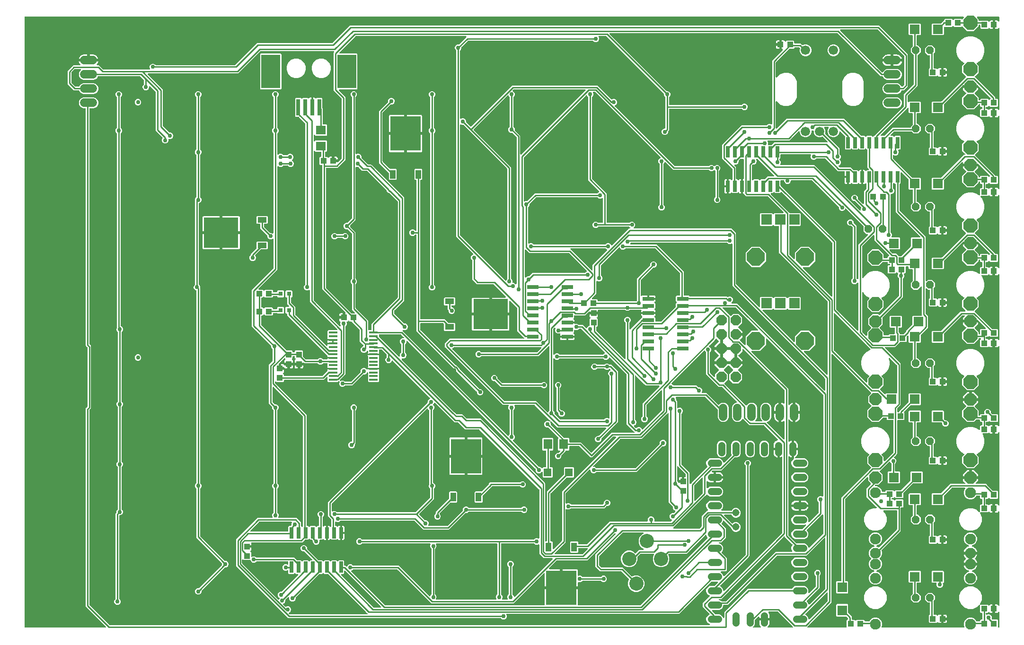
<source format=gbr>
G04 EAGLE Gerber X2 export*
%TF.Part,Single*%
%TF.FileFunction,Copper,L2,Bot,Mixed*%
%TF.FilePolarity,Positive*%
%TF.GenerationSoftware,Autodesk,EAGLE,9.1.3*%
%TF.CreationDate,2018-08-22T06:47:52Z*%
G75*
%MOMM*%
%FSLAX34Y34*%
%LPD*%
%AMOC8*
5,1,8,0,0,1.08239X$1,22.5*%
G01*
%ADD10R,1.000000X1.100000*%
%ADD11R,1.100000X1.000000*%
%ADD12R,2.032000X0.660400*%
%ADD13R,0.660400X2.032000*%
%ADD14R,5.400000X6.200000*%
%ADD15R,1.000000X1.600000*%
%ADD16C,1.524000*%
%ADD17C,1.308000*%
%ADD18C,1.308000*%
%ADD19R,3.400000X6.040000*%
%ADD20R,0.700000X3.000000*%
%ADD21R,1.500000X0.400000*%
%ADD22R,0.800000X0.800000*%
%ADD23R,1.803000X1.600000*%
%ADD24P,2.034460X8X112.500000*%
%ADD25R,1.879600X1.879600*%
%ADD26P,3.480966X8X292.500000*%
%ADD27C,1.930400*%
%ADD28R,1.800000X1.700000*%
%ADD29P,2.749271X8X22.500000*%
%ADD30P,2.364373X8X22.500000*%
%ADD31P,1.429621X8X22.500000*%
%ADD32R,1.700000X1.800000*%
%ADD33C,1.676400*%
%ADD34R,1.600000X1.803000*%
%ADD35R,1.400000X1.400000*%
%ADD36R,6.200000X5.400000*%
%ADD37R,1.600000X1.000000*%
%ADD38C,0.254000*%
%ADD39C,0.756400*%
%ADD40C,0.254000*%
%ADD41C,2.540000*%

G36*
X155216Y10178D02*
X155216Y10178D01*
X155355Y10191D01*
X155374Y10198D01*
X155394Y10201D01*
X155523Y10252D01*
X155654Y10299D01*
X155671Y10310D01*
X155689Y10318D01*
X155802Y10399D01*
X155917Y10477D01*
X155930Y10493D01*
X155947Y10504D01*
X156035Y10612D01*
X156128Y10716D01*
X156137Y10734D01*
X156150Y10749D01*
X156209Y10875D01*
X156272Y10999D01*
X156277Y11019D01*
X156285Y11037D01*
X156311Y11173D01*
X156342Y11309D01*
X156341Y11330D01*
X156345Y11349D01*
X156336Y11488D01*
X156332Y11627D01*
X156326Y11647D01*
X156325Y11667D01*
X156282Y11799D01*
X156244Y11933D01*
X156233Y11950D01*
X156227Y11969D01*
X156153Y12087D01*
X156082Y12207D01*
X156064Y12228D01*
X156057Y12238D01*
X156042Y12252D01*
X155976Y12327D01*
X122448Y45856D01*
X120141Y48162D01*
X120141Y403040D01*
X122536Y405434D01*
X122596Y405513D01*
X122664Y405585D01*
X122693Y405638D01*
X122730Y405686D01*
X122770Y405777D01*
X122818Y405863D01*
X122833Y405922D01*
X122857Y405978D01*
X122872Y406076D01*
X122897Y406171D01*
X122903Y406271D01*
X122907Y406292D01*
X122905Y406304D01*
X122907Y406332D01*
X122907Y511624D01*
X122895Y511722D01*
X122892Y511821D01*
X122875Y511880D01*
X122867Y511940D01*
X122831Y512032D01*
X122803Y512127D01*
X122773Y512179D01*
X122750Y512235D01*
X122692Y512315D01*
X122642Y512401D01*
X122576Y512476D01*
X122564Y512493D01*
X122554Y512500D01*
X122536Y512522D01*
X120141Y514916D01*
X120141Y939038D01*
X120126Y939156D01*
X120119Y939275D01*
X120106Y939313D01*
X120101Y939354D01*
X120058Y939464D01*
X120021Y939577D01*
X119999Y939612D01*
X119984Y939649D01*
X119915Y939745D01*
X119851Y939846D01*
X119821Y939874D01*
X119798Y939907D01*
X119706Y939983D01*
X119619Y940064D01*
X119584Y940084D01*
X119553Y940109D01*
X119445Y940160D01*
X119341Y940218D01*
X119301Y940228D01*
X119265Y940245D01*
X119148Y940267D01*
X119033Y940297D01*
X118973Y940301D01*
X118953Y940305D01*
X118932Y940303D01*
X118872Y940307D01*
X115428Y940307D01*
X111880Y941777D01*
X109165Y944492D01*
X107695Y948040D01*
X107695Y951880D01*
X109165Y955428D01*
X111880Y958143D01*
X115428Y959613D01*
X134508Y959613D01*
X138056Y958143D01*
X140771Y955428D01*
X142241Y951880D01*
X142241Y948040D01*
X140771Y944492D01*
X138056Y941777D01*
X134508Y940307D01*
X128016Y940307D01*
X127898Y940292D01*
X127779Y940285D01*
X127741Y940272D01*
X127700Y940267D01*
X127590Y940224D01*
X127477Y940187D01*
X127442Y940165D01*
X127405Y940150D01*
X127309Y940081D01*
X127208Y940017D01*
X127180Y939987D01*
X127147Y939964D01*
X127071Y939872D01*
X126990Y939785D01*
X126970Y939750D01*
X126945Y939719D01*
X126894Y939611D01*
X126836Y939507D01*
X126826Y939467D01*
X126809Y939431D01*
X126787Y939314D01*
X126757Y939199D01*
X126753Y939139D01*
X126749Y939119D01*
X126751Y939098D01*
X126747Y939038D01*
X126747Y518178D01*
X126759Y518079D01*
X126762Y517980D01*
X126779Y517922D01*
X126787Y517862D01*
X126823Y517770D01*
X126851Y517675D01*
X126881Y517623D01*
X126904Y517566D01*
X126962Y517486D01*
X127012Y517401D01*
X127078Y517326D01*
X127090Y517309D01*
X127100Y517301D01*
X127118Y517280D01*
X129513Y514886D01*
X129513Y403070D01*
X127118Y400676D01*
X127058Y400598D01*
X126990Y400525D01*
X126961Y400472D01*
X126924Y400425D01*
X126884Y400334D01*
X126836Y400247D01*
X126821Y400188D01*
X126797Y400133D01*
X126782Y400035D01*
X126757Y399939D01*
X126751Y399839D01*
X126747Y399819D01*
X126749Y399806D01*
X126747Y399778D01*
X126747Y51424D01*
X126759Y51326D01*
X126762Y51227D01*
X126779Y51168D01*
X126787Y51108D01*
X126823Y51016D01*
X126851Y50921D01*
X126881Y50869D01*
X126904Y50813D01*
X126962Y50733D01*
X127012Y50647D01*
X127078Y50572D01*
X127090Y50555D01*
X127100Y50547D01*
X127118Y50526D01*
X162540Y15104D01*
X162619Y15044D01*
X162691Y14976D01*
X162744Y14947D01*
X162792Y14910D01*
X162883Y14870D01*
X162969Y14822D01*
X163028Y14807D01*
X163083Y14783D01*
X163181Y14768D01*
X163277Y14743D01*
X163377Y14737D01*
X163398Y14733D01*
X163410Y14735D01*
X163438Y14733D01*
X1235631Y14733D01*
X1235700Y14741D01*
X1235770Y14740D01*
X1235857Y14761D01*
X1235946Y14773D01*
X1236011Y14798D01*
X1236079Y14815D01*
X1236158Y14857D01*
X1236242Y14890D01*
X1236298Y14931D01*
X1236360Y14963D01*
X1236426Y15024D01*
X1236499Y15076D01*
X1236544Y15130D01*
X1236595Y15177D01*
X1236645Y15252D01*
X1236702Y15321D01*
X1236732Y15385D01*
X1236770Y15443D01*
X1236799Y15528D01*
X1236837Y15609D01*
X1236851Y15678D01*
X1236873Y15744D01*
X1236880Y15833D01*
X1236897Y15921D01*
X1236893Y15991D01*
X1236898Y16061D01*
X1236883Y16149D01*
X1236877Y16239D01*
X1236856Y16305D01*
X1236844Y16374D01*
X1236807Y16456D01*
X1236779Y16541D01*
X1236742Y16600D01*
X1236713Y16664D01*
X1236657Y16734D01*
X1236609Y16810D01*
X1236558Y16858D01*
X1236515Y16912D01*
X1236443Y16967D01*
X1236378Y17028D01*
X1236317Y17062D01*
X1236261Y17104D01*
X1236116Y17175D01*
X1233804Y18132D01*
X1231392Y20544D01*
X1230087Y23695D01*
X1230087Y27105D01*
X1231392Y30256D01*
X1233804Y32668D01*
X1235552Y33392D01*
X1235595Y33416D01*
X1235642Y33433D01*
X1235733Y33495D01*
X1235828Y33549D01*
X1235864Y33584D01*
X1235905Y33612D01*
X1235978Y33694D01*
X1236056Y33770D01*
X1236082Y33813D01*
X1236115Y33850D01*
X1236165Y33948D01*
X1236223Y34042D01*
X1236237Y34089D01*
X1236260Y34133D01*
X1236284Y34240D01*
X1236316Y34345D01*
X1236319Y34395D01*
X1236330Y34444D01*
X1236326Y34553D01*
X1236331Y34663D01*
X1236321Y34712D01*
X1236320Y34761D01*
X1236289Y34867D01*
X1236267Y34975D01*
X1236245Y35019D01*
X1236231Y35067D01*
X1236176Y35161D01*
X1236127Y35260D01*
X1236095Y35298D01*
X1236070Y35341D01*
X1235964Y35462D01*
X1226332Y45094D01*
X1224025Y47400D01*
X1224025Y54200D01*
X1235845Y66020D01*
X1235963Y66138D01*
X1235994Y66178D01*
X1236031Y66211D01*
X1236091Y66303D01*
X1236158Y66389D01*
X1236178Y66435D01*
X1236206Y66477D01*
X1236241Y66580D01*
X1236285Y66681D01*
X1236293Y66730D01*
X1236309Y66778D01*
X1236317Y66887D01*
X1236335Y66995D01*
X1236330Y67045D01*
X1236334Y67095D01*
X1236315Y67203D01*
X1236305Y67312D01*
X1236288Y67359D01*
X1236280Y67408D01*
X1236234Y67508D01*
X1236197Y67611D01*
X1236169Y67652D01*
X1236149Y67698D01*
X1236080Y67784D01*
X1236019Y67874D01*
X1235982Y67907D01*
X1235950Y67946D01*
X1235863Y68012D01*
X1235780Y68085D01*
X1235736Y68108D01*
X1235696Y68138D01*
X1235552Y68208D01*
X1233804Y68932D01*
X1231392Y71344D01*
X1230087Y74495D01*
X1230087Y77905D01*
X1231392Y81056D01*
X1233804Y83468D01*
X1236955Y84773D01*
X1243912Y84773D01*
X1244010Y84785D01*
X1244109Y84788D01*
X1244168Y84805D01*
X1244228Y84813D01*
X1244320Y84849D01*
X1244415Y84877D01*
X1244467Y84907D01*
X1244523Y84930D01*
X1244603Y84988D01*
X1244689Y85038D01*
X1244764Y85104D01*
X1244781Y85116D01*
X1244789Y85126D01*
X1244810Y85144D01*
X1250526Y90861D01*
X1250611Y90970D01*
X1250700Y91077D01*
X1250708Y91096D01*
X1250721Y91112D01*
X1250776Y91240D01*
X1250835Y91365D01*
X1250839Y91385D01*
X1250847Y91404D01*
X1250869Y91542D01*
X1250895Y91678D01*
X1250894Y91698D01*
X1250897Y91718D01*
X1250884Y91857D01*
X1250875Y91995D01*
X1250869Y92014D01*
X1250867Y92034D01*
X1250820Y92166D01*
X1250777Y92297D01*
X1250766Y92315D01*
X1250759Y92334D01*
X1250681Y92449D01*
X1250607Y92566D01*
X1250592Y92580D01*
X1250581Y92597D01*
X1250477Y92689D01*
X1250375Y92784D01*
X1250358Y92794D01*
X1250342Y92807D01*
X1250218Y92871D01*
X1250097Y92938D01*
X1250077Y92943D01*
X1250059Y92952D01*
X1249923Y92982D01*
X1249789Y93017D01*
X1249761Y93019D01*
X1249749Y93022D01*
X1249728Y93021D01*
X1249628Y93027D01*
X1240208Y93027D01*
X1240110Y93015D01*
X1240011Y93012D01*
X1239952Y92995D01*
X1239892Y92987D01*
X1239800Y92951D01*
X1239705Y92923D01*
X1239653Y92893D01*
X1239597Y92870D01*
X1239517Y92812D01*
X1239431Y92762D01*
X1239356Y92696D01*
X1239339Y92684D01*
X1239331Y92674D01*
X1239310Y92656D01*
X1181960Y35305D01*
X873859Y35305D01*
X873809Y35299D01*
X873760Y35301D01*
X873652Y35279D01*
X873543Y35265D01*
X873497Y35247D01*
X873448Y35237D01*
X873349Y35189D01*
X873247Y35148D01*
X873207Y35119D01*
X873163Y35097D01*
X873079Y35026D01*
X872990Y34962D01*
X872958Y34923D01*
X872921Y34891D01*
X872857Y34801D01*
X872787Y34717D01*
X872766Y34672D01*
X872738Y34631D01*
X872699Y34528D01*
X872652Y34429D01*
X872642Y34380D01*
X872625Y34334D01*
X872613Y34224D01*
X872592Y34117D01*
X872595Y34067D01*
X872590Y34018D01*
X872605Y33909D01*
X872612Y33799D01*
X872627Y33752D01*
X872634Y33703D01*
X872686Y33550D01*
X873479Y31637D01*
X873479Y29323D01*
X872594Y27186D01*
X870958Y25550D01*
X868821Y24665D01*
X866507Y24665D01*
X864370Y25550D01*
X863115Y26806D01*
X863037Y26866D01*
X862965Y26934D01*
X862912Y26963D01*
X862864Y27000D01*
X862773Y27040D01*
X862686Y27088D01*
X862628Y27103D01*
X862572Y27127D01*
X862474Y27142D01*
X862378Y27167D01*
X862278Y27173D01*
X862258Y27177D01*
X862246Y27175D01*
X862218Y27177D01*
X482248Y27177D01*
X388873Y120552D01*
X388873Y167992D01*
X427384Y206503D01*
X453037Y206503D01*
X453087Y206509D01*
X453136Y206507D01*
X453244Y206529D01*
X453353Y206543D01*
X453399Y206561D01*
X453448Y206571D01*
X453546Y206619D01*
X453649Y206660D01*
X453689Y206689D01*
X453733Y206711D01*
X453817Y206782D01*
X453906Y206846D01*
X453938Y206885D01*
X453975Y206917D01*
X454039Y207007D01*
X454109Y207091D01*
X454130Y207136D01*
X454158Y207177D01*
X454197Y207280D01*
X454244Y207379D01*
X454254Y207428D01*
X454271Y207474D01*
X454283Y207584D01*
X454304Y207691D01*
X454301Y207741D01*
X454306Y207790D01*
X454291Y207899D01*
X454284Y208009D01*
X454269Y208056D01*
X454262Y208105D01*
X454210Y208258D01*
X453417Y210171D01*
X453417Y212485D01*
X454302Y214622D01*
X455558Y215877D01*
X455618Y215955D01*
X455686Y216027D01*
X455715Y216080D01*
X455752Y216128D01*
X455792Y216219D01*
X455840Y216306D01*
X455855Y216364D01*
X455879Y216420D01*
X455894Y216518D01*
X455919Y216614D01*
X455925Y216714D01*
X455929Y216734D01*
X455927Y216746D01*
X455929Y216774D01*
X455929Y258714D01*
X455917Y258812D01*
X455914Y258911D01*
X455897Y258969D01*
X455889Y259029D01*
X455853Y259121D01*
X455825Y259216D01*
X455795Y259269D01*
X455772Y259325D01*
X455714Y259405D01*
X455664Y259490D01*
X455598Y259566D01*
X455586Y259582D01*
X455576Y259590D01*
X455558Y259611D01*
X454302Y260866D01*
X453417Y263003D01*
X453417Y265317D01*
X454302Y267454D01*
X455558Y268709D01*
X455618Y268787D01*
X455686Y268859D01*
X455715Y268912D01*
X455752Y268960D01*
X455792Y269051D01*
X455840Y269138D01*
X455855Y269196D01*
X455879Y269252D01*
X455894Y269350D01*
X455919Y269446D01*
X455925Y269546D01*
X455929Y269566D01*
X455927Y269578D01*
X455929Y269606D01*
X455929Y398922D01*
X455917Y399020D01*
X455914Y399119D01*
X455897Y399177D01*
X455889Y399237D01*
X455853Y399329D01*
X455825Y399424D01*
X455795Y399477D01*
X455772Y399533D01*
X455714Y399613D01*
X455664Y399698D01*
X455598Y399774D01*
X455586Y399790D01*
X455576Y399798D01*
X455558Y399819D01*
X454302Y401074D01*
X453417Y403211D01*
X453417Y404986D01*
X453405Y405084D01*
X453402Y405183D01*
X453385Y405242D01*
X453377Y405302D01*
X453341Y405394D01*
X453313Y405489D01*
X453283Y405541D01*
X453260Y405597D01*
X453202Y405677D01*
X453152Y405763D01*
X453086Y405838D01*
X453074Y405855D01*
X453064Y405863D01*
X453046Y405884D01*
X447801Y411128D01*
X447801Y480920D01*
X453526Y486644D01*
X453586Y486723D01*
X453654Y486795D01*
X453683Y486848D01*
X453720Y486896D01*
X453760Y486987D01*
X453808Y487073D01*
X453823Y487132D01*
X453847Y487187D01*
X453862Y487285D01*
X453887Y487381D01*
X453893Y487481D01*
X453897Y487502D01*
X453895Y487514D01*
X453897Y487542D01*
X453897Y508650D01*
X453885Y508748D01*
X453882Y508847D01*
X453865Y508905D01*
X453857Y508965D01*
X453821Y509057D01*
X453793Y509152D01*
X453763Y509205D01*
X453740Y509261D01*
X453682Y509341D01*
X453632Y509426D01*
X453566Y509502D01*
X453554Y509518D01*
X453544Y509526D01*
X453526Y509547D01*
X452270Y510802D01*
X451385Y512939D01*
X451385Y514714D01*
X451373Y514812D01*
X451370Y514911D01*
X451353Y514970D01*
X451345Y515030D01*
X451309Y515122D01*
X451281Y515217D01*
X451251Y515269D01*
X451228Y515325D01*
X451170Y515405D01*
X451120Y515491D01*
X451054Y515566D01*
X451042Y515583D01*
X451032Y515591D01*
X451014Y515612D01*
X417321Y549304D01*
X417321Y615032D01*
X455558Y653268D01*
X455618Y653347D01*
X455686Y653419D01*
X455715Y653472D01*
X455752Y653520D01*
X455792Y653611D01*
X455840Y653697D01*
X455855Y653756D01*
X455879Y653811D01*
X455894Y653909D01*
X455919Y654005D01*
X455925Y654105D01*
X455929Y654126D01*
X455927Y654138D01*
X455929Y654166D01*
X455929Y705111D01*
X455923Y705160D01*
X455925Y705209D01*
X455903Y705317D01*
X455889Y705426D01*
X455871Y705472D01*
X455861Y705521D01*
X455813Y705620D01*
X455772Y705722D01*
X455743Y705762D01*
X455721Y705807D01*
X455650Y705890D01*
X455586Y705979D01*
X455547Y706011D01*
X455515Y706049D01*
X455425Y706112D01*
X455341Y706182D01*
X455296Y706203D01*
X455255Y706232D01*
X455152Y706271D01*
X455053Y706317D01*
X455004Y706327D01*
X454958Y706344D01*
X454848Y706357D01*
X454741Y706377D01*
X454691Y706374D01*
X454642Y706380D01*
X454533Y706364D01*
X454423Y706357D01*
X454376Y706342D01*
X454327Y706335D01*
X454174Y706283D01*
X452007Y705385D01*
X449693Y705385D01*
X447556Y706270D01*
X445920Y707906D01*
X445035Y710043D01*
X445035Y711818D01*
X445023Y711916D01*
X445020Y712015D01*
X445003Y712074D01*
X444995Y712134D01*
X444959Y712226D01*
X444931Y712321D01*
X444901Y712373D01*
X444878Y712429D01*
X444820Y712509D01*
X444770Y712595D01*
X444704Y712670D01*
X444692Y712687D01*
X444682Y712695D01*
X444664Y712716D01*
X432047Y725332D01*
X432047Y732048D01*
X432032Y732166D01*
X432025Y732285D01*
X432012Y732323D01*
X432007Y732364D01*
X431964Y732474D01*
X431927Y732587D01*
X431905Y732622D01*
X431890Y732659D01*
X431821Y732755D01*
X431757Y732856D01*
X431727Y732884D01*
X431704Y732917D01*
X431612Y732993D01*
X431525Y733074D01*
X431490Y733094D01*
X431459Y733119D01*
X431351Y733170D01*
X431247Y733228D01*
X431207Y733238D01*
X431171Y733255D01*
X431054Y733277D01*
X430939Y733307D01*
X430879Y733311D01*
X430859Y733315D01*
X430838Y733313D01*
X430778Y733317D01*
X426508Y733317D01*
X425317Y734508D01*
X425317Y746192D01*
X426508Y747383D01*
X444192Y747383D01*
X445383Y746192D01*
X445383Y734508D01*
X444192Y733317D01*
X439922Y733317D01*
X439804Y733302D01*
X439685Y733295D01*
X439647Y733282D01*
X439606Y733277D01*
X439496Y733234D01*
X439383Y733197D01*
X439348Y733175D01*
X439311Y733160D01*
X439215Y733091D01*
X439114Y733027D01*
X439086Y732997D01*
X439053Y732974D01*
X438977Y732882D01*
X438896Y732795D01*
X438876Y732760D01*
X438851Y732729D01*
X438800Y732621D01*
X438742Y732517D01*
X438732Y732477D01*
X438715Y732441D01*
X438693Y732324D01*
X438663Y732209D01*
X438659Y732149D01*
X438655Y732129D01*
X438657Y732108D01*
X438653Y732048D01*
X438653Y728594D01*
X438665Y728496D01*
X438668Y728397D01*
X438685Y728338D01*
X438693Y728278D01*
X438729Y728186D01*
X438757Y728091D01*
X438787Y728039D01*
X438810Y727983D01*
X438868Y727903D01*
X438918Y727817D01*
X438984Y727742D01*
X438996Y727725D01*
X439006Y727717D01*
X439024Y727696D01*
X449334Y717386D01*
X449413Y717326D01*
X449485Y717258D01*
X449538Y717229D01*
X449586Y717192D01*
X449677Y717152D01*
X449763Y717104D01*
X449822Y717089D01*
X449877Y717065D01*
X449975Y717050D01*
X450071Y717025D01*
X450171Y717019D01*
X450192Y717015D01*
X450204Y717017D01*
X450232Y717015D01*
X452007Y717015D01*
X454174Y716117D01*
X454222Y716104D01*
X454267Y716083D01*
X454375Y716062D01*
X454481Y716033D01*
X454531Y716032D01*
X454580Y716023D01*
X454689Y716030D01*
X454799Y716028D01*
X454847Y716039D01*
X454897Y716043D01*
X455001Y716076D01*
X455108Y716102D01*
X455152Y716125D01*
X455199Y716141D01*
X455292Y716199D01*
X455389Y716251D01*
X455426Y716284D01*
X455468Y716311D01*
X455543Y716391D01*
X455625Y716465D01*
X455652Y716506D01*
X455686Y716542D01*
X455739Y716639D01*
X455799Y716730D01*
X455816Y716777D01*
X455840Y716821D01*
X455867Y716927D01*
X455903Y717031D01*
X455907Y717081D01*
X455919Y717129D01*
X455929Y717289D01*
X455929Y894730D01*
X455917Y894828D01*
X455914Y894927D01*
X455897Y894985D01*
X455889Y895045D01*
X455853Y895137D01*
X455825Y895232D01*
X455795Y895285D01*
X455772Y895341D01*
X455714Y895421D01*
X455664Y895506D01*
X455598Y895582D01*
X455586Y895598D01*
X455576Y895606D01*
X455558Y895627D01*
X454302Y896882D01*
X453417Y899019D01*
X453417Y901333D01*
X454302Y903470D01*
X455558Y904725D01*
X455618Y904803D01*
X455686Y904875D01*
X455715Y904928D01*
X455752Y904976D01*
X455792Y905067D01*
X455840Y905154D01*
X455855Y905212D01*
X455879Y905268D01*
X455894Y905366D01*
X455919Y905462D01*
X455925Y905562D01*
X455929Y905582D01*
X455927Y905594D01*
X455929Y905622D01*
X455929Y959754D01*
X455917Y959852D01*
X455914Y959951D01*
X455897Y960009D01*
X455889Y960069D01*
X455853Y960161D01*
X455825Y960256D01*
X455795Y960309D01*
X455772Y960365D01*
X455714Y960445D01*
X455664Y960530D01*
X455598Y960606D01*
X455586Y960622D01*
X455576Y960630D01*
X455558Y960651D01*
X454302Y961906D01*
X453417Y964043D01*
X453417Y966357D01*
X454302Y968494D01*
X455938Y970130D01*
X458075Y971015D01*
X460389Y971015D01*
X462526Y970130D01*
X464162Y968494D01*
X465047Y966357D01*
X465047Y964043D01*
X464162Y961906D01*
X462906Y960651D01*
X462846Y960573D01*
X462778Y960501D01*
X462749Y960448D01*
X462712Y960400D01*
X462672Y960309D01*
X462624Y960222D01*
X462609Y960164D01*
X462585Y960108D01*
X462570Y960010D01*
X462545Y959914D01*
X462539Y959814D01*
X462535Y959794D01*
X462537Y959782D01*
X462535Y959754D01*
X462535Y905622D01*
X462547Y905524D01*
X462550Y905425D01*
X462567Y905367D01*
X462575Y905307D01*
X462611Y905215D01*
X462639Y905120D01*
X462669Y905067D01*
X462692Y905011D01*
X462750Y904931D01*
X462800Y904846D01*
X462866Y904770D01*
X462878Y904754D01*
X462888Y904746D01*
X462906Y904725D01*
X464162Y903470D01*
X465047Y901333D01*
X465047Y899019D01*
X464162Y896882D01*
X462906Y895627D01*
X462846Y895549D01*
X462778Y895477D01*
X462749Y895424D01*
X462712Y895376D01*
X462672Y895285D01*
X462624Y895198D01*
X462609Y895140D01*
X462585Y895084D01*
X462570Y894986D01*
X462545Y894890D01*
X462539Y894790D01*
X462535Y894770D01*
X462537Y894758D01*
X462535Y894730D01*
X462535Y858124D01*
X462552Y857986D01*
X462565Y857848D01*
X462572Y857829D01*
X462575Y857809D01*
X462626Y857679D01*
X462673Y857549D01*
X462684Y857532D01*
X462692Y857513D01*
X462773Y857400D01*
X462851Y857285D01*
X462867Y857272D01*
X462878Y857256D01*
X462986Y857167D01*
X463090Y857075D01*
X463108Y857066D01*
X463123Y857053D01*
X463249Y856994D01*
X463373Y856930D01*
X463393Y856926D01*
X463411Y856917D01*
X463547Y856891D01*
X463683Y856861D01*
X463704Y856861D01*
X463723Y856858D01*
X463862Y856866D01*
X464001Y856870D01*
X464021Y856876D01*
X464041Y856877D01*
X464173Y856920D01*
X464307Y856959D01*
X464324Y856969D01*
X464343Y856975D01*
X464461Y857050D01*
X464581Y857120D01*
X464602Y857139D01*
X464612Y857145D01*
X464626Y857160D01*
X464702Y857227D01*
X465082Y857608D01*
X467219Y858493D01*
X469533Y858493D01*
X471670Y857608D01*
X472925Y856352D01*
X473003Y856292D01*
X473075Y856224D01*
X473128Y856195D01*
X473176Y856158D01*
X473267Y856118D01*
X473354Y856070D01*
X473412Y856055D01*
X473468Y856031D01*
X473566Y856016D01*
X473662Y855991D01*
X473762Y855985D01*
X473782Y855981D01*
X473794Y855983D01*
X473822Y855981D01*
X480202Y855981D01*
X480300Y855993D01*
X480399Y855996D01*
X480457Y856013D01*
X480517Y856021D01*
X480609Y856057D01*
X480704Y856085D01*
X480757Y856115D01*
X480813Y856138D01*
X480893Y856196D01*
X480978Y856246D01*
X481054Y856312D01*
X481070Y856324D01*
X481078Y856334D01*
X481099Y856352D01*
X482354Y857608D01*
X484491Y858493D01*
X486805Y858493D01*
X488942Y857608D01*
X490578Y855972D01*
X491463Y853835D01*
X491463Y851521D01*
X490578Y849384D01*
X489292Y848099D01*
X489262Y848059D01*
X489225Y848026D01*
X489164Y847934D01*
X489097Y847848D01*
X489077Y847802D01*
X489050Y847760D01*
X489014Y847656D01*
X488971Y847556D01*
X488963Y847507D01*
X488947Y847460D01*
X488938Y847350D01*
X488921Y847242D01*
X488926Y847192D01*
X488922Y847143D01*
X488940Y847035D01*
X488951Y846925D01*
X488968Y846878D01*
X488976Y846829D01*
X489021Y846729D01*
X489058Y846626D01*
X489086Y846585D01*
X489107Y846539D01*
X489175Y846453D01*
X489237Y846363D01*
X489274Y846330D01*
X489305Y846291D01*
X489393Y846225D01*
X489475Y846152D01*
X489520Y846129D01*
X489559Y846100D01*
X489704Y846029D01*
X489958Y845923D01*
X491594Y844288D01*
X492479Y842151D01*
X492479Y839837D01*
X491594Y837700D01*
X489958Y836064D01*
X487821Y835179D01*
X485507Y835179D01*
X483370Y836064D01*
X482369Y837065D01*
X482291Y837126D01*
X482219Y837194D01*
X482166Y837223D01*
X482118Y837260D01*
X482027Y837300D01*
X481940Y837348D01*
X481882Y837363D01*
X481826Y837387D01*
X481728Y837402D01*
X481632Y837427D01*
X481532Y837433D01*
X481512Y837437D01*
X481500Y837435D01*
X481472Y837437D01*
X473822Y837437D01*
X473724Y837425D01*
X473625Y837422D01*
X473567Y837405D01*
X473507Y837397D01*
X473415Y837361D01*
X473320Y837333D01*
X473267Y837303D01*
X473211Y837280D01*
X473131Y837222D01*
X473046Y837172D01*
X472970Y837106D01*
X472954Y837094D01*
X472946Y837084D01*
X472925Y837066D01*
X471670Y835810D01*
X469533Y834925D01*
X467219Y834925D01*
X465082Y835810D01*
X464702Y836191D01*
X464592Y836276D01*
X464485Y836365D01*
X464466Y836374D01*
X464450Y836386D01*
X464322Y836442D01*
X464197Y836501D01*
X464177Y836504D01*
X464158Y836513D01*
X464020Y836534D01*
X463884Y836560D01*
X463864Y836559D01*
X463844Y836562D01*
X463705Y836549D01*
X463567Y836541D01*
X463548Y836534D01*
X463528Y836533D01*
X463397Y836486D01*
X463265Y836443D01*
X463247Y836432D01*
X463228Y836425D01*
X463114Y836347D01*
X462996Y836273D01*
X462982Y836258D01*
X462965Y836246D01*
X462873Y836142D01*
X462778Y836041D01*
X462768Y836023D01*
X462755Y836008D01*
X462692Y835884D01*
X462624Y835762D01*
X462619Y835743D01*
X462610Y835725D01*
X462580Y835589D01*
X462545Y835454D01*
X462543Y835426D01*
X462540Y835414D01*
X462541Y835394D01*
X462535Y835294D01*
X462535Y650904D01*
X429130Y617499D01*
X429045Y617390D01*
X428956Y617283D01*
X428948Y617264D01*
X428935Y617248D01*
X428880Y617120D01*
X428821Y616995D01*
X428817Y616975D01*
X428809Y616956D01*
X428787Y616818D01*
X428761Y616682D01*
X428762Y616662D01*
X428759Y616642D01*
X428772Y616503D01*
X428781Y616365D01*
X428787Y616346D01*
X428789Y616326D01*
X428836Y616194D01*
X428879Y616063D01*
X428890Y616045D01*
X428897Y616026D01*
X428975Y615911D01*
X429049Y615794D01*
X429064Y615780D01*
X429075Y615763D01*
X429179Y615671D01*
X429281Y615576D01*
X429298Y615566D01*
X429314Y615553D01*
X429437Y615489D01*
X429559Y615422D01*
X429579Y615417D01*
X429597Y615408D01*
X429733Y615378D01*
X429867Y615343D01*
X429895Y615341D01*
X429907Y615338D01*
X429928Y615339D01*
X430028Y615333D01*
X436542Y615333D01*
X437802Y614072D01*
X437897Y613999D01*
X437986Y613920D01*
X438022Y613902D01*
X438054Y613877D01*
X438163Y613830D01*
X438269Y613776D01*
X438308Y613767D01*
X438346Y613751D01*
X438463Y613732D01*
X438579Y613706D01*
X438620Y613707D01*
X438660Y613701D01*
X438778Y613712D01*
X438897Y613716D01*
X438936Y613727D01*
X438976Y613731D01*
X439089Y613771D01*
X439203Y613804D01*
X439237Y613825D01*
X439276Y613838D01*
X439374Y613905D01*
X439477Y613966D01*
X439522Y614006D01*
X439539Y614017D01*
X439552Y614032D01*
X439597Y614072D01*
X440858Y615333D01*
X453542Y615333D01*
X454733Y614142D01*
X454733Y612140D01*
X454748Y612022D01*
X454755Y611903D01*
X454768Y611865D01*
X454773Y611824D01*
X454816Y611714D01*
X454853Y611601D01*
X454875Y611566D01*
X454890Y611529D01*
X454959Y611433D01*
X455023Y611332D01*
X455053Y611304D01*
X455076Y611271D01*
X455168Y611195D01*
X455255Y611114D01*
X455290Y611094D01*
X455321Y611069D01*
X455429Y611018D01*
X455533Y610960D01*
X455573Y610950D01*
X455609Y610933D01*
X455726Y610911D01*
X455841Y610881D01*
X455901Y610877D01*
X455921Y610873D01*
X455942Y610875D01*
X456002Y610871D01*
X461198Y610871D01*
X461316Y610886D01*
X461435Y610893D01*
X461473Y610906D01*
X461514Y610911D01*
X461624Y610954D01*
X461737Y610991D01*
X461772Y611013D01*
X461809Y611028D01*
X461905Y611097D01*
X462006Y611161D01*
X462034Y611191D01*
X462067Y611214D01*
X462143Y611306D01*
X462224Y611393D01*
X462244Y611428D01*
X462269Y611459D01*
X462320Y611567D01*
X462378Y611671D01*
X462388Y611711D01*
X462405Y611747D01*
X462427Y611864D01*
X462457Y611979D01*
X462461Y612039D01*
X462465Y612059D01*
X462463Y612080D01*
X462467Y612140D01*
X462467Y612742D01*
X463658Y613933D01*
X473342Y613933D01*
X474533Y612742D01*
X474533Y603058D01*
X473342Y601867D01*
X463658Y601867D01*
X462458Y603067D01*
X462452Y603114D01*
X462445Y603233D01*
X462432Y603271D01*
X462427Y603312D01*
X462384Y603422D01*
X462347Y603535D01*
X462325Y603570D01*
X462310Y603607D01*
X462241Y603703D01*
X462177Y603804D01*
X462147Y603832D01*
X462124Y603865D01*
X462032Y603941D01*
X461945Y604022D01*
X461910Y604042D01*
X461879Y604067D01*
X461771Y604118D01*
X461667Y604176D01*
X461627Y604186D01*
X461591Y604203D01*
X461474Y604225D01*
X461359Y604255D01*
X461299Y604259D01*
X461279Y604263D01*
X461258Y604261D01*
X461198Y604265D01*
X456002Y604265D01*
X455884Y604250D01*
X455765Y604243D01*
X455727Y604230D01*
X455686Y604225D01*
X455576Y604182D01*
X455463Y604145D01*
X455428Y604123D01*
X455391Y604108D01*
X455295Y604039D01*
X455194Y603975D01*
X455166Y603945D01*
X455133Y603922D01*
X455057Y603830D01*
X454976Y603743D01*
X454956Y603708D01*
X454931Y603677D01*
X454880Y603569D01*
X454822Y603465D01*
X454812Y603425D01*
X454795Y603389D01*
X454773Y603272D01*
X454743Y603157D01*
X454739Y603097D01*
X454735Y603077D01*
X454737Y603056D01*
X454733Y602996D01*
X454733Y602458D01*
X453542Y601267D01*
X440858Y601267D01*
X439597Y602528D01*
X439503Y602601D01*
X439414Y602680D01*
X439378Y602698D01*
X439346Y602723D01*
X439237Y602770D01*
X439131Y602824D01*
X439092Y602833D01*
X439054Y602849D01*
X438937Y602868D01*
X438821Y602894D01*
X438780Y602893D01*
X438740Y602899D01*
X438622Y602888D01*
X438503Y602884D01*
X438464Y602873D01*
X438424Y602869D01*
X438312Y602829D01*
X438197Y602796D01*
X438162Y602775D01*
X438124Y602762D01*
X438026Y602695D01*
X437923Y602634D01*
X437878Y602594D01*
X437861Y602583D01*
X437848Y602568D01*
X437802Y602528D01*
X436542Y601267D01*
X435356Y601267D01*
X435238Y601252D01*
X435119Y601245D01*
X435081Y601232D01*
X435040Y601227D01*
X434930Y601184D01*
X434817Y601147D01*
X434782Y601125D01*
X434745Y601110D01*
X434649Y601041D01*
X434548Y600977D01*
X434520Y600947D01*
X434487Y600924D01*
X434411Y600832D01*
X434330Y600745D01*
X434310Y600710D01*
X434285Y600679D01*
X434234Y600571D01*
X434176Y600467D01*
X434166Y600427D01*
X434149Y600391D01*
X434127Y600274D01*
X434097Y600159D01*
X434093Y600099D01*
X434089Y600079D01*
X434091Y600058D01*
X434087Y599998D01*
X434087Y584702D01*
X434102Y584584D01*
X434109Y584465D01*
X434122Y584427D01*
X434127Y584386D01*
X434170Y584276D01*
X434207Y584163D01*
X434229Y584128D01*
X434244Y584091D01*
X434313Y583995D01*
X434377Y583894D01*
X434407Y583866D01*
X434430Y583833D01*
X434522Y583757D01*
X434609Y583676D01*
X434644Y583656D01*
X434675Y583631D01*
X434783Y583580D01*
X434887Y583522D01*
X434927Y583512D01*
X434963Y583495D01*
X435080Y583473D01*
X435195Y583443D01*
X435255Y583439D01*
X435275Y583435D01*
X435296Y583437D01*
X435356Y583433D01*
X436542Y583433D01*
X437802Y582172D01*
X437897Y582099D01*
X437986Y582020D01*
X438022Y582002D01*
X438054Y581977D01*
X438163Y581930D01*
X438269Y581876D01*
X438308Y581867D01*
X438346Y581851D01*
X438463Y581832D01*
X438579Y581806D01*
X438620Y581807D01*
X438660Y581801D01*
X438778Y581812D01*
X438897Y581816D01*
X438936Y581827D01*
X438976Y581831D01*
X439089Y581871D01*
X439203Y581904D01*
X439237Y581925D01*
X439276Y581938D01*
X439374Y582005D01*
X439477Y582066D01*
X439522Y582106D01*
X439539Y582117D01*
X439552Y582132D01*
X439597Y582172D01*
X440858Y583433D01*
X453542Y583433D01*
X454733Y582242D01*
X454733Y581660D01*
X454748Y581542D01*
X454755Y581423D01*
X454768Y581385D01*
X454773Y581344D01*
X454816Y581234D01*
X454853Y581121D01*
X454875Y581086D01*
X454890Y581049D01*
X454959Y580953D01*
X455023Y580852D01*
X455053Y580824D01*
X455076Y580791D01*
X455168Y580715D01*
X455255Y580634D01*
X455290Y580614D01*
X455321Y580589D01*
X455429Y580538D01*
X455533Y580480D01*
X455573Y580470D01*
X455609Y580453D01*
X455726Y580431D01*
X455841Y580401D01*
X455901Y580397D01*
X455921Y580393D01*
X455942Y580395D01*
X456002Y580391D01*
X461198Y580391D01*
X461316Y580406D01*
X461435Y580413D01*
X461473Y580426D01*
X461514Y580431D01*
X461624Y580474D01*
X461737Y580511D01*
X461772Y580533D01*
X461809Y580548D01*
X461905Y580617D01*
X462006Y580681D01*
X462034Y580711D01*
X462067Y580734D01*
X462143Y580826D01*
X462224Y580913D01*
X462244Y580948D01*
X462269Y580979D01*
X462320Y581087D01*
X462378Y581191D01*
X462388Y581231D01*
X462405Y581267D01*
X462427Y581384D01*
X462457Y581499D01*
X462461Y581559D01*
X462465Y581579D01*
X462463Y581600D01*
X462467Y581660D01*
X462467Y583542D01*
X463658Y584733D01*
X473342Y584733D01*
X474533Y583542D01*
X474533Y573858D01*
X473342Y572667D01*
X463658Y572667D01*
X462912Y573414D01*
X462833Y573474D01*
X462761Y573542D01*
X462708Y573571D01*
X462660Y573608D01*
X462570Y573648D01*
X462483Y573696D01*
X462424Y573711D01*
X462369Y573735D01*
X462271Y573750D01*
X462175Y573775D01*
X462075Y573781D01*
X462055Y573785D01*
X462042Y573783D01*
X462014Y573785D01*
X456002Y573785D01*
X455884Y573770D01*
X455765Y573763D01*
X455727Y573750D01*
X455686Y573745D01*
X455576Y573702D01*
X455463Y573665D01*
X455428Y573643D01*
X455391Y573628D01*
X455295Y573559D01*
X455194Y573495D01*
X455166Y573465D01*
X455133Y573442D01*
X455057Y573350D01*
X454976Y573263D01*
X454956Y573228D01*
X454931Y573197D01*
X454880Y573089D01*
X454822Y572985D01*
X454812Y572945D01*
X454795Y572909D01*
X454773Y572792D01*
X454743Y572677D01*
X454739Y572617D01*
X454735Y572597D01*
X454737Y572576D01*
X454733Y572516D01*
X454733Y570558D01*
X453542Y569367D01*
X440858Y569367D01*
X439597Y570628D01*
X439503Y570701D01*
X439414Y570780D01*
X439378Y570798D01*
X439346Y570823D01*
X439237Y570870D01*
X439131Y570924D01*
X439092Y570933D01*
X439054Y570949D01*
X438937Y570968D01*
X438821Y570994D01*
X438780Y570993D01*
X438740Y570999D01*
X438622Y570988D01*
X438503Y570984D01*
X438464Y570973D01*
X438424Y570969D01*
X438312Y570929D01*
X438197Y570896D01*
X438162Y570875D01*
X438124Y570862D01*
X438026Y570795D01*
X437923Y570734D01*
X437878Y570694D01*
X437861Y570683D01*
X437848Y570668D01*
X437802Y570628D01*
X436542Y569367D01*
X435356Y569367D01*
X435238Y569352D01*
X435119Y569345D01*
X435081Y569332D01*
X435040Y569327D01*
X434930Y569284D01*
X434817Y569247D01*
X434782Y569225D01*
X434745Y569210D01*
X434649Y569141D01*
X434548Y569077D01*
X434520Y569047D01*
X434487Y569024D01*
X434411Y568932D01*
X434330Y568845D01*
X434310Y568810D01*
X434285Y568779D01*
X434234Y568671D01*
X434176Y568567D01*
X434166Y568527D01*
X434149Y568491D01*
X434127Y568374D01*
X434097Y568259D01*
X434093Y568199D01*
X434089Y568179D01*
X434091Y568158D01*
X434087Y568098D01*
X434087Y552566D01*
X434099Y552468D01*
X434102Y552369D01*
X434119Y552310D01*
X434127Y552250D01*
X434163Y552158D01*
X434191Y552063D01*
X434221Y552011D01*
X434244Y551955D01*
X434302Y551875D01*
X434352Y551789D01*
X434418Y551714D01*
X434430Y551697D01*
X434440Y551689D01*
X434458Y551668D01*
X478822Y507304D01*
X478901Y507244D01*
X478973Y507176D01*
X479026Y507147D01*
X479074Y507110D01*
X479165Y507070D01*
X479251Y507022D01*
X479310Y507007D01*
X479365Y506983D01*
X479463Y506968D01*
X479559Y506943D01*
X479659Y506937D01*
X479680Y506933D01*
X479692Y506935D01*
X479720Y506933D01*
X488742Y506933D01*
X489933Y505742D01*
X489933Y504444D01*
X489948Y504326D01*
X489955Y504207D01*
X489968Y504169D01*
X489973Y504128D01*
X490016Y504018D01*
X490053Y503905D01*
X490075Y503870D01*
X490090Y503833D01*
X490159Y503737D01*
X490223Y503636D01*
X490253Y503608D01*
X490276Y503575D01*
X490368Y503499D01*
X490455Y503418D01*
X490490Y503398D01*
X490521Y503373D01*
X490629Y503322D01*
X490733Y503264D01*
X490773Y503254D01*
X490809Y503237D01*
X490926Y503215D01*
X491041Y503185D01*
X491101Y503181D01*
X491121Y503177D01*
X491142Y503179D01*
X491202Y503175D01*
X492998Y503175D01*
X493116Y503190D01*
X493235Y503197D01*
X493273Y503210D01*
X493314Y503215D01*
X493424Y503258D01*
X493537Y503295D01*
X493572Y503317D01*
X493609Y503332D01*
X493705Y503401D01*
X493806Y503465D01*
X493834Y503495D01*
X493867Y503518D01*
X493943Y503610D01*
X494024Y503697D01*
X494044Y503732D01*
X494069Y503763D01*
X494120Y503871D01*
X494178Y503975D01*
X494188Y504015D01*
X494205Y504051D01*
X494227Y504168D01*
X494257Y504283D01*
X494261Y504343D01*
X494265Y504363D01*
X494263Y504384D01*
X494267Y504444D01*
X494267Y505742D01*
X495458Y506933D01*
X507142Y506933D01*
X508333Y505742D01*
X508333Y496608D01*
X508345Y496510D01*
X508348Y496411D01*
X508365Y496352D01*
X508373Y496292D01*
X508409Y496200D01*
X508437Y496105D01*
X508467Y496053D01*
X508490Y495997D01*
X508548Y495917D01*
X508598Y495831D01*
X508664Y495756D01*
X508676Y495739D01*
X508686Y495731D01*
X508704Y495710D01*
X513822Y490592D01*
X513901Y490532D01*
X513973Y490464D01*
X514026Y490435D01*
X514074Y490398D01*
X514165Y490358D01*
X514251Y490310D01*
X514310Y490295D01*
X514365Y490271D01*
X514463Y490256D01*
X514559Y490231D01*
X514659Y490225D01*
X514680Y490221D01*
X514692Y490223D01*
X514720Y490221D01*
X534304Y490221D01*
X534402Y490233D01*
X534501Y490236D01*
X534559Y490253D01*
X534619Y490261D01*
X534711Y490297D01*
X534806Y490325D01*
X534859Y490355D01*
X534915Y490378D01*
X534995Y490436D01*
X535080Y490486D01*
X535156Y490552D01*
X535172Y490564D01*
X535180Y490574D01*
X535201Y490592D01*
X536456Y491848D01*
X538593Y492733D01*
X540907Y492733D01*
X543044Y491848D01*
X544299Y490592D01*
X544377Y490532D01*
X544449Y490464D01*
X544502Y490435D01*
X544550Y490398D01*
X544641Y490358D01*
X544728Y490310D01*
X544786Y490295D01*
X544842Y490271D01*
X544940Y490256D01*
X545036Y490231D01*
X545136Y490225D01*
X545156Y490221D01*
X545168Y490223D01*
X545196Y490221D01*
X551040Y490221D01*
X551158Y490236D01*
X551277Y490243D01*
X551315Y490256D01*
X551356Y490261D01*
X551466Y490304D01*
X551579Y490341D01*
X551614Y490363D01*
X551651Y490378D01*
X551747Y490447D01*
X551848Y490511D01*
X551876Y490541D01*
X551909Y490564D01*
X551985Y490656D01*
X552066Y490743D01*
X552086Y490778D01*
X552111Y490809D01*
X552162Y490917D01*
X552220Y491021D01*
X552230Y491061D01*
X552247Y491097D01*
X552269Y491214D01*
X552299Y491329D01*
X552303Y491389D01*
X552307Y491409D01*
X552305Y491430D01*
X552309Y491490D01*
X552309Y491881D01*
X562350Y491881D01*
X562468Y491896D01*
X562587Y491903D01*
X562625Y491915D01*
X562665Y491920D01*
X562776Y491964D01*
X562889Y492001D01*
X562923Y492023D01*
X562961Y492037D01*
X563057Y492107D01*
X563158Y492171D01*
X563186Y492201D01*
X563218Y492224D01*
X563294Y492316D01*
X563376Y492403D01*
X563395Y492438D01*
X563421Y492469D01*
X563472Y492577D01*
X563529Y492681D01*
X563539Y492720D01*
X563557Y492757D01*
X563579Y492874D01*
X563609Y492989D01*
X563613Y493049D01*
X563616Y493069D01*
X563616Y493070D01*
X563615Y493090D01*
X563619Y493150D01*
X563604Y493268D01*
X563597Y493387D01*
X563584Y493425D01*
X563579Y493466D01*
X563535Y493576D01*
X563499Y493690D01*
X563477Y493724D01*
X563462Y493761D01*
X563392Y493858D01*
X563328Y493958D01*
X563299Y493986D01*
X563275Y494019D01*
X563183Y494095D01*
X563097Y494176D01*
X563061Y494196D01*
X563030Y494222D01*
X562923Y494272D01*
X562818Y494330D01*
X562779Y494340D01*
X562743Y494357D01*
X562626Y494379D01*
X562510Y494409D01*
X562450Y494413D01*
X562430Y494417D01*
X562410Y494416D01*
X562350Y494419D01*
X552309Y494419D01*
X552309Y495484D01*
X552484Y496135D01*
X552524Y496230D01*
X552575Y496330D01*
X552585Y496376D01*
X552603Y496420D01*
X552620Y496531D01*
X552644Y496641D01*
X552643Y496688D01*
X552650Y496734D01*
X552638Y496846D01*
X552635Y496959D01*
X552622Y497004D01*
X552617Y497051D01*
X552578Y497156D01*
X552546Y497264D01*
X552522Y497305D01*
X552506Y497349D01*
X552442Y497441D01*
X552385Y497538D01*
X552337Y497592D01*
X552325Y497610D01*
X552311Y497622D01*
X552278Y497659D01*
X551062Y498875D01*
X551062Y498876D01*
X480313Y569624D01*
X480313Y571398D01*
X480298Y571516D01*
X480291Y571635D01*
X480278Y571673D01*
X480273Y571714D01*
X480230Y571824D01*
X480193Y571937D01*
X480171Y571972D01*
X480156Y572009D01*
X480087Y572105D01*
X480023Y572206D01*
X479993Y572234D01*
X479970Y572267D01*
X479878Y572343D01*
X479791Y572424D01*
X479756Y572444D01*
X479725Y572469D01*
X479617Y572520D01*
X479513Y572578D01*
X479473Y572588D01*
X479437Y572605D01*
X479320Y572627D01*
X479205Y572657D01*
X479145Y572661D01*
X479125Y572665D01*
X479104Y572663D01*
X479044Y572667D01*
X478658Y572667D01*
X477467Y573858D01*
X477467Y583542D01*
X478658Y584733D01*
X482460Y584733D01*
X482598Y584750D01*
X482737Y584763D01*
X482756Y584770D01*
X482776Y584773D01*
X482905Y584824D01*
X483036Y584871D01*
X483053Y584882D01*
X483071Y584890D01*
X483184Y584971D01*
X483299Y585049D01*
X483312Y585065D01*
X483329Y585076D01*
X483418Y585184D01*
X483510Y585288D01*
X483519Y585306D01*
X483532Y585321D01*
X483591Y585447D01*
X483654Y585571D01*
X483659Y585591D01*
X483667Y585609D01*
X483693Y585745D01*
X483724Y585881D01*
X483723Y585902D01*
X483727Y585921D01*
X483718Y586060D01*
X483714Y586199D01*
X483708Y586219D01*
X483707Y586239D01*
X483664Y586371D01*
X483626Y586505D01*
X483615Y586522D01*
X483609Y586541D01*
X483535Y586659D01*
X483464Y586779D01*
X483446Y586800D01*
X483439Y586810D01*
X483424Y586824D01*
X483358Y586899D01*
X480313Y589944D01*
X480313Y600598D01*
X480298Y600716D01*
X480291Y600835D01*
X480278Y600873D01*
X480273Y600914D01*
X480230Y601024D01*
X480193Y601137D01*
X480171Y601172D01*
X480156Y601209D01*
X480087Y601305D01*
X480023Y601406D01*
X479993Y601434D01*
X479970Y601467D01*
X479878Y601543D01*
X479791Y601624D01*
X479756Y601644D01*
X479725Y601669D01*
X479617Y601720D01*
X479513Y601778D01*
X479473Y601788D01*
X479437Y601805D01*
X479320Y601827D01*
X479205Y601857D01*
X479145Y601861D01*
X479125Y601865D01*
X479104Y601863D01*
X479044Y601867D01*
X478658Y601867D01*
X477467Y603058D01*
X477467Y612742D01*
X478658Y613933D01*
X488342Y613933D01*
X489533Y612742D01*
X489533Y603058D01*
X488342Y601867D01*
X488188Y601867D01*
X488070Y601852D01*
X487951Y601845D01*
X487913Y601832D01*
X487872Y601827D01*
X487762Y601784D01*
X487649Y601747D01*
X487614Y601725D01*
X487577Y601710D01*
X487481Y601641D01*
X487380Y601577D01*
X487352Y601547D01*
X487319Y601524D01*
X487243Y601432D01*
X487162Y601345D01*
X487142Y601310D01*
X487117Y601279D01*
X487066Y601171D01*
X487008Y601067D01*
X486998Y601027D01*
X486981Y600991D01*
X486959Y600874D01*
X486929Y600759D01*
X486925Y600699D01*
X486921Y600679D01*
X486923Y600658D01*
X486919Y600598D01*
X486919Y593206D01*
X486931Y593108D01*
X486934Y593009D01*
X486951Y592950D01*
X486959Y592890D01*
X486995Y592798D01*
X487023Y592703D01*
X487053Y592651D01*
X487076Y592595D01*
X487134Y592515D01*
X487184Y592429D01*
X487251Y592354D01*
X487262Y592337D01*
X487272Y592329D01*
X487290Y592308D01*
X494793Y584806D01*
X494793Y571108D01*
X494805Y571010D01*
X494808Y570911D01*
X494825Y570852D01*
X494833Y570792D01*
X494869Y570700D01*
X494897Y570605D01*
X494927Y570553D01*
X494950Y570497D01*
X495008Y570417D01*
X495058Y570331D01*
X495124Y570256D01*
X495136Y570239D01*
X495146Y570231D01*
X495164Y570210D01*
X550332Y515042D01*
X550448Y514953D01*
X550561Y514861D01*
X550573Y514856D01*
X550584Y514847D01*
X550718Y514789D01*
X550850Y514729D01*
X550863Y514726D01*
X550876Y514721D01*
X551020Y514698D01*
X551163Y514672D01*
X551176Y514673D01*
X551190Y514671D01*
X551336Y514685D01*
X551480Y514696D01*
X551493Y514700D01*
X551506Y514701D01*
X551644Y514751D01*
X551782Y514797D01*
X551793Y514804D01*
X551806Y514809D01*
X551926Y514891D01*
X552048Y514970D01*
X552057Y514980D01*
X552069Y514987D01*
X552165Y515097D01*
X552264Y515204D01*
X552270Y515216D01*
X552279Y515226D01*
X552345Y515355D01*
X552414Y515484D01*
X552418Y515497D01*
X552424Y515509D01*
X552456Y515650D01*
X552491Y515793D01*
X552490Y515806D01*
X552493Y515819D01*
X552489Y515964D01*
X552488Y516111D01*
X552484Y516129D01*
X552484Y516137D01*
X552479Y516154D01*
X552456Y516268D01*
X552309Y516816D01*
X552309Y517881D01*
X562350Y517881D01*
X562468Y517896D01*
X562587Y517903D01*
X562625Y517915D01*
X562665Y517920D01*
X562776Y517964D01*
X562889Y518001D01*
X562923Y518023D01*
X562961Y518037D01*
X563057Y518107D01*
X563158Y518171D01*
X563167Y518181D01*
X563185Y518201D01*
X563218Y518224D01*
X563219Y518225D01*
X563295Y518317D01*
X563376Y518403D01*
X563396Y518439D01*
X563422Y518470D01*
X563472Y518577D01*
X563530Y518682D01*
X563540Y518721D01*
X563557Y518757D01*
X563579Y518874D01*
X563609Y518990D01*
X563613Y519050D01*
X563617Y519070D01*
X563616Y519090D01*
X563619Y519150D01*
X563619Y525650D01*
X563604Y525768D01*
X563597Y525887D01*
X563585Y525925D01*
X563580Y525965D01*
X563536Y526076D01*
X563499Y526189D01*
X563477Y526223D01*
X563463Y526261D01*
X563393Y526357D01*
X563329Y526458D01*
X563328Y526458D01*
X563299Y526486D01*
X563276Y526518D01*
X563275Y526519D01*
X563183Y526595D01*
X563097Y526676D01*
X563061Y526696D01*
X563030Y526722D01*
X562923Y526772D01*
X562818Y526830D01*
X562779Y526840D01*
X562743Y526857D01*
X562626Y526879D01*
X562510Y526909D01*
X562450Y526913D01*
X562430Y526917D01*
X562410Y526916D01*
X562350Y526919D01*
X552309Y526919D01*
X552309Y527984D01*
X552482Y528631D01*
X552647Y528916D01*
X552683Y529001D01*
X552728Y529082D01*
X552744Y529147D01*
X552770Y529209D01*
X552784Y529301D01*
X552807Y529390D01*
X552814Y529507D01*
X552817Y529524D01*
X552816Y529532D01*
X552817Y529551D01*
X552817Y541492D01*
X554008Y542683D01*
X569214Y542683D01*
X569352Y542700D01*
X569491Y542713D01*
X569510Y542720D01*
X569530Y542723D01*
X569659Y542774D01*
X569790Y542821D01*
X569807Y542832D01*
X569825Y542840D01*
X569938Y542921D01*
X570053Y542999D01*
X570066Y543015D01*
X570083Y543026D01*
X570171Y543134D01*
X570264Y543238D01*
X570273Y543256D01*
X570286Y543271D01*
X570345Y543397D01*
X570408Y543521D01*
X570413Y543541D01*
X570421Y543559D01*
X570447Y543695D01*
X570478Y543831D01*
X570477Y543852D01*
X570481Y543871D01*
X570472Y544010D01*
X570468Y544149D01*
X570462Y544169D01*
X570461Y544189D01*
X570418Y544321D01*
X570380Y544455D01*
X570369Y544472D01*
X570363Y544491D01*
X570289Y544609D01*
X570218Y544729D01*
X570200Y544750D01*
X570193Y544760D01*
X570178Y544774D01*
X570112Y544849D01*
X523260Y591702D01*
X520953Y594008D01*
X520953Y613565D01*
X520947Y613615D01*
X520949Y613664D01*
X520927Y613772D01*
X520913Y613881D01*
X520895Y613927D01*
X520885Y613976D01*
X520837Y614075D01*
X520796Y614177D01*
X520767Y614217D01*
X520745Y614261D01*
X520674Y614345D01*
X520610Y614434D01*
X520571Y614466D01*
X520539Y614503D01*
X520449Y614567D01*
X520365Y614637D01*
X520320Y614658D01*
X520279Y614686D01*
X520176Y614725D01*
X520077Y614772D01*
X520028Y614782D01*
X519982Y614799D01*
X519872Y614811D01*
X519765Y614832D01*
X519715Y614829D01*
X519666Y614834D01*
X519557Y614819D01*
X519447Y614812D01*
X519400Y614797D01*
X519351Y614790D01*
X519198Y614738D01*
X517285Y613945D01*
X514971Y613945D01*
X512834Y614830D01*
X511198Y616466D01*
X510313Y618603D01*
X510313Y620917D01*
X511198Y623054D01*
X512454Y624309D01*
X512514Y624387D01*
X512582Y624459D01*
X512611Y624512D01*
X512648Y624560D01*
X512688Y624651D01*
X512736Y624738D01*
X512751Y624796D01*
X512775Y624852D01*
X512790Y624950D01*
X512815Y625046D01*
X512821Y625146D01*
X512825Y625166D01*
X512823Y625178D01*
X512825Y625206D01*
X512825Y912506D01*
X512813Y912604D01*
X512810Y912703D01*
X512793Y912762D01*
X512785Y912822D01*
X512749Y912914D01*
X512721Y913009D01*
X512691Y913061D01*
X512668Y913117D01*
X512610Y913197D01*
X512560Y913283D01*
X512494Y913358D01*
X512482Y913375D01*
X512472Y913383D01*
X512454Y913404D01*
X501462Y924396D01*
X501383Y924456D01*
X501311Y924524D01*
X501258Y924553D01*
X501210Y924590D01*
X501119Y924630D01*
X501033Y924678D01*
X500974Y924693D01*
X500919Y924717D01*
X500821Y924732D01*
X500725Y924757D01*
X500625Y924763D01*
X500604Y924767D01*
X500592Y924765D01*
X500564Y924767D01*
X495808Y924767D01*
X494617Y925958D01*
X494617Y957642D01*
X495808Y958833D01*
X504492Y958833D01*
X505502Y957822D01*
X505597Y957749D01*
X505686Y957670D01*
X505722Y957652D01*
X505754Y957627D01*
X505863Y957580D01*
X505969Y957526D01*
X506008Y957517D01*
X506046Y957501D01*
X506163Y957482D01*
X506279Y957456D01*
X506320Y957457D01*
X506360Y957451D01*
X506478Y957462D01*
X506597Y957466D01*
X506636Y957477D01*
X506676Y957481D01*
X506789Y957521D01*
X506903Y957554D01*
X506937Y957575D01*
X506976Y957588D01*
X507074Y957655D01*
X507177Y957716D01*
X507222Y957756D01*
X507239Y957767D01*
X507252Y957782D01*
X507297Y957822D01*
X508308Y958833D01*
X516992Y958833D01*
X517660Y958165D01*
X517759Y958088D01*
X517854Y958006D01*
X517884Y957991D01*
X517911Y957970D01*
X518027Y957920D01*
X518139Y957864D01*
X518172Y957857D01*
X518203Y957844D01*
X518327Y957824D01*
X518450Y957798D01*
X518484Y957799D01*
X518517Y957794D01*
X518642Y957806D01*
X518768Y957811D01*
X518800Y957821D01*
X518833Y957824D01*
X518952Y957867D01*
X519072Y957903D01*
X519101Y957920D01*
X519133Y957931D01*
X519237Y958002D01*
X519344Y958067D01*
X519368Y958091D01*
X519396Y958110D01*
X519479Y958204D01*
X519567Y958294D01*
X519594Y958335D01*
X519606Y958349D01*
X519607Y958350D01*
X520090Y958833D01*
X520669Y959168D01*
X521316Y959341D01*
X523401Y959341D01*
X523401Y942280D01*
X523416Y942162D01*
X523423Y942043D01*
X523435Y942005D01*
X523441Y941965D01*
X523484Y941854D01*
X523521Y941741D01*
X523543Y941707D01*
X523558Y941669D01*
X523627Y941573D01*
X523691Y941472D01*
X523721Y941444D01*
X523744Y941412D01*
X523836Y941336D01*
X523923Y941254D01*
X523958Y941235D01*
X523989Y941209D01*
X524097Y941158D01*
X524201Y941101D01*
X524241Y941091D01*
X524277Y941073D01*
X524394Y941051D01*
X524509Y941021D01*
X524569Y941017D01*
X524589Y941014D01*
X524610Y941015D01*
X524670Y941011D01*
X525630Y941011D01*
X525748Y941026D01*
X525867Y941033D01*
X525905Y941046D01*
X525946Y941051D01*
X526056Y941095D01*
X526169Y941131D01*
X526204Y941153D01*
X526241Y941168D01*
X526337Y941238D01*
X526438Y941301D01*
X526466Y941331D01*
X526499Y941355D01*
X526575Y941446D01*
X526656Y941533D01*
X526676Y941568D01*
X526701Y941600D01*
X526752Y941707D01*
X526810Y941812D01*
X526820Y941851D01*
X526837Y941887D01*
X526859Y942004D01*
X526889Y942120D01*
X526893Y942180D01*
X526897Y942200D01*
X526895Y942220D01*
X526899Y942280D01*
X526899Y959341D01*
X528984Y959341D01*
X529631Y959168D01*
X530210Y958833D01*
X530729Y958314D01*
X530790Y958224D01*
X530816Y958202D01*
X530836Y958175D01*
X530934Y958097D01*
X531029Y958013D01*
X531059Y957998D01*
X531085Y957977D01*
X531200Y957926D01*
X531312Y957869D01*
X531345Y957862D01*
X531375Y957848D01*
X531500Y957827D01*
X531622Y957799D01*
X531656Y957800D01*
X531689Y957795D01*
X531814Y957805D01*
X531940Y957809D01*
X531972Y957818D01*
X532006Y957821D01*
X532125Y957862D01*
X532246Y957897D01*
X532275Y957914D01*
X532306Y957925D01*
X532411Y957995D01*
X532520Y958059D01*
X532556Y958091D01*
X532571Y958101D01*
X532586Y958117D01*
X532640Y958165D01*
X533308Y958833D01*
X541992Y958833D01*
X543183Y957642D01*
X543183Y941310D01*
X543195Y941212D01*
X543198Y941113D01*
X543215Y941054D01*
X543223Y940994D01*
X543259Y940902D01*
X543287Y940807D01*
X543317Y940755D01*
X543340Y940699D01*
X543398Y940619D01*
X543448Y940533D01*
X543515Y940458D01*
X543526Y940441D01*
X543536Y940433D01*
X543554Y940412D01*
X543815Y940152D01*
X543815Y912322D01*
X543830Y912204D01*
X543837Y912085D01*
X543850Y912047D01*
X543855Y912006D01*
X543898Y911896D01*
X543935Y911783D01*
X543957Y911748D01*
X543972Y911711D01*
X544041Y911615D01*
X544105Y911514D01*
X544135Y911486D01*
X544158Y911453D01*
X544250Y911377D01*
X544337Y911296D01*
X544372Y911276D01*
X544403Y911251D01*
X544511Y911200D01*
X544615Y911142D01*
X544655Y911132D01*
X544691Y911115D01*
X544808Y911093D01*
X544923Y911063D01*
X544983Y911059D01*
X545003Y911055D01*
X545024Y911057D01*
X545084Y911053D01*
X550757Y911053D01*
X551948Y909862D01*
X551948Y892178D01*
X550757Y890987D01*
X531043Y890987D01*
X529725Y892305D01*
X529616Y892390D01*
X529509Y892479D01*
X529490Y892487D01*
X529474Y892500D01*
X529346Y892555D01*
X529221Y892614D01*
X529201Y892618D01*
X529182Y892626D01*
X529044Y892648D01*
X528908Y892674D01*
X528888Y892673D01*
X528868Y892676D01*
X528729Y892663D01*
X528591Y892654D01*
X528572Y892648D01*
X528552Y892646D01*
X528420Y892599D01*
X528289Y892556D01*
X528271Y892545D01*
X528252Y892539D01*
X528137Y892460D01*
X528020Y892386D01*
X528006Y892371D01*
X527989Y892360D01*
X527897Y892256D01*
X527802Y892154D01*
X527792Y892137D01*
X527779Y892122D01*
X527715Y891997D01*
X527648Y891876D01*
X527643Y891856D01*
X527634Y891838D01*
X527604Y891702D01*
X527569Y891568D01*
X527567Y891540D01*
X527564Y891528D01*
X527565Y891508D01*
X527559Y891407D01*
X527559Y882193D01*
X527576Y882055D01*
X527589Y881916D01*
X527596Y881897D01*
X527599Y881877D01*
X527650Y881748D01*
X527697Y881617D01*
X527708Y881600D01*
X527716Y881581D01*
X527797Y881469D01*
X527875Y881354D01*
X527891Y881341D01*
X527902Y881324D01*
X528010Y881235D01*
X528114Y881143D01*
X528132Y881134D01*
X528147Y881121D01*
X528273Y881062D01*
X528397Y880999D01*
X528417Y880994D01*
X528435Y880986D01*
X528572Y880960D01*
X528707Y880929D01*
X528728Y880930D01*
X528747Y880926D01*
X528886Y880935D01*
X529025Y880939D01*
X529045Y880944D01*
X529065Y880946D01*
X529197Y880988D01*
X529331Y881027D01*
X529348Y881038D01*
X529367Y881044D01*
X529485Y881118D01*
X529605Y881189D01*
X529626Y881207D01*
X529636Y881214D01*
X529650Y881229D01*
X529725Y881295D01*
X531043Y882613D01*
X550757Y882613D01*
X551948Y881422D01*
X551948Y863738D01*
X550757Y862547D01*
X549148Y862547D01*
X549030Y862532D01*
X548911Y862525D01*
X548873Y862512D01*
X548832Y862507D01*
X548722Y862464D01*
X548609Y862427D01*
X548574Y862405D01*
X548537Y862390D01*
X548441Y862321D01*
X548340Y862257D01*
X548312Y862227D01*
X548279Y862204D01*
X548203Y862112D01*
X548122Y862025D01*
X548102Y861990D01*
X548077Y861959D01*
X548026Y861851D01*
X547968Y861747D01*
X547958Y861707D01*
X547941Y861671D01*
X547919Y861554D01*
X547889Y861439D01*
X547885Y861379D01*
X547881Y861359D01*
X547883Y861338D01*
X547879Y861278D01*
X547879Y854202D01*
X547894Y854084D01*
X547901Y853965D01*
X547914Y853927D01*
X547919Y853886D01*
X547962Y853776D01*
X547999Y853663D01*
X548021Y853628D01*
X548036Y853591D01*
X548105Y853495D01*
X548169Y853394D01*
X548199Y853366D01*
X548222Y853333D01*
X548314Y853257D01*
X548401Y853176D01*
X548436Y853156D01*
X548467Y853131D01*
X548575Y853080D01*
X548679Y853022D01*
X548719Y853012D01*
X548755Y852995D01*
X548872Y852973D01*
X548987Y852943D01*
X549047Y852939D01*
X549067Y852935D01*
X549088Y852937D01*
X549148Y852933D01*
X552042Y852933D01*
X553026Y851948D01*
X553126Y851871D01*
X553221Y851789D01*
X553251Y851774D01*
X553278Y851753D01*
X553393Y851703D01*
X553506Y851647D01*
X553539Y851640D01*
X553570Y851627D01*
X553694Y851607D01*
X553817Y851581D01*
X553850Y851582D01*
X553884Y851577D01*
X554009Y851589D01*
X554134Y851594D01*
X554167Y851604D01*
X554200Y851607D01*
X554319Y851649D01*
X554439Y851686D01*
X554468Y851703D01*
X554500Y851714D01*
X554604Y851785D01*
X554711Y851850D01*
X554735Y851874D01*
X554763Y851893D01*
X554846Y851987D01*
X554934Y852077D01*
X554961Y852118D01*
X554973Y852131D01*
X554983Y852151D01*
X555023Y852211D01*
X555167Y852460D01*
X555640Y852933D01*
X556219Y853268D01*
X556866Y853441D01*
X560201Y853441D01*
X560201Y847130D01*
X560216Y847012D01*
X560223Y846893D01*
X560235Y846855D01*
X560241Y846815D01*
X560284Y846704D01*
X560321Y846591D01*
X560343Y846557D01*
X560358Y846519D01*
X560427Y846423D01*
X560491Y846322D01*
X560521Y846294D01*
X560544Y846262D01*
X560636Y846186D01*
X560723Y846104D01*
X560758Y846085D01*
X560789Y846059D01*
X560897Y846008D01*
X561001Y845951D01*
X561041Y845941D01*
X561077Y845923D01*
X561194Y845901D01*
X561309Y845871D01*
X561369Y845867D01*
X561389Y845864D01*
X561410Y845865D01*
X561470Y845861D01*
X562661Y845861D01*
X562661Y844670D01*
X562676Y844552D01*
X562683Y844433D01*
X562696Y844395D01*
X562701Y844354D01*
X562745Y844244D01*
X562781Y844131D01*
X562803Y844096D01*
X562818Y844059D01*
X562888Y843962D01*
X562951Y843862D01*
X562981Y843834D01*
X563005Y843801D01*
X563096Y843725D01*
X563183Y843644D01*
X563218Y843624D01*
X563250Y843599D01*
X563357Y843548D01*
X563462Y843490D01*
X563501Y843480D01*
X563537Y843463D01*
X563654Y843441D01*
X563770Y843411D01*
X563830Y843407D01*
X563850Y843403D01*
X563870Y843405D01*
X563930Y843401D01*
X569980Y843401D01*
X570078Y843413D01*
X570177Y843416D01*
X570236Y843433D01*
X570296Y843441D01*
X570388Y843477D01*
X570483Y843505D01*
X570535Y843535D01*
X570591Y843558D01*
X570671Y843616D01*
X570757Y843666D01*
X570832Y843732D01*
X570849Y843744D01*
X570857Y843754D01*
X570878Y843772D01*
X577478Y850372D01*
X577538Y850451D01*
X577606Y850523D01*
X577635Y850576D01*
X577672Y850624D01*
X577712Y850715D01*
X577760Y850801D01*
X577775Y850860D01*
X577799Y850915D01*
X577814Y851013D01*
X577839Y851109D01*
X577845Y851209D01*
X577849Y851230D01*
X577847Y851242D01*
X577849Y851270D01*
X577849Y957210D01*
X577837Y957308D01*
X577834Y957407D01*
X577817Y957466D01*
X577809Y957526D01*
X577773Y957618D01*
X577745Y957713D01*
X577715Y957765D01*
X577692Y957821D01*
X577634Y957901D01*
X577584Y957987D01*
X577518Y958062D01*
X577506Y958079D01*
X577496Y958087D01*
X577478Y958108D01*
X563625Y971960D01*
X563625Y1039720D01*
X564154Y1040249D01*
X564239Y1040358D01*
X564328Y1040465D01*
X564336Y1040484D01*
X564349Y1040500D01*
X564404Y1040628D01*
X564463Y1040753D01*
X564467Y1040773D01*
X564475Y1040792D01*
X564497Y1040930D01*
X564523Y1041066D01*
X564522Y1041086D01*
X564525Y1041106D01*
X564512Y1041245D01*
X564503Y1041383D01*
X564497Y1041402D01*
X564495Y1041422D01*
X564448Y1041553D01*
X564405Y1041685D01*
X564394Y1041703D01*
X564387Y1041722D01*
X564310Y1041836D01*
X564235Y1041954D01*
X564220Y1041968D01*
X564209Y1041985D01*
X564105Y1042077D01*
X564003Y1042172D01*
X563986Y1042182D01*
X563970Y1042195D01*
X563847Y1042258D01*
X563725Y1042326D01*
X563705Y1042331D01*
X563687Y1042340D01*
X563551Y1042370D01*
X563417Y1042405D01*
X563389Y1042407D01*
X563377Y1042410D01*
X563356Y1042409D01*
X563256Y1042415D01*
X433186Y1042415D01*
X433088Y1042403D01*
X432989Y1042400D01*
X432930Y1042383D01*
X432870Y1042375D01*
X432778Y1042339D01*
X432683Y1042311D01*
X432631Y1042281D01*
X432575Y1042258D01*
X432495Y1042200D01*
X432409Y1042150D01*
X432334Y1042084D01*
X432317Y1042072D01*
X432309Y1042062D01*
X432288Y1042044D01*
X392782Y1002537D01*
X232018Y1002537D01*
X231880Y1002520D01*
X231741Y1002507D01*
X231722Y1002500D01*
X231702Y1002497D01*
X231573Y1002446D01*
X231442Y1002399D01*
X231425Y1002388D01*
X231407Y1002380D01*
X231294Y1002299D01*
X231179Y1002221D01*
X231166Y1002205D01*
X231149Y1002194D01*
X231061Y1002086D01*
X230968Y1001982D01*
X230959Y1001964D01*
X230946Y1001949D01*
X230887Y1001823D01*
X230824Y1001699D01*
X230819Y1001679D01*
X230811Y1001661D01*
X230785Y1001525D01*
X230754Y1001389D01*
X230755Y1001368D01*
X230751Y1001349D01*
X230760Y1001210D01*
X230764Y1001071D01*
X230770Y1001051D01*
X230771Y1001031D01*
X230814Y1000899D01*
X230852Y1000765D01*
X230863Y1000748D01*
X230869Y1000729D01*
X230943Y1000611D01*
X231014Y1000491D01*
X231032Y1000470D01*
X231039Y1000460D01*
X231054Y1000446D01*
X231120Y1000371D01*
X258065Y973426D01*
X258065Y908674D01*
X258077Y908576D01*
X258080Y908477D01*
X258097Y908418D01*
X258105Y908358D01*
X258141Y908266D01*
X258169Y908171D01*
X258199Y908119D01*
X258222Y908063D01*
X258280Y907983D01*
X258330Y907897D01*
X258396Y907822D01*
X258408Y907805D01*
X258418Y907797D01*
X258436Y907776D01*
X268994Y897218D01*
X269073Y897158D01*
X269145Y897090D01*
X269198Y897061D01*
X269246Y897024D01*
X269337Y896984D01*
X269423Y896936D01*
X269482Y896921D01*
X269537Y896897D01*
X269635Y896882D01*
X269731Y896857D01*
X269831Y896851D01*
X269852Y896847D01*
X269864Y896849D01*
X269892Y896847D01*
X271667Y896847D01*
X273804Y895962D01*
X275440Y894326D01*
X276325Y892189D01*
X276325Y889875D01*
X275440Y887738D01*
X273804Y886102D01*
X271667Y885217D01*
X269335Y885217D01*
X269243Y885235D01*
X269137Y885264D01*
X269087Y885265D01*
X269038Y885274D01*
X268929Y885267D01*
X268819Y885269D01*
X268771Y885257D01*
X268721Y885254D01*
X268617Y885220D01*
X268510Y885195D01*
X268466Y885171D01*
X268419Y885156D01*
X268326Y885097D01*
X268229Y885046D01*
X268192Y885013D01*
X268150Y884986D01*
X268075Y884906D01*
X267993Y884832D01*
X267966Y884791D01*
X267932Y884754D01*
X267879Y884658D01*
X267819Y884567D01*
X267802Y884519D01*
X267778Y884476D01*
X267751Y884370D01*
X267715Y884266D01*
X267711Y884216D01*
X267699Y884168D01*
X267689Y884007D01*
X267689Y881747D01*
X266804Y879610D01*
X265168Y877974D01*
X263031Y877089D01*
X260717Y877089D01*
X258580Y877974D01*
X256944Y879610D01*
X256059Y881747D01*
X256059Y884061D01*
X256944Y886198D01*
X257069Y886323D01*
X257142Y886417D01*
X257221Y886506D01*
X257233Y886528D01*
X257236Y886532D01*
X257242Y886544D01*
X257264Y886574D01*
X257312Y886683D01*
X257366Y886789D01*
X257375Y886829D01*
X257391Y886866D01*
X257409Y886983D01*
X257435Y887100D01*
X257434Y887140D01*
X257441Y887180D01*
X257429Y887298D01*
X257426Y887417D01*
X257415Y887456D01*
X257411Y887497D01*
X257371Y887609D01*
X257337Y887723D01*
X257317Y887758D01*
X257303Y887796D01*
X257236Y887894D01*
X257176Y887997D01*
X257136Y888042D01*
X257125Y888059D01*
X257109Y888072D01*
X257069Y888118D01*
X245109Y900078D01*
X245109Y969148D01*
X245097Y969246D01*
X245094Y969345D01*
X245077Y969404D01*
X245069Y969464D01*
X245033Y969556D01*
X245005Y969651D01*
X244975Y969703D01*
X244952Y969759D01*
X244894Y969839D01*
X244844Y969925D01*
X244778Y970000D01*
X244766Y970017D01*
X244756Y970025D01*
X244738Y970046D01*
X235565Y979218D01*
X235456Y979303D01*
X235349Y979392D01*
X235330Y979400D01*
X235314Y979413D01*
X235186Y979468D01*
X235061Y979527D01*
X235041Y979531D01*
X235022Y979539D01*
X234884Y979561D01*
X234748Y979587D01*
X234728Y979586D01*
X234708Y979589D01*
X234569Y979576D01*
X234431Y979567D01*
X234412Y979561D01*
X234392Y979559D01*
X234260Y979512D01*
X234129Y979469D01*
X234111Y979458D01*
X234092Y979451D01*
X233977Y979373D01*
X233860Y979299D01*
X233846Y979284D01*
X233829Y979273D01*
X233737Y979169D01*
X233642Y979067D01*
X233632Y979050D01*
X233619Y979034D01*
X233555Y978910D01*
X233488Y978789D01*
X233483Y978769D01*
X233474Y978751D01*
X233444Y978615D01*
X233409Y978481D01*
X233407Y978453D01*
X233404Y978441D01*
X233405Y978420D01*
X233399Y978320D01*
X233399Y976997D01*
X232514Y974860D01*
X230878Y973224D01*
X228741Y972339D01*
X226427Y972339D01*
X224290Y973224D01*
X222654Y974860D01*
X221769Y976997D01*
X221769Y979311D01*
X222654Y981448D01*
X223910Y982703D01*
X223970Y982781D01*
X224038Y982853D01*
X224067Y982906D01*
X224104Y982954D01*
X224144Y983045D01*
X224192Y983132D01*
X224207Y983190D01*
X224231Y983246D01*
X224246Y983344D01*
X224271Y983440D01*
X224277Y983540D01*
X224281Y983560D01*
X224279Y983572D01*
X224281Y983600D01*
X224281Y989722D01*
X224269Y989820D01*
X224266Y989919D01*
X224249Y989978D01*
X224241Y990038D01*
X224205Y990130D01*
X224177Y990225D01*
X224147Y990277D01*
X224124Y990333D01*
X224066Y990413D01*
X224016Y990499D01*
X223950Y990574D01*
X223938Y990591D01*
X223928Y990599D01*
X223910Y990620D01*
X217444Y997086D01*
X217365Y997146D01*
X217293Y997214D01*
X217240Y997243D01*
X217192Y997280D01*
X217101Y997320D01*
X217015Y997368D01*
X216956Y997383D01*
X216901Y997407D01*
X216803Y997422D01*
X216707Y997447D01*
X216607Y997453D01*
X216586Y997457D01*
X216574Y997455D01*
X216546Y997457D01*
X142516Y997457D01*
X142487Y997454D01*
X142457Y997456D01*
X142329Y997434D01*
X142201Y997417D01*
X142173Y997407D01*
X142144Y997402D01*
X142025Y997348D01*
X141905Y997300D01*
X141881Y997283D01*
X141854Y997271D01*
X141753Y997190D01*
X141648Y997114D01*
X141629Y997091D01*
X141606Y997072D01*
X141527Y996968D01*
X141445Y996869D01*
X141432Y996842D01*
X141414Y996818D01*
X141343Y996674D01*
X140771Y995292D01*
X138056Y992577D01*
X134508Y991107D01*
X115428Y991107D01*
X111880Y992577D01*
X109165Y995292D01*
X107695Y998840D01*
X107695Y1002680D01*
X109165Y1006228D01*
X111182Y1008245D01*
X111267Y1008354D01*
X111355Y1008461D01*
X111364Y1008480D01*
X111376Y1008496D01*
X111432Y1008624D01*
X111491Y1008749D01*
X111495Y1008769D01*
X111503Y1008788D01*
X111525Y1008926D01*
X111551Y1009062D01*
X111549Y1009082D01*
X111553Y1009102D01*
X111540Y1009241D01*
X111531Y1009379D01*
X111525Y1009398D01*
X111523Y1009418D01*
X111476Y1009550D01*
X111433Y1009681D01*
X111422Y1009699D01*
X111415Y1009718D01*
X111337Y1009833D01*
X111263Y1009950D01*
X111248Y1009964D01*
X111237Y1009981D01*
X111132Y1010073D01*
X111031Y1010168D01*
X111013Y1010178D01*
X110998Y1010191D01*
X110874Y1010255D01*
X110753Y1010322D01*
X110733Y1010327D01*
X110715Y1010336D01*
X110579Y1010366D01*
X110445Y1010401D01*
X110417Y1010403D01*
X110405Y1010406D01*
X110384Y1010405D01*
X110284Y1010411D01*
X100700Y1010411D01*
X100602Y1010399D01*
X100503Y1010396D01*
X100444Y1010379D01*
X100384Y1010371D01*
X100292Y1010335D01*
X100197Y1010307D01*
X100145Y1010277D01*
X100089Y1010254D01*
X100009Y1010196D01*
X99923Y1010146D01*
X99848Y1010080D01*
X99831Y1010068D01*
X99823Y1010058D01*
X99802Y1010040D01*
X94352Y1004590D01*
X94292Y1004511D01*
X94224Y1004439D01*
X94195Y1004386D01*
X94158Y1004338D01*
X94118Y1004247D01*
X94070Y1004161D01*
X94055Y1004102D01*
X94031Y1004047D01*
X94016Y1003949D01*
X93991Y1003853D01*
X93985Y1003753D01*
X93981Y1003732D01*
X93983Y1003720D01*
X93981Y1003692D01*
X93981Y986652D01*
X93993Y986554D01*
X93996Y986455D01*
X94013Y986396D01*
X94021Y986336D01*
X94057Y986244D01*
X94085Y986149D01*
X94115Y986097D01*
X94138Y986041D01*
X94196Y985961D01*
X94246Y985875D01*
X94312Y985800D01*
X94324Y985783D01*
X94334Y985775D01*
X94352Y985754D01*
X101072Y979034D01*
X101151Y978974D01*
X101223Y978906D01*
X101276Y978877D01*
X101324Y978840D01*
X101415Y978800D01*
X101501Y978752D01*
X101560Y978737D01*
X101615Y978713D01*
X101713Y978698D01*
X101809Y978673D01*
X101909Y978667D01*
X101929Y978663D01*
X101942Y978665D01*
X101970Y978663D01*
X107420Y978663D01*
X107449Y978666D01*
X107479Y978664D01*
X107607Y978686D01*
X107735Y978703D01*
X107763Y978713D01*
X107792Y978718D01*
X107911Y978772D01*
X108031Y978820D01*
X108055Y978837D01*
X108082Y978849D01*
X108183Y978930D01*
X108288Y979006D01*
X108307Y979029D01*
X108330Y979048D01*
X108408Y979151D01*
X108491Y979251D01*
X108504Y979278D01*
X108522Y979302D01*
X108593Y979446D01*
X109165Y980828D01*
X111880Y983543D01*
X115428Y985013D01*
X134508Y985013D01*
X138056Y983543D01*
X140771Y980828D01*
X142241Y977280D01*
X142241Y973440D01*
X140771Y969892D01*
X138056Y967177D01*
X134508Y965707D01*
X115428Y965707D01*
X111880Y967177D01*
X109165Y969892D01*
X108593Y971274D01*
X108578Y971299D01*
X108569Y971327D01*
X108499Y971437D01*
X108435Y971550D01*
X108414Y971571D01*
X108399Y971596D01*
X108304Y971685D01*
X108214Y971778D01*
X108189Y971794D01*
X108167Y971814D01*
X108053Y971877D01*
X107943Y971945D01*
X107914Y971953D01*
X107889Y971968D01*
X107763Y972000D01*
X107639Y972038D01*
X107609Y972040D01*
X107581Y972047D01*
X107420Y972057D01*
X98708Y972057D01*
X96402Y974363D01*
X96402Y974364D01*
X87375Y983390D01*
X87375Y1006954D01*
X97438Y1017017D01*
X109058Y1017017D01*
X109196Y1017034D01*
X109334Y1017047D01*
X109353Y1017054D01*
X109373Y1017057D01*
X109503Y1017108D01*
X109633Y1017155D01*
X109650Y1017166D01*
X109669Y1017174D01*
X109781Y1017255D01*
X109896Y1017333D01*
X109910Y1017349D01*
X109926Y1017360D01*
X110015Y1017467D01*
X110107Y1017572D01*
X110116Y1017590D01*
X110129Y1017605D01*
X110188Y1017731D01*
X110251Y1017855D01*
X110256Y1017875D01*
X110265Y1017893D01*
X110291Y1018029D01*
X110321Y1018165D01*
X110320Y1018186D01*
X110324Y1018205D01*
X110316Y1018344D01*
X110311Y1018483D01*
X110306Y1018503D01*
X110305Y1018523D01*
X110262Y1018655D01*
X110223Y1018789D01*
X110213Y1018806D01*
X110207Y1018825D01*
X110132Y1018943D01*
X110061Y1019063D01*
X110043Y1019084D01*
X110036Y1019094D01*
X110021Y1019108D01*
X109955Y1019184D01*
X109598Y1019541D01*
X108658Y1020835D01*
X107932Y1022260D01*
X107489Y1023621D01*
X123698Y1023621D01*
X123816Y1023636D01*
X123935Y1023643D01*
X123973Y1023656D01*
X124013Y1023661D01*
X124124Y1023704D01*
X124237Y1023741D01*
X124271Y1023763D01*
X124309Y1023778D01*
X124405Y1023848D01*
X124506Y1023911D01*
X124534Y1023941D01*
X124566Y1023964D01*
X124642Y1024056D01*
X124724Y1024143D01*
X124743Y1024178D01*
X124769Y1024209D01*
X124820Y1024317D01*
X124877Y1024421D01*
X124888Y1024461D01*
X124905Y1024497D01*
X124927Y1024614D01*
X124957Y1024729D01*
X124961Y1024790D01*
X124965Y1024810D01*
X124963Y1024830D01*
X124967Y1024890D01*
X124967Y1026161D01*
X124969Y1026161D01*
X124969Y1024890D01*
X124984Y1024772D01*
X124991Y1024653D01*
X125004Y1024615D01*
X125009Y1024574D01*
X125053Y1024464D01*
X125089Y1024351D01*
X125111Y1024316D01*
X125126Y1024279D01*
X125196Y1024183D01*
X125259Y1024082D01*
X125289Y1024054D01*
X125313Y1024021D01*
X125404Y1023946D01*
X125491Y1023864D01*
X125526Y1023844D01*
X125558Y1023819D01*
X125665Y1023768D01*
X125770Y1023710D01*
X125809Y1023700D01*
X125845Y1023683D01*
X125962Y1023661D01*
X126077Y1023631D01*
X126138Y1023627D01*
X126158Y1023623D01*
X126178Y1023625D01*
X126238Y1023621D01*
X142447Y1023621D01*
X142004Y1022260D01*
X141278Y1020835D01*
X140338Y1019541D01*
X139981Y1019184D01*
X139896Y1019074D01*
X139807Y1018967D01*
X139798Y1018948D01*
X139786Y1018932D01*
X139731Y1018805D01*
X139671Y1018679D01*
X139668Y1018659D01*
X139660Y1018640D01*
X139638Y1018503D01*
X139612Y1018366D01*
X139613Y1018346D01*
X139610Y1018326D01*
X139623Y1018187D01*
X139631Y1018049D01*
X139638Y1018030D01*
X139640Y1018010D01*
X139687Y1017878D01*
X139729Y1017747D01*
X139740Y1017730D01*
X139747Y1017710D01*
X139825Y1017595D01*
X139900Y1017478D01*
X139914Y1017464D01*
X139926Y1017447D01*
X140030Y1017355D01*
X140131Y1017260D01*
X140149Y1017250D01*
X140164Y1017237D01*
X140288Y1017173D01*
X140410Y1017106D01*
X140429Y1017101D01*
X140447Y1017092D01*
X140583Y1017062D01*
X140718Y1017027D01*
X140746Y1017025D01*
X140758Y1017022D01*
X140778Y1017023D01*
X140878Y1017017D01*
X143608Y1017017D01*
X151110Y1009514D01*
X151189Y1009454D01*
X151261Y1009386D01*
X151314Y1009357D01*
X151362Y1009320D01*
X151453Y1009280D01*
X151539Y1009232D01*
X151598Y1009217D01*
X151653Y1009193D01*
X151751Y1009178D01*
X151847Y1009153D01*
X151947Y1009147D01*
X151968Y1009143D01*
X151980Y1009145D01*
X152008Y1009143D01*
X233941Y1009143D01*
X233990Y1009149D01*
X234039Y1009147D01*
X234147Y1009169D01*
X234256Y1009183D01*
X234302Y1009201D01*
X234351Y1009211D01*
X234450Y1009259D01*
X234552Y1009300D01*
X234592Y1009329D01*
X234637Y1009351D01*
X234720Y1009422D01*
X234809Y1009486D01*
X234841Y1009525D01*
X234879Y1009557D01*
X234942Y1009647D01*
X235012Y1009731D01*
X235033Y1009776D01*
X235062Y1009817D01*
X235101Y1009920D01*
X235147Y1010019D01*
X235157Y1010068D01*
X235174Y1010114D01*
X235187Y1010224D01*
X235207Y1010331D01*
X235204Y1010381D01*
X235210Y1010430D01*
X235194Y1010539D01*
X235187Y1010649D01*
X235172Y1010696D01*
X235165Y1010745D01*
X235113Y1010898D01*
X234215Y1013065D01*
X234215Y1015379D01*
X235100Y1017516D01*
X236736Y1019152D01*
X238873Y1020037D01*
X241187Y1020037D01*
X243324Y1019152D01*
X244579Y1017896D01*
X244657Y1017836D01*
X244729Y1017768D01*
X244782Y1017739D01*
X244830Y1017702D01*
X244921Y1017662D01*
X245008Y1017614D01*
X245066Y1017599D01*
X245122Y1017575D01*
X245220Y1017560D01*
X245316Y1017535D01*
X245416Y1017529D01*
X245436Y1017525D01*
X245448Y1017527D01*
X245476Y1017525D01*
X386980Y1017525D01*
X387078Y1017537D01*
X387177Y1017540D01*
X387236Y1017557D01*
X387296Y1017565D01*
X387388Y1017601D01*
X387483Y1017629D01*
X387535Y1017659D01*
X387591Y1017682D01*
X387671Y1017740D01*
X387757Y1017790D01*
X387832Y1017856D01*
X387849Y1017868D01*
X387857Y1017878D01*
X387878Y1017896D01*
X426622Y1056641D01*
X560462Y1056641D01*
X560560Y1056653D01*
X560659Y1056656D01*
X560718Y1056673D01*
X560778Y1056681D01*
X560870Y1056717D01*
X560965Y1056745D01*
X561017Y1056775D01*
X561073Y1056798D01*
X561153Y1056856D01*
X561239Y1056906D01*
X561314Y1056972D01*
X561331Y1056984D01*
X561339Y1056994D01*
X561360Y1057012D01*
X592484Y1088137D01*
X1539338Y1088137D01*
X1590803Y1036672D01*
X1590803Y979326D01*
X1583534Y972057D01*
X1580410Y972057D01*
X1580381Y972054D01*
X1580351Y972056D01*
X1580223Y972034D01*
X1580095Y972017D01*
X1580067Y972007D01*
X1580038Y972002D01*
X1579919Y971948D01*
X1579799Y971900D01*
X1579775Y971883D01*
X1579748Y971871D01*
X1579647Y971790D01*
X1579542Y971714D01*
X1579523Y971691D01*
X1579500Y971672D01*
X1579422Y971569D01*
X1579339Y971469D01*
X1579326Y971442D01*
X1579308Y971418D01*
X1579237Y971274D01*
X1578665Y969892D01*
X1575950Y967177D01*
X1572402Y965707D01*
X1553322Y965707D01*
X1549774Y967177D01*
X1547059Y969892D01*
X1545589Y973440D01*
X1545589Y977280D01*
X1547059Y980828D01*
X1549774Y983543D01*
X1553322Y985013D01*
X1572402Y985013D01*
X1575950Y983543D01*
X1578665Y980828D01*
X1579197Y979544D01*
X1579222Y979501D01*
X1579238Y979454D01*
X1579300Y979363D01*
X1579355Y979267D01*
X1579389Y979232D01*
X1579417Y979191D01*
X1579499Y979118D01*
X1579576Y979039D01*
X1579618Y979013D01*
X1579656Y978980D01*
X1579753Y978930D01*
X1579847Y978873D01*
X1579895Y978858D01*
X1579939Y978836D01*
X1580046Y978812D01*
X1580151Y978779D01*
X1580201Y978777D01*
X1580249Y978766D01*
X1580359Y978769D01*
X1580469Y978764D01*
X1580517Y978774D01*
X1580567Y978776D01*
X1580672Y978806D01*
X1580780Y978828D01*
X1580825Y978850D01*
X1580872Y978864D01*
X1580967Y978920D01*
X1581066Y978968D01*
X1581104Y979000D01*
X1581146Y979026D01*
X1581267Y979132D01*
X1583826Y981690D01*
X1583886Y981769D01*
X1583954Y981841D01*
X1583983Y981894D01*
X1584020Y981942D01*
X1584060Y982033D01*
X1584108Y982119D01*
X1584123Y982178D01*
X1584147Y982233D01*
X1584162Y982331D01*
X1584187Y982427D01*
X1584193Y982527D01*
X1584197Y982548D01*
X1584195Y982560D01*
X1584197Y982588D01*
X1584197Y1033410D01*
X1584185Y1033508D01*
X1584182Y1033607D01*
X1584165Y1033666D01*
X1584157Y1033726D01*
X1584121Y1033818D01*
X1584093Y1033913D01*
X1584063Y1033965D01*
X1584040Y1034021D01*
X1583982Y1034101D01*
X1583932Y1034187D01*
X1583866Y1034262D01*
X1583854Y1034279D01*
X1583844Y1034287D01*
X1583826Y1034308D01*
X1536974Y1081160D01*
X1536895Y1081220D01*
X1536823Y1081288D01*
X1536770Y1081317D01*
X1536722Y1081354D01*
X1536631Y1081394D01*
X1536545Y1081442D01*
X1536486Y1081457D01*
X1536431Y1081481D01*
X1536333Y1081496D01*
X1536237Y1081521D01*
X1536137Y1081527D01*
X1536116Y1081531D01*
X1536104Y1081529D01*
X1536076Y1081531D01*
X1470776Y1081531D01*
X1470638Y1081514D01*
X1470499Y1081501D01*
X1470480Y1081494D01*
X1470460Y1081491D01*
X1470331Y1081440D01*
X1470200Y1081393D01*
X1470183Y1081382D01*
X1470165Y1081374D01*
X1470052Y1081293D01*
X1469937Y1081215D01*
X1469924Y1081199D01*
X1469907Y1081188D01*
X1469818Y1081080D01*
X1469726Y1080976D01*
X1469717Y1080958D01*
X1469704Y1080943D01*
X1469645Y1080817D01*
X1469582Y1080693D01*
X1469577Y1080673D01*
X1469569Y1080655D01*
X1469543Y1080519D01*
X1469512Y1080383D01*
X1469513Y1080362D01*
X1469509Y1080343D01*
X1469518Y1080204D01*
X1469522Y1080065D01*
X1469528Y1080045D01*
X1469529Y1080025D01*
X1469572Y1079893D01*
X1469610Y1079759D01*
X1469621Y1079742D01*
X1469627Y1079723D01*
X1469701Y1079605D01*
X1469772Y1079485D01*
X1469790Y1079464D01*
X1469797Y1079454D01*
X1469812Y1079440D01*
X1469878Y1079365D01*
X1544531Y1004712D01*
X1544570Y1004681D01*
X1544604Y1004644D01*
X1544696Y1004584D01*
X1544782Y1004517D01*
X1544828Y1004497D01*
X1544870Y1004470D01*
X1544973Y1004434D01*
X1545074Y1004390D01*
X1545123Y1004382D01*
X1545170Y1004366D01*
X1545280Y1004358D01*
X1545388Y1004340D01*
X1545438Y1004345D01*
X1545487Y1004341D01*
X1545595Y1004360D01*
X1545705Y1004370D01*
X1545752Y1004387D01*
X1545801Y1004396D01*
X1545901Y1004441D01*
X1546004Y1004478D01*
X1546045Y1004506D01*
X1546091Y1004526D01*
X1546177Y1004595D01*
X1546267Y1004656D01*
X1546300Y1004694D01*
X1546339Y1004725D01*
X1546405Y1004813D01*
X1546478Y1004895D01*
X1546501Y1004939D01*
X1546530Y1004979D01*
X1546601Y1005123D01*
X1547059Y1006228D01*
X1549774Y1008943D01*
X1553322Y1010413D01*
X1572402Y1010413D01*
X1575950Y1008943D01*
X1578665Y1006228D01*
X1580135Y1002680D01*
X1580135Y998840D01*
X1578665Y995292D01*
X1575950Y992577D01*
X1572402Y991107D01*
X1553322Y991107D01*
X1549774Y992577D01*
X1547059Y995292D01*
X1546487Y996674D01*
X1546472Y996699D01*
X1546463Y996727D01*
X1546394Y996837D01*
X1546329Y996950D01*
X1546308Y996971D01*
X1546293Y996996D01*
X1546198Y997085D01*
X1546108Y997178D01*
X1546083Y997194D01*
X1546061Y997214D01*
X1545947Y997277D01*
X1545837Y997345D01*
X1545808Y997353D01*
X1545783Y997368D01*
X1545657Y997400D01*
X1545533Y997438D01*
X1545503Y997440D01*
X1545475Y997447D01*
X1545314Y997457D01*
X1542444Y997457D01*
X1465092Y1074810D01*
X1465013Y1074870D01*
X1464941Y1074938D01*
X1464888Y1074967D01*
X1464840Y1075004D01*
X1464749Y1075044D01*
X1464663Y1075092D01*
X1464604Y1075107D01*
X1464549Y1075131D01*
X1464451Y1075146D01*
X1464355Y1075171D01*
X1464255Y1075177D01*
X1464234Y1075181D01*
X1464222Y1075179D01*
X1464194Y1075181D01*
X1058026Y1075181D01*
X1057888Y1075164D01*
X1057749Y1075151D01*
X1057730Y1075144D01*
X1057710Y1075141D01*
X1057581Y1075090D01*
X1057450Y1075043D01*
X1057433Y1075032D01*
X1057415Y1075024D01*
X1057302Y1074943D01*
X1057187Y1074865D01*
X1057174Y1074849D01*
X1057157Y1074838D01*
X1057068Y1074730D01*
X1056976Y1074626D01*
X1056967Y1074608D01*
X1056954Y1074593D01*
X1056895Y1074467D01*
X1056832Y1074343D01*
X1056827Y1074323D01*
X1056819Y1074305D01*
X1056793Y1074169D01*
X1056762Y1074033D01*
X1056763Y1074012D01*
X1056759Y1073993D01*
X1056768Y1073854D01*
X1056772Y1073715D01*
X1056778Y1073695D01*
X1056779Y1073675D01*
X1056822Y1073543D01*
X1056860Y1073409D01*
X1056871Y1073392D01*
X1056877Y1073373D01*
X1056951Y1073255D01*
X1057022Y1073135D01*
X1057040Y1073114D01*
X1057047Y1073104D01*
X1057062Y1073090D01*
X1057128Y1073015D01*
X1158756Y971386D01*
X1158835Y971326D01*
X1158907Y971258D01*
X1158960Y971229D01*
X1159008Y971192D01*
X1159099Y971152D01*
X1159185Y971104D01*
X1159244Y971089D01*
X1159299Y971065D01*
X1159397Y971050D01*
X1159493Y971025D01*
X1159593Y971019D01*
X1159614Y971015D01*
X1159626Y971017D01*
X1159654Y971015D01*
X1161429Y971015D01*
X1163566Y970130D01*
X1165202Y968494D01*
X1166087Y966357D01*
X1166087Y964043D01*
X1165202Y961906D01*
X1163946Y960651D01*
X1163886Y960573D01*
X1163818Y960501D01*
X1163789Y960448D01*
X1163752Y960400D01*
X1163712Y960309D01*
X1163664Y960222D01*
X1163649Y960164D01*
X1163625Y960108D01*
X1163610Y960010D01*
X1163585Y959914D01*
X1163579Y959814D01*
X1163575Y959794D01*
X1163577Y959782D01*
X1163575Y959754D01*
X1163575Y947420D01*
X1163590Y947302D01*
X1163597Y947183D01*
X1163610Y947145D01*
X1163615Y947104D01*
X1163658Y946994D01*
X1163695Y946881D01*
X1163717Y946846D01*
X1163732Y946809D01*
X1163801Y946713D01*
X1163865Y946612D01*
X1163895Y946584D01*
X1163918Y946551D01*
X1164010Y946475D01*
X1164097Y946394D01*
X1164132Y946374D01*
X1164163Y946349D01*
X1164271Y946298D01*
X1164375Y946240D01*
X1164415Y946230D01*
X1164451Y946213D01*
X1164568Y946191D01*
X1164683Y946161D01*
X1164743Y946157D01*
X1164763Y946153D01*
X1164784Y946155D01*
X1164844Y946151D01*
X1293002Y946151D01*
X1293100Y946163D01*
X1293199Y946166D01*
X1293257Y946183D01*
X1293317Y946191D01*
X1293409Y946227D01*
X1293504Y946255D01*
X1293557Y946285D01*
X1293613Y946308D01*
X1293693Y946366D01*
X1293778Y946416D01*
X1293854Y946482D01*
X1293870Y946494D01*
X1293878Y946504D01*
X1293899Y946522D01*
X1295154Y947778D01*
X1297291Y948663D01*
X1299605Y948663D01*
X1301742Y947778D01*
X1303378Y946142D01*
X1304263Y944005D01*
X1304263Y941691D01*
X1303378Y939554D01*
X1301742Y937918D01*
X1299605Y937033D01*
X1297291Y937033D01*
X1295154Y937918D01*
X1293899Y939174D01*
X1293821Y939234D01*
X1293749Y939302D01*
X1293696Y939331D01*
X1293648Y939368D01*
X1293557Y939408D01*
X1293470Y939456D01*
X1293412Y939471D01*
X1293356Y939495D01*
X1293258Y939510D01*
X1293162Y939535D01*
X1293062Y939541D01*
X1293042Y939545D01*
X1293030Y939543D01*
X1293002Y939545D01*
X1164844Y939545D01*
X1164726Y939530D01*
X1164607Y939523D01*
X1164569Y939510D01*
X1164528Y939505D01*
X1164418Y939462D01*
X1164305Y939425D01*
X1164270Y939403D01*
X1164233Y939388D01*
X1164137Y939319D01*
X1164036Y939255D01*
X1164008Y939225D01*
X1163975Y939202D01*
X1163899Y939110D01*
X1163818Y939023D01*
X1163798Y938988D01*
X1163773Y938957D01*
X1163722Y938849D01*
X1163664Y938745D01*
X1163654Y938705D01*
X1163637Y938669D01*
X1163615Y938552D01*
X1163585Y938437D01*
X1163581Y938377D01*
X1163577Y938357D01*
X1163579Y938336D01*
X1163575Y938276D01*
X1163575Y900840D01*
X1162394Y899660D01*
X1162334Y899581D01*
X1162266Y899509D01*
X1162237Y899456D01*
X1162200Y899408D01*
X1162160Y899317D01*
X1162112Y899231D01*
X1162097Y899172D01*
X1162073Y899117D01*
X1162058Y899019D01*
X1162033Y898923D01*
X1162027Y898823D01*
X1162023Y898802D01*
X1162025Y898790D01*
X1162023Y898762D01*
X1162023Y896987D01*
X1161138Y894850D01*
X1159502Y893214D01*
X1157365Y892329D01*
X1155051Y892329D01*
X1152914Y893214D01*
X1151278Y894850D01*
X1150393Y896987D01*
X1150393Y899301D01*
X1151278Y901438D01*
X1152914Y903074D01*
X1155051Y903959D01*
X1155700Y903959D01*
X1155818Y903974D01*
X1155937Y903981D01*
X1155975Y903994D01*
X1156016Y903999D01*
X1156126Y904042D01*
X1156239Y904079D01*
X1156274Y904101D01*
X1156311Y904116D01*
X1156407Y904185D01*
X1156508Y904249D01*
X1156536Y904279D01*
X1156569Y904302D01*
X1156645Y904394D01*
X1156726Y904481D01*
X1156746Y904516D01*
X1156771Y904547D01*
X1156822Y904655D01*
X1156880Y904759D01*
X1156890Y904799D01*
X1156907Y904835D01*
X1156929Y904952D01*
X1156959Y905067D01*
X1156963Y905127D01*
X1156967Y905147D01*
X1156965Y905168D01*
X1156969Y905228D01*
X1156969Y959754D01*
X1156957Y959852D01*
X1156954Y959951D01*
X1156937Y960009D01*
X1156929Y960069D01*
X1156893Y960161D01*
X1156865Y960256D01*
X1156835Y960309D01*
X1156812Y960365D01*
X1156754Y960445D01*
X1156704Y960530D01*
X1156638Y960606D01*
X1156626Y960622D01*
X1156616Y960630D01*
X1156598Y960651D01*
X1155342Y961906D01*
X1154457Y964043D01*
X1154457Y965818D01*
X1154445Y965916D01*
X1154442Y966015D01*
X1154425Y966074D01*
X1154417Y966134D01*
X1154381Y966226D01*
X1154353Y966321D01*
X1154323Y966373D01*
X1154300Y966429D01*
X1154242Y966509D01*
X1154192Y966595D01*
X1154126Y966670D01*
X1154114Y966687D01*
X1154104Y966695D01*
X1154086Y966716D01*
X1051580Y1069222D01*
X1051501Y1069282D01*
X1051429Y1069350D01*
X1051376Y1069379D01*
X1051328Y1069416D01*
X1051237Y1069456D01*
X1051151Y1069504D01*
X1051092Y1069519D01*
X1051037Y1069543D01*
X1050939Y1069558D01*
X1050843Y1069583D01*
X1050743Y1069589D01*
X1050722Y1069593D01*
X1050710Y1069591D01*
X1050682Y1069593D01*
X1038451Y1069593D01*
X1038401Y1069587D01*
X1038352Y1069589D01*
X1038244Y1069567D01*
X1038135Y1069553D01*
X1038089Y1069535D01*
X1038040Y1069525D01*
X1037942Y1069477D01*
X1037839Y1069436D01*
X1037799Y1069407D01*
X1037755Y1069385D01*
X1037671Y1069314D01*
X1037582Y1069250D01*
X1037550Y1069211D01*
X1037513Y1069179D01*
X1037449Y1069089D01*
X1037379Y1069005D01*
X1037358Y1068960D01*
X1037330Y1068919D01*
X1037291Y1068816D01*
X1037244Y1068717D01*
X1037234Y1068668D01*
X1037217Y1068622D01*
X1037205Y1068512D01*
X1037184Y1068405D01*
X1037187Y1068355D01*
X1037182Y1068306D01*
X1037197Y1068197D01*
X1037204Y1068087D01*
X1037219Y1068040D01*
X1037226Y1067991D01*
X1037278Y1067838D01*
X1038071Y1065925D01*
X1038071Y1063611D01*
X1037186Y1061474D01*
X1035550Y1059838D01*
X1033413Y1058953D01*
X1031099Y1058953D01*
X1028962Y1059838D01*
X1027707Y1061094D01*
X1027629Y1061154D01*
X1027557Y1061222D01*
X1027504Y1061251D01*
X1027456Y1061288D01*
X1027365Y1061328D01*
X1027278Y1061376D01*
X1027220Y1061391D01*
X1027164Y1061415D01*
X1027066Y1061430D01*
X1026970Y1061455D01*
X1026870Y1061461D01*
X1026850Y1061465D01*
X1026838Y1061463D01*
X1026810Y1061465D01*
X804534Y1061465D01*
X804436Y1061453D01*
X804337Y1061450D01*
X804278Y1061433D01*
X804218Y1061425D01*
X804126Y1061389D01*
X804031Y1061361D01*
X803979Y1061331D01*
X803923Y1061308D01*
X803843Y1061250D01*
X803757Y1061200D01*
X803682Y1061134D01*
X803665Y1061122D01*
X803657Y1061112D01*
X803636Y1061094D01*
X792570Y1050028D01*
X792510Y1049949D01*
X792442Y1049877D01*
X792413Y1049824D01*
X792376Y1049776D01*
X792336Y1049685D01*
X792288Y1049599D01*
X792273Y1049540D01*
X792249Y1049485D01*
X792234Y1049387D01*
X792209Y1049291D01*
X792203Y1049191D01*
X792199Y1049170D01*
X792201Y1049158D01*
X792199Y1049130D01*
X792199Y1047355D01*
X791314Y1045218D01*
X790058Y1043963D01*
X789998Y1043885D01*
X789930Y1043813D01*
X789901Y1043760D01*
X789864Y1043712D01*
X789824Y1043621D01*
X789776Y1043534D01*
X789761Y1043476D01*
X789737Y1043420D01*
X789722Y1043322D01*
X789697Y1043226D01*
X789691Y1043126D01*
X789687Y1043106D01*
X789689Y1043094D01*
X789687Y1043066D01*
X789687Y922627D01*
X789693Y922577D01*
X789691Y922528D01*
X789713Y922420D01*
X789727Y922311D01*
X789745Y922265D01*
X789755Y922216D01*
X789803Y922117D01*
X789844Y922015D01*
X789873Y921975D01*
X789895Y921931D01*
X789966Y921847D01*
X790030Y921758D01*
X790069Y921726D01*
X790101Y921689D01*
X790191Y921625D01*
X790275Y921555D01*
X790320Y921534D01*
X790361Y921506D01*
X790464Y921467D01*
X790563Y921420D01*
X790612Y921410D01*
X790658Y921393D01*
X790768Y921381D01*
X790875Y921360D01*
X790925Y921363D01*
X790974Y921358D01*
X791083Y921373D01*
X791193Y921380D01*
X791240Y921395D01*
X791289Y921402D01*
X791442Y921454D01*
X793355Y922247D01*
X795669Y922247D01*
X797806Y921362D01*
X799442Y919726D01*
X800327Y917589D01*
X800327Y915814D01*
X800339Y915716D01*
X800342Y915617D01*
X800359Y915558D01*
X800367Y915498D01*
X800403Y915406D01*
X800431Y915311D01*
X800461Y915259D01*
X800484Y915203D01*
X800542Y915123D01*
X800592Y915037D01*
X800658Y914962D01*
X800670Y914945D01*
X800680Y914937D01*
X800698Y914916D01*
X807838Y907776D01*
X807933Y907703D01*
X808022Y907625D01*
X808058Y907606D01*
X808090Y907581D01*
X808199Y907534D01*
X808305Y907480D01*
X808344Y907471D01*
X808382Y907455D01*
X808499Y907436D01*
X808615Y907410D01*
X808656Y907411D01*
X808696Y907405D01*
X808814Y907416D01*
X808933Y907420D01*
X808972Y907431D01*
X809012Y907435D01*
X809125Y907475D01*
X809239Y907508D01*
X809273Y907529D01*
X809312Y907543D01*
X809410Y907609D01*
X809513Y907670D01*
X809558Y907710D01*
X809575Y907721D01*
X809588Y907736D01*
X809633Y907776D01*
X882552Y980695D01*
X1035656Y980695D01*
X1037962Y978388D01*
X1060147Y956204D01*
X1060170Y956186D01*
X1060189Y956163D01*
X1060295Y956089D01*
X1060398Y956009D01*
X1060425Y955997D01*
X1060449Y955980D01*
X1060571Y955934D01*
X1060690Y955883D01*
X1060719Y955878D01*
X1060747Y955867D01*
X1060876Y955853D01*
X1061004Y955833D01*
X1061034Y955835D01*
X1061063Y955832D01*
X1061191Y955850D01*
X1061321Y955862D01*
X1061349Y955872D01*
X1061378Y955877D01*
X1061530Y955929D01*
X1063611Y956791D01*
X1065925Y956791D01*
X1068062Y955906D01*
X1069698Y954270D01*
X1070583Y952133D01*
X1070583Y949819D01*
X1069698Y947682D01*
X1068062Y946047D01*
X1067092Y945645D01*
X1067049Y945620D01*
X1067002Y945603D01*
X1066911Y945542D01*
X1066816Y945487D01*
X1066780Y945453D01*
X1066739Y945425D01*
X1066666Y945342D01*
X1066587Y945266D01*
X1066561Y945224D01*
X1066528Y945186D01*
X1066478Y945088D01*
X1066421Y944995D01*
X1066406Y944947D01*
X1066384Y944903D01*
X1066360Y944796D01*
X1066327Y944691D01*
X1066325Y944641D01*
X1066314Y944593D01*
X1066317Y944483D01*
X1066312Y944373D01*
X1066322Y944325D01*
X1066324Y944275D01*
X1066354Y944169D01*
X1066377Y944062D01*
X1066398Y944017D01*
X1066412Y943969D01*
X1066468Y943875D01*
X1066516Y943776D01*
X1066548Y943738D01*
X1066574Y943695D01*
X1066680Y943575D01*
X1173460Y836794D01*
X1173539Y836734D01*
X1173611Y836666D01*
X1173664Y836637D01*
X1173712Y836600D01*
X1173803Y836560D01*
X1173889Y836512D01*
X1173948Y836497D01*
X1174003Y836473D01*
X1174101Y836458D01*
X1174197Y836433D01*
X1174297Y836427D01*
X1174318Y836423D01*
X1174330Y836425D01*
X1174358Y836423D01*
X1234074Y836423D01*
X1234172Y836435D01*
X1234271Y836438D01*
X1234329Y836455D01*
X1234389Y836463D01*
X1234481Y836499D01*
X1234576Y836527D01*
X1234629Y836557D01*
X1234685Y836580D01*
X1234765Y836638D01*
X1234850Y836688D01*
X1234926Y836754D01*
X1234942Y836766D01*
X1234950Y836776D01*
X1234961Y836785D01*
X1234962Y836786D01*
X1234963Y836787D01*
X1234971Y836794D01*
X1236226Y838050D01*
X1238363Y838935D01*
X1240677Y838935D01*
X1242814Y838050D01*
X1243703Y837161D01*
X1243797Y837088D01*
X1243886Y837009D01*
X1243922Y836991D01*
X1243954Y836966D01*
X1244063Y836918D01*
X1244169Y836864D01*
X1244208Y836856D01*
X1244246Y836839D01*
X1244363Y836821D01*
X1244479Y836795D01*
X1244520Y836796D01*
X1244560Y836790D01*
X1244678Y836801D01*
X1244797Y836804D01*
X1244836Y836816D01*
X1244876Y836819D01*
X1244988Y836860D01*
X1245103Y836893D01*
X1245138Y836913D01*
X1245176Y836927D01*
X1245274Y836994D01*
X1245377Y837054D01*
X1245422Y837094D01*
X1245439Y837106D01*
X1245452Y837121D01*
X1245498Y837161D01*
X1246386Y838050D01*
X1248523Y838935D01*
X1250837Y838935D01*
X1252974Y838050D01*
X1254610Y836414D01*
X1255495Y834277D01*
X1255495Y831963D01*
X1254610Y829826D01*
X1253354Y828571D01*
X1253294Y828493D01*
X1253226Y828421D01*
X1253197Y828368D01*
X1253160Y828320D01*
X1253120Y828229D01*
X1253072Y828142D01*
X1253057Y828084D01*
X1253033Y828028D01*
X1253018Y827930D01*
X1252993Y827834D01*
X1252987Y827734D01*
X1252983Y827714D01*
X1252985Y827702D01*
X1252983Y827674D01*
X1252983Y781670D01*
X1252995Y781572D01*
X1252998Y781473D01*
X1253015Y781415D01*
X1253023Y781355D01*
X1253059Y781263D01*
X1253087Y781168D01*
X1253117Y781115D01*
X1253140Y781059D01*
X1253198Y780979D01*
X1253248Y780894D01*
X1253314Y780818D01*
X1253326Y780802D01*
X1253336Y780794D01*
X1253354Y780773D01*
X1254610Y779518D01*
X1255495Y777381D01*
X1255495Y775067D01*
X1254610Y772930D01*
X1252974Y771294D01*
X1250837Y770409D01*
X1248523Y770409D01*
X1246386Y771294D01*
X1244750Y772930D01*
X1243865Y775067D01*
X1243865Y777381D01*
X1244750Y779518D01*
X1246006Y780773D01*
X1246066Y780851D01*
X1246134Y780923D01*
X1246163Y780976D01*
X1246200Y781024D01*
X1246240Y781115D01*
X1246288Y781202D01*
X1246303Y781260D01*
X1246327Y781316D01*
X1246342Y781414D01*
X1246367Y781510D01*
X1246373Y781610D01*
X1246377Y781630D01*
X1246375Y781642D01*
X1246377Y781670D01*
X1246377Y827674D01*
X1246365Y827772D01*
X1246362Y827871D01*
X1246345Y827929D01*
X1246337Y827989D01*
X1246301Y828081D01*
X1246273Y828176D01*
X1246243Y828229D01*
X1246220Y828285D01*
X1246162Y828365D01*
X1246112Y828450D01*
X1246046Y828526D01*
X1246034Y828542D01*
X1246024Y828550D01*
X1246006Y828571D01*
X1245498Y829079D01*
X1245403Y829152D01*
X1245314Y829231D01*
X1245278Y829249D01*
X1245246Y829274D01*
X1245137Y829321D01*
X1245031Y829376D01*
X1244992Y829384D01*
X1244954Y829401D01*
X1244837Y829419D01*
X1244721Y829445D01*
X1244680Y829444D01*
X1244640Y829450D01*
X1244522Y829439D01*
X1244403Y829436D01*
X1244364Y829424D01*
X1244324Y829421D01*
X1244212Y829380D01*
X1244097Y829347D01*
X1244062Y829327D01*
X1244024Y829313D01*
X1243926Y829246D01*
X1243823Y829186D01*
X1243778Y829146D01*
X1243761Y829134D01*
X1243748Y829119D01*
X1243703Y829079D01*
X1242814Y828190D01*
X1240677Y827305D01*
X1238363Y827305D01*
X1236226Y828190D01*
X1234971Y829446D01*
X1234893Y829506D01*
X1234821Y829574D01*
X1234768Y829603D01*
X1234720Y829640D01*
X1234629Y829680D01*
X1234542Y829728D01*
X1234484Y829743D01*
X1234428Y829767D01*
X1234330Y829782D01*
X1234234Y829807D01*
X1234134Y829813D01*
X1234114Y829817D01*
X1234102Y829815D01*
X1234074Y829817D01*
X1171096Y829817D01*
X1168790Y832124D01*
X1157513Y843400D01*
X1157474Y843430D01*
X1157441Y843467D01*
X1157349Y843527D01*
X1157262Y843595D01*
X1157216Y843615D01*
X1157175Y843642D01*
X1157071Y843677D01*
X1156970Y843721D01*
X1156921Y843729D01*
X1156874Y843745D01*
X1156765Y843754D01*
X1156656Y843771D01*
X1156607Y843766D01*
X1156557Y843770D01*
X1156449Y843752D01*
X1156340Y843741D01*
X1156293Y843724D01*
X1156244Y843716D01*
X1156144Y843671D01*
X1156040Y843634D01*
X1155999Y843606D01*
X1155954Y843585D01*
X1155868Y843517D01*
X1155777Y843455D01*
X1155744Y843418D01*
X1155705Y843387D01*
X1155639Y843299D01*
X1155567Y843217D01*
X1155544Y843172D01*
X1155514Y843133D01*
X1155443Y842988D01*
X1155041Y842018D01*
X1153786Y840763D01*
X1153726Y840685D01*
X1153658Y840613D01*
X1153629Y840560D01*
X1153592Y840512D01*
X1153552Y840421D01*
X1153504Y840334D01*
X1153489Y840276D01*
X1153465Y840220D01*
X1153450Y840122D01*
X1153425Y840026D01*
X1153419Y839926D01*
X1153415Y839906D01*
X1153417Y839894D01*
X1153415Y839866D01*
X1153415Y768208D01*
X1153427Y768110D01*
X1153430Y768011D01*
X1153447Y767953D01*
X1153455Y767893D01*
X1153491Y767801D01*
X1153519Y767706D01*
X1153549Y767653D01*
X1153572Y767597D01*
X1153630Y767517D01*
X1153680Y767432D01*
X1153746Y767356D01*
X1153758Y767340D01*
X1153768Y767332D01*
X1153786Y767311D01*
X1155042Y766056D01*
X1155927Y763919D01*
X1155927Y761605D01*
X1155042Y759468D01*
X1153406Y757832D01*
X1151269Y756947D01*
X1148955Y756947D01*
X1146818Y757832D01*
X1145182Y759468D01*
X1144297Y761605D01*
X1144297Y763919D01*
X1145182Y766056D01*
X1146438Y767311D01*
X1146498Y767389D01*
X1146566Y767461D01*
X1146595Y767514D01*
X1146632Y767562D01*
X1146672Y767653D01*
X1146720Y767740D01*
X1146735Y767798D01*
X1146759Y767854D01*
X1146774Y767952D01*
X1146799Y768048D01*
X1146805Y768148D01*
X1146809Y768168D01*
X1146807Y768180D01*
X1146809Y768208D01*
X1146809Y839866D01*
X1146797Y839964D01*
X1146794Y840063D01*
X1146777Y840121D01*
X1146769Y840181D01*
X1146733Y840273D01*
X1146705Y840368D01*
X1146675Y840421D01*
X1146652Y840477D01*
X1146594Y840557D01*
X1146544Y840642D01*
X1146478Y840718D01*
X1146466Y840734D01*
X1146456Y840742D01*
X1146438Y840763D01*
X1145182Y842018D01*
X1144297Y844155D01*
X1144297Y846469D01*
X1145182Y848606D01*
X1146818Y850241D01*
X1147788Y850643D01*
X1147831Y850668D01*
X1147878Y850685D01*
X1147969Y850746D01*
X1148064Y850801D01*
X1148100Y850835D01*
X1148141Y850863D01*
X1148214Y850946D01*
X1148293Y851022D01*
X1148319Y851064D01*
X1148352Y851102D01*
X1148402Y851200D01*
X1148459Y851293D01*
X1148474Y851341D01*
X1148496Y851385D01*
X1148520Y851492D01*
X1148553Y851597D01*
X1148555Y851647D01*
X1148566Y851695D01*
X1148563Y851805D01*
X1148568Y851915D01*
X1148558Y851963D01*
X1148556Y852013D01*
X1148526Y852119D01*
X1148503Y852226D01*
X1148482Y852271D01*
X1148468Y852319D01*
X1148412Y852413D01*
X1148364Y852512D01*
X1148332Y852550D01*
X1148306Y852593D01*
X1148200Y852713D01*
X1031260Y969654D01*
X1031181Y969714D01*
X1031109Y969782D01*
X1031056Y969811D01*
X1031008Y969848D01*
X1030917Y969888D01*
X1030831Y969936D01*
X1030772Y969951D01*
X1030717Y969975D01*
X1030619Y969990D01*
X1030523Y970015D01*
X1030423Y970021D01*
X1030402Y970025D01*
X1030390Y970023D01*
X1030362Y970025D01*
X1028291Y970025D01*
X1028241Y970019D01*
X1028192Y970021D01*
X1028084Y969999D01*
X1027975Y969985D01*
X1027929Y969967D01*
X1027880Y969957D01*
X1027781Y969909D01*
X1027679Y969868D01*
X1027639Y969839D01*
X1027595Y969817D01*
X1027511Y969746D01*
X1027422Y969682D01*
X1027390Y969643D01*
X1027353Y969611D01*
X1027289Y969521D01*
X1027219Y969437D01*
X1027198Y969392D01*
X1027170Y969351D01*
X1027131Y969248D01*
X1027084Y969149D01*
X1027074Y969100D01*
X1027057Y969054D01*
X1027045Y968944D01*
X1027024Y968837D01*
X1027027Y968787D01*
X1027022Y968738D01*
X1027037Y968629D01*
X1027044Y968519D01*
X1027059Y968472D01*
X1027066Y968423D01*
X1027118Y968270D01*
X1027911Y966357D01*
X1027911Y964043D01*
X1027026Y961906D01*
X1025770Y960651D01*
X1025710Y960573D01*
X1025642Y960501D01*
X1025613Y960448D01*
X1025576Y960400D01*
X1025536Y960309D01*
X1025488Y960222D01*
X1025473Y960164D01*
X1025449Y960108D01*
X1025434Y960010D01*
X1025409Y959914D01*
X1025403Y959814D01*
X1025399Y959794D01*
X1025401Y959782D01*
X1025399Y959754D01*
X1025399Y814694D01*
X1025411Y814596D01*
X1025414Y814497D01*
X1025431Y814438D01*
X1025439Y814378D01*
X1025475Y814286D01*
X1025503Y814191D01*
X1025533Y814139D01*
X1025556Y814083D01*
X1025614Y814003D01*
X1025664Y813917D01*
X1025730Y813842D01*
X1025742Y813825D01*
X1025752Y813817D01*
X1025770Y813796D01*
X1051815Y787752D01*
X1051815Y736092D01*
X1051830Y735974D01*
X1051837Y735855D01*
X1051850Y735817D01*
X1051855Y735776D01*
X1051898Y735666D01*
X1051935Y735553D01*
X1051957Y735518D01*
X1051972Y735481D01*
X1052041Y735385D01*
X1052105Y735284D01*
X1052135Y735256D01*
X1052158Y735223D01*
X1052250Y735147D01*
X1052337Y735066D01*
X1052372Y735046D01*
X1052403Y735021D01*
X1052511Y734970D01*
X1052615Y734912D01*
X1052655Y734902D01*
X1052691Y734885D01*
X1052808Y734863D01*
X1052923Y734833D01*
X1052983Y734829D01*
X1053003Y734825D01*
X1053024Y734827D01*
X1053084Y734823D01*
X1091834Y734823D01*
X1091932Y734835D01*
X1092031Y734838D01*
X1092089Y734855D01*
X1092149Y734863D01*
X1092241Y734899D01*
X1092336Y734927D01*
X1092389Y734957D01*
X1092445Y734980D01*
X1092525Y735038D01*
X1092610Y735088D01*
X1092686Y735154D01*
X1092702Y735166D01*
X1092710Y735176D01*
X1092731Y735194D01*
X1093986Y736450D01*
X1096123Y737335D01*
X1098437Y737335D01*
X1100574Y736450D01*
X1102210Y734814D01*
X1103095Y732677D01*
X1103095Y730363D01*
X1102210Y728226D01*
X1100813Y726829D01*
X1100727Y726720D01*
X1100639Y726613D01*
X1100630Y726594D01*
X1100618Y726578D01*
X1100562Y726450D01*
X1100503Y726325D01*
X1100500Y726305D01*
X1100491Y726286D01*
X1100470Y726148D01*
X1100444Y726012D01*
X1100445Y725992D01*
X1100442Y725972D01*
X1100455Y725833D01*
X1100463Y725695D01*
X1100470Y725676D01*
X1100471Y725656D01*
X1100519Y725524D01*
X1100561Y725393D01*
X1100572Y725375D01*
X1100579Y725356D01*
X1100657Y725241D01*
X1100731Y725124D01*
X1100746Y725110D01*
X1100758Y725093D01*
X1100862Y725001D01*
X1100963Y724906D01*
X1100981Y724896D01*
X1100996Y724883D01*
X1101120Y724819D01*
X1101242Y724752D01*
X1101261Y724747D01*
X1101279Y724738D01*
X1101415Y724708D01*
X1101550Y724673D01*
X1101578Y724671D01*
X1101590Y724668D01*
X1101610Y724669D01*
X1101710Y724663D01*
X1275432Y724663D01*
X1283463Y716632D01*
X1283463Y625718D01*
X1283475Y625620D01*
X1283478Y625521D01*
X1283495Y625462D01*
X1283503Y625402D01*
X1283539Y625310D01*
X1283567Y625215D01*
X1283597Y625163D01*
X1283620Y625107D01*
X1283678Y625027D01*
X1283728Y624941D01*
X1283794Y624866D01*
X1283806Y624849D01*
X1283816Y624841D01*
X1283834Y624820D01*
X1324263Y584392D01*
X1324372Y584307D01*
X1324479Y584218D01*
X1324498Y584210D01*
X1324514Y584197D01*
X1324642Y584142D01*
X1324767Y584083D01*
X1324787Y584079D01*
X1324806Y584071D01*
X1324944Y584049D01*
X1325080Y584023D01*
X1325100Y584024D01*
X1325120Y584021D01*
X1325259Y584034D01*
X1325397Y584043D01*
X1325416Y584049D01*
X1325436Y584051D01*
X1325568Y584098D01*
X1325699Y584141D01*
X1325717Y584152D01*
X1325736Y584159D01*
X1325851Y584237D01*
X1325968Y584311D01*
X1325982Y584326D01*
X1325999Y584337D01*
X1326091Y584441D01*
X1326186Y584543D01*
X1326196Y584560D01*
X1326209Y584576D01*
X1326273Y584699D01*
X1326340Y584821D01*
X1326345Y584841D01*
X1326354Y584859D01*
X1326384Y584994D01*
X1326419Y585129D01*
X1326421Y585157D01*
X1326424Y585169D01*
X1326423Y585190D01*
X1326429Y585290D01*
X1326429Y601200D01*
X1327620Y602391D01*
X1348100Y602391D01*
X1349462Y601028D01*
X1349557Y600955D01*
X1349646Y600876D01*
X1349682Y600858D01*
X1349714Y600833D01*
X1349823Y600786D01*
X1349929Y600732D01*
X1349968Y600723D01*
X1350006Y600707D01*
X1350123Y600688D01*
X1350239Y600662D01*
X1350280Y600663D01*
X1350320Y600657D01*
X1350438Y600668D01*
X1350557Y600672D01*
X1350596Y600683D01*
X1350636Y600687D01*
X1350749Y600727D01*
X1350863Y600760D01*
X1350897Y600781D01*
X1350936Y600794D01*
X1351034Y600861D01*
X1351137Y600922D01*
X1351182Y600962D01*
X1351199Y600973D01*
X1351212Y600988D01*
X1351257Y601028D01*
X1352620Y602391D01*
X1373100Y602391D01*
X1374462Y601028D01*
X1374557Y600955D01*
X1374646Y600876D01*
X1374682Y600858D01*
X1374714Y600833D01*
X1374823Y600786D01*
X1374929Y600732D01*
X1374968Y600723D01*
X1375006Y600707D01*
X1375123Y600688D01*
X1375239Y600662D01*
X1375280Y600663D01*
X1375320Y600657D01*
X1375438Y600668D01*
X1375557Y600672D01*
X1375596Y600683D01*
X1375636Y600687D01*
X1375749Y600727D01*
X1375863Y600760D01*
X1375897Y600781D01*
X1375936Y600794D01*
X1376034Y600861D01*
X1376137Y600922D01*
X1376182Y600962D01*
X1376199Y600973D01*
X1376212Y600988D01*
X1376257Y601028D01*
X1377620Y602391D01*
X1398100Y602391D01*
X1399291Y601200D01*
X1399291Y580720D01*
X1398100Y579529D01*
X1377620Y579529D01*
X1376257Y580892D01*
X1376163Y580965D01*
X1376074Y581044D01*
X1376038Y581062D01*
X1376006Y581087D01*
X1375897Y581134D01*
X1375791Y581188D01*
X1375752Y581197D01*
X1375714Y581213D01*
X1375597Y581232D01*
X1375481Y581258D01*
X1375440Y581257D01*
X1375400Y581263D01*
X1375282Y581252D01*
X1375163Y581248D01*
X1375124Y581237D01*
X1375084Y581233D01*
X1374972Y581193D01*
X1374857Y581160D01*
X1374822Y581139D01*
X1374784Y581126D01*
X1374686Y581059D01*
X1374583Y580998D01*
X1374538Y580958D01*
X1374521Y580947D01*
X1374508Y580932D01*
X1374462Y580892D01*
X1373100Y579529D01*
X1352620Y579529D01*
X1351257Y580892D01*
X1351163Y580965D01*
X1351074Y581044D01*
X1351038Y581062D01*
X1351006Y581087D01*
X1350897Y581134D01*
X1350791Y581188D01*
X1350752Y581197D01*
X1350714Y581213D01*
X1350597Y581232D01*
X1350481Y581258D01*
X1350440Y581257D01*
X1350400Y581263D01*
X1350282Y581252D01*
X1350163Y581248D01*
X1350124Y581237D01*
X1350084Y581233D01*
X1349972Y581193D01*
X1349857Y581160D01*
X1349822Y581139D01*
X1349784Y581126D01*
X1349686Y581059D01*
X1349583Y580998D01*
X1349538Y580958D01*
X1349521Y580947D01*
X1349508Y580932D01*
X1349462Y580892D01*
X1348100Y579529D01*
X1332190Y579529D01*
X1332052Y579512D01*
X1331913Y579499D01*
X1331894Y579492D01*
X1331874Y579489D01*
X1331745Y579438D01*
X1331614Y579391D01*
X1331597Y579380D01*
X1331579Y579372D01*
X1331466Y579291D01*
X1331351Y579213D01*
X1331338Y579197D01*
X1331321Y579186D01*
X1331232Y579078D01*
X1331140Y578974D01*
X1331131Y578956D01*
X1331118Y578941D01*
X1331059Y578815D01*
X1330996Y578691D01*
X1330991Y578671D01*
X1330983Y578653D01*
X1330957Y578517D01*
X1330926Y578381D01*
X1330927Y578360D01*
X1330923Y578341D01*
X1330932Y578202D01*
X1330936Y578063D01*
X1330942Y578043D01*
X1330943Y578023D01*
X1330986Y577891D01*
X1331024Y577757D01*
X1331035Y577740D01*
X1331041Y577721D01*
X1331115Y577603D01*
X1331186Y577483D01*
X1331204Y577462D01*
X1331211Y577452D01*
X1331226Y577438D01*
X1331292Y577363D01*
X1386581Y522074D01*
X1386690Y521989D01*
X1386797Y521900D01*
X1386816Y521892D01*
X1386832Y521879D01*
X1386960Y521824D01*
X1387085Y521765D01*
X1387105Y521761D01*
X1387124Y521753D01*
X1387262Y521731D01*
X1387398Y521705D01*
X1387418Y521706D01*
X1387438Y521703D01*
X1387577Y521716D01*
X1387715Y521725D01*
X1387734Y521731D01*
X1387754Y521733D01*
X1387886Y521780D01*
X1388017Y521823D01*
X1388035Y521834D01*
X1388054Y521841D01*
X1388169Y521919D01*
X1388286Y521993D01*
X1388300Y522008D01*
X1388317Y522019D01*
X1388409Y522123D01*
X1388504Y522225D01*
X1388514Y522242D01*
X1388527Y522258D01*
X1388591Y522381D01*
X1388658Y522503D01*
X1388663Y522523D01*
X1388672Y522541D01*
X1388702Y522677D01*
X1388737Y522811D01*
X1388739Y522839D01*
X1388742Y522851D01*
X1388741Y522872D01*
X1388747Y522972D01*
X1388747Y531463D01*
X1399357Y542073D01*
X1414363Y542073D01*
X1424973Y531463D01*
X1424973Y516457D01*
X1414363Y505847D01*
X1405872Y505847D01*
X1405734Y505830D01*
X1405595Y505817D01*
X1405576Y505810D01*
X1405556Y505807D01*
X1405427Y505756D01*
X1405296Y505709D01*
X1405279Y505698D01*
X1405261Y505690D01*
X1405148Y505609D01*
X1405033Y505531D01*
X1405020Y505515D01*
X1405003Y505504D01*
X1404914Y505396D01*
X1404822Y505292D01*
X1404813Y505274D01*
X1404800Y505259D01*
X1404741Y505133D01*
X1404678Y505009D01*
X1404673Y504989D01*
X1404665Y504971D01*
X1404639Y504835D01*
X1404608Y504699D01*
X1404609Y504678D01*
X1404605Y504659D01*
X1404614Y504520D01*
X1404618Y504381D01*
X1404624Y504361D01*
X1404625Y504341D01*
X1404668Y504209D01*
X1404706Y504075D01*
X1404717Y504058D01*
X1404723Y504039D01*
X1404797Y503921D01*
X1404868Y503801D01*
X1404886Y503780D01*
X1404893Y503770D01*
X1404908Y503756D01*
X1404974Y503681D01*
X1445379Y463276D01*
X1445488Y463191D01*
X1445595Y463102D01*
X1445614Y463094D01*
X1445630Y463081D01*
X1445758Y463026D01*
X1445883Y462967D01*
X1445903Y462963D01*
X1445922Y462955D01*
X1446060Y462933D01*
X1446196Y462907D01*
X1446216Y462908D01*
X1446236Y462905D01*
X1446375Y462918D01*
X1446513Y462927D01*
X1446532Y462933D01*
X1446552Y462935D01*
X1446684Y462982D01*
X1446815Y463025D01*
X1446833Y463036D01*
X1446852Y463043D01*
X1446967Y463121D01*
X1447084Y463195D01*
X1447098Y463210D01*
X1447115Y463221D01*
X1447207Y463325D01*
X1447302Y463427D01*
X1447312Y463444D01*
X1447325Y463460D01*
X1447389Y463583D01*
X1447456Y463705D01*
X1447461Y463725D01*
X1447470Y463743D01*
X1447500Y463879D01*
X1447535Y464013D01*
X1447537Y464041D01*
X1447540Y464053D01*
X1447539Y464074D01*
X1447545Y464174D01*
X1447545Y593482D01*
X1447533Y593580D01*
X1447530Y593679D01*
X1447513Y593738D01*
X1447505Y593798D01*
X1447469Y593890D01*
X1447441Y593985D01*
X1447411Y594037D01*
X1447388Y594093D01*
X1447330Y594173D01*
X1447280Y594259D01*
X1447214Y594334D01*
X1447202Y594351D01*
X1447192Y594359D01*
X1447174Y594380D01*
X1360169Y681384D01*
X1360169Y728260D01*
X1360154Y728378D01*
X1360147Y728497D01*
X1360134Y728535D01*
X1360129Y728576D01*
X1360086Y728686D01*
X1360049Y728799D01*
X1360027Y728834D01*
X1360012Y728871D01*
X1359943Y728967D01*
X1359879Y729068D01*
X1359849Y729096D01*
X1359826Y729129D01*
X1359734Y729205D01*
X1359647Y729286D01*
X1359612Y729306D01*
X1359581Y729331D01*
X1359473Y729382D01*
X1359369Y729440D01*
X1359329Y729450D01*
X1359293Y729467D01*
X1359176Y729489D01*
X1359061Y729519D01*
X1359001Y729523D01*
X1358981Y729527D01*
X1358960Y729525D01*
X1358900Y729529D01*
X1352620Y729529D01*
X1351257Y730892D01*
X1351163Y730965D01*
X1351074Y731044D01*
X1351038Y731062D01*
X1351006Y731087D01*
X1350897Y731134D01*
X1350791Y731188D01*
X1350752Y731197D01*
X1350714Y731213D01*
X1350597Y731232D01*
X1350481Y731258D01*
X1350440Y731257D01*
X1350400Y731263D01*
X1350282Y731252D01*
X1350163Y731248D01*
X1350124Y731237D01*
X1350084Y731233D01*
X1349972Y731193D01*
X1349857Y731160D01*
X1349822Y731139D01*
X1349784Y731126D01*
X1349686Y731059D01*
X1349583Y730998D01*
X1349538Y730958D01*
X1349521Y730947D01*
X1349508Y730932D01*
X1349462Y730892D01*
X1348100Y729529D01*
X1327620Y729529D01*
X1326429Y730720D01*
X1326429Y751200D01*
X1327620Y752391D01*
X1348100Y752391D01*
X1349462Y751028D01*
X1349557Y750955D01*
X1349646Y750876D01*
X1349682Y750858D01*
X1349714Y750833D01*
X1349823Y750786D01*
X1349929Y750732D01*
X1349968Y750723D01*
X1350006Y750707D01*
X1350123Y750688D01*
X1350239Y750662D01*
X1350280Y750663D01*
X1350320Y750657D01*
X1350438Y750668D01*
X1350557Y750672D01*
X1350596Y750683D01*
X1350636Y750687D01*
X1350749Y750727D01*
X1350863Y750760D01*
X1350897Y750781D01*
X1350936Y750794D01*
X1351034Y750861D01*
X1351137Y750922D01*
X1351182Y750962D01*
X1351199Y750973D01*
X1351212Y750988D01*
X1351257Y751028D01*
X1352620Y752391D01*
X1367378Y752391D01*
X1367516Y752408D01*
X1367655Y752421D01*
X1367674Y752428D01*
X1367694Y752431D01*
X1367823Y752482D01*
X1367954Y752529D01*
X1367971Y752540D01*
X1367989Y752548D01*
X1368102Y752629D01*
X1368217Y752707D01*
X1368230Y752723D01*
X1368247Y752734D01*
X1368335Y752842D01*
X1368428Y752946D01*
X1368437Y752964D01*
X1368450Y752979D01*
X1368509Y753105D01*
X1368572Y753229D01*
X1368577Y753249D01*
X1368585Y753267D01*
X1368611Y753403D01*
X1368642Y753539D01*
X1368641Y753560D01*
X1368645Y753579D01*
X1368636Y753718D01*
X1368632Y753857D01*
X1368626Y753877D01*
X1368625Y753897D01*
X1368582Y754029D01*
X1368544Y754163D01*
X1368533Y754180D01*
X1368527Y754199D01*
X1368453Y754317D01*
X1368382Y754437D01*
X1368364Y754458D01*
X1368357Y754468D01*
X1368342Y754482D01*
X1368276Y754557D01*
X1340124Y782710D01*
X1340045Y782770D01*
X1339973Y782838D01*
X1339920Y782867D01*
X1339872Y782904D01*
X1339781Y782944D01*
X1339695Y782992D01*
X1339636Y783007D01*
X1339581Y783031D01*
X1339483Y783046D01*
X1339387Y783071D01*
X1339287Y783077D01*
X1339266Y783081D01*
X1339254Y783079D01*
X1339226Y783081D01*
X1301144Y783081D01*
X1297089Y787136D01*
X1297057Y787235D01*
X1297035Y787270D01*
X1297020Y787307D01*
X1296951Y787403D01*
X1296887Y787504D01*
X1296857Y787532D01*
X1296834Y787565D01*
X1296742Y787641D01*
X1296655Y787722D01*
X1296620Y787742D01*
X1296589Y787767D01*
X1296481Y787818D01*
X1296377Y787876D01*
X1296337Y787886D01*
X1296301Y787903D01*
X1296184Y787925D01*
X1296069Y787955D01*
X1296009Y787959D01*
X1295989Y787963D01*
X1295968Y787961D01*
X1295908Y787965D01*
X1295900Y787965D01*
X1295900Y800285D01*
X1295885Y800403D01*
X1295878Y800522D01*
X1295865Y800560D01*
X1295860Y800600D01*
X1295838Y800656D01*
X1295860Y800771D01*
X1295890Y800887D01*
X1295894Y800947D01*
X1295898Y800967D01*
X1295896Y800987D01*
X1295900Y801047D01*
X1295900Y813367D01*
X1295908Y813367D01*
X1296026Y813382D01*
X1296145Y813389D01*
X1296183Y813402D01*
X1296224Y813407D01*
X1296334Y813450D01*
X1296447Y813487D01*
X1296482Y813509D01*
X1296519Y813524D01*
X1296615Y813593D01*
X1296716Y813657D01*
X1296744Y813687D01*
X1296777Y813710D01*
X1296853Y813802D01*
X1296934Y813889D01*
X1296954Y813924D01*
X1296979Y813955D01*
X1297030Y814063D01*
X1297088Y814167D01*
X1297098Y814207D01*
X1297115Y814243D01*
X1297137Y814360D01*
X1297167Y814475D01*
X1297171Y814535D01*
X1297175Y814555D01*
X1297173Y814576D01*
X1297177Y814636D01*
X1297177Y848672D01*
X1297162Y848790D01*
X1297155Y848909D01*
X1297142Y848947D01*
X1297137Y848988D01*
X1297094Y849098D01*
X1297057Y849211D01*
X1297035Y849246D01*
X1297020Y849283D01*
X1296951Y849379D01*
X1296887Y849480D01*
X1296857Y849508D01*
X1296834Y849541D01*
X1296742Y849617D01*
X1296655Y849698D01*
X1296620Y849718D01*
X1296589Y849743D01*
X1296481Y849794D01*
X1296377Y849852D01*
X1296337Y849862D01*
X1296301Y849879D01*
X1296184Y849901D01*
X1296069Y849931D01*
X1296009Y849935D01*
X1295989Y849939D01*
X1295968Y849937D01*
X1295908Y849941D01*
X1292018Y849941D01*
X1291920Y849929D01*
X1291821Y849926D01*
X1291762Y849909D01*
X1291702Y849901D01*
X1291610Y849865D01*
X1291515Y849837D01*
X1291463Y849807D01*
X1291407Y849784D01*
X1291327Y849726D01*
X1291241Y849676D01*
X1291166Y849610D01*
X1291149Y849598D01*
X1291141Y849588D01*
X1291120Y849570D01*
X1288378Y846828D01*
X1288318Y846749D01*
X1288250Y846677D01*
X1288221Y846624D01*
X1288184Y846576D01*
X1288144Y846485D01*
X1288096Y846399D01*
X1288081Y846340D01*
X1288057Y846285D01*
X1288042Y846187D01*
X1288017Y846091D01*
X1288011Y845991D01*
X1288007Y845970D01*
X1288009Y845958D01*
X1288007Y845930D01*
X1288007Y844155D01*
X1287122Y842018D01*
X1285486Y840382D01*
X1283349Y839497D01*
X1281518Y839497D01*
X1281380Y839480D01*
X1281241Y839467D01*
X1281222Y839460D01*
X1281202Y839457D01*
X1281073Y839406D01*
X1280942Y839359D01*
X1280925Y839348D01*
X1280907Y839340D01*
X1280794Y839259D01*
X1280679Y839181D01*
X1280666Y839165D01*
X1280649Y839154D01*
X1280560Y839046D01*
X1280468Y838942D01*
X1280459Y838924D01*
X1280446Y838909D01*
X1280387Y838783D01*
X1280324Y838659D01*
X1280319Y838639D01*
X1280311Y838621D01*
X1280285Y838485D01*
X1280254Y838349D01*
X1280255Y838328D01*
X1280251Y838309D01*
X1280260Y838170D01*
X1280264Y838031D01*
X1280270Y838011D01*
X1280271Y837991D01*
X1280314Y837859D01*
X1280352Y837725D01*
X1280363Y837708D01*
X1280369Y837689D01*
X1280443Y837571D01*
X1280514Y837451D01*
X1280532Y837430D01*
X1280539Y837420D01*
X1280554Y837406D01*
X1280620Y837331D01*
X1283463Y834488D01*
X1283463Y814128D01*
X1283478Y814010D01*
X1283485Y813891D01*
X1283498Y813853D01*
X1283503Y813812D01*
X1283546Y813702D01*
X1283583Y813589D01*
X1283605Y813554D01*
X1283620Y813517D01*
X1283689Y813421D01*
X1283753Y813320D01*
X1283783Y813292D01*
X1283806Y813259D01*
X1283898Y813183D01*
X1283985Y813102D01*
X1284020Y813082D01*
X1284051Y813057D01*
X1284159Y813006D01*
X1284263Y812948D01*
X1284303Y812938D01*
X1284339Y812921D01*
X1284456Y812899D01*
X1284571Y812869D01*
X1284631Y812865D01*
X1284651Y812861D01*
X1284672Y812863D01*
X1284732Y812859D01*
X1285694Y812859D01*
X1286739Y811813D01*
X1286839Y811736D01*
X1286934Y811654D01*
X1286964Y811639D01*
X1286991Y811618D01*
X1287106Y811568D01*
X1287219Y811513D01*
X1287252Y811505D01*
X1287282Y811492D01*
X1287407Y811472D01*
X1287530Y811446D01*
X1287563Y811448D01*
X1287597Y811442D01*
X1287722Y811454D01*
X1287847Y811459D01*
X1287880Y811469D01*
X1287913Y811472D01*
X1288032Y811515D01*
X1288152Y811551D01*
X1288181Y811568D01*
X1288212Y811580D01*
X1288317Y811650D01*
X1288424Y811715D01*
X1288448Y811739D01*
X1288476Y811758D01*
X1288559Y811852D01*
X1288647Y811942D01*
X1288674Y811983D01*
X1288686Y811997D01*
X1288696Y812016D01*
X1288736Y812076D01*
X1288915Y812386D01*
X1289388Y812859D01*
X1289967Y813194D01*
X1290614Y813367D01*
X1292600Y813367D01*
X1292600Y801047D01*
X1292615Y800929D01*
X1292622Y800810D01*
X1292634Y800772D01*
X1292640Y800732D01*
X1292662Y800676D01*
X1292640Y800561D01*
X1292610Y800445D01*
X1292606Y800385D01*
X1292602Y800365D01*
X1292604Y800345D01*
X1292600Y800285D01*
X1292600Y787965D01*
X1290614Y787965D01*
X1289967Y788138D01*
X1289388Y788473D01*
X1288915Y788946D01*
X1288736Y789256D01*
X1288660Y789356D01*
X1288589Y789460D01*
X1288564Y789482D01*
X1288544Y789509D01*
X1288445Y789587D01*
X1288351Y789670D01*
X1288321Y789686D01*
X1288295Y789707D01*
X1288180Y789758D01*
X1288068Y789815D01*
X1288035Y789822D01*
X1288004Y789836D01*
X1287880Y789857D01*
X1287758Y789885D01*
X1287724Y789884D01*
X1287691Y789889D01*
X1287565Y789879D01*
X1287440Y789875D01*
X1287407Y789866D01*
X1287374Y789863D01*
X1287255Y789822D01*
X1287134Y789787D01*
X1287105Y789769D01*
X1287073Y789758D01*
X1286968Y789689D01*
X1286860Y789625D01*
X1286824Y789593D01*
X1286808Y789583D01*
X1286794Y789566D01*
X1286739Y789519D01*
X1285694Y788473D01*
X1277406Y788473D01*
X1276361Y789519D01*
X1276261Y789596D01*
X1276166Y789678D01*
X1276136Y789693D01*
X1276109Y789714D01*
X1275994Y789764D01*
X1275881Y789819D01*
X1275848Y789827D01*
X1275818Y789840D01*
X1275693Y789860D01*
X1275570Y789886D01*
X1275537Y789884D01*
X1275503Y789890D01*
X1275378Y789878D01*
X1275253Y789873D01*
X1275220Y789863D01*
X1275187Y789860D01*
X1275068Y789817D01*
X1274948Y789781D01*
X1274919Y789764D01*
X1274888Y789752D01*
X1274783Y789682D01*
X1274676Y789617D01*
X1274652Y789593D01*
X1274624Y789574D01*
X1274541Y789480D01*
X1274453Y789390D01*
X1274426Y789349D01*
X1274414Y789335D01*
X1274404Y789316D01*
X1274364Y789256D01*
X1274185Y788946D01*
X1273712Y788473D01*
X1273133Y788138D01*
X1272486Y787965D01*
X1270500Y787965D01*
X1270500Y800285D01*
X1270485Y800403D01*
X1270478Y800522D01*
X1270465Y800560D01*
X1270460Y800600D01*
X1270438Y800656D01*
X1270460Y800771D01*
X1270490Y800887D01*
X1270494Y800947D01*
X1270498Y800967D01*
X1270496Y800987D01*
X1270500Y801047D01*
X1270500Y813367D01*
X1272486Y813367D01*
X1273133Y813194D01*
X1273712Y812859D01*
X1274185Y812386D01*
X1274364Y812076D01*
X1274440Y811976D01*
X1274511Y811872D01*
X1274536Y811850D01*
X1274556Y811823D01*
X1274655Y811745D01*
X1274749Y811662D01*
X1274779Y811646D01*
X1274805Y811625D01*
X1274920Y811574D01*
X1275032Y811517D01*
X1275065Y811510D01*
X1275096Y811496D01*
X1275220Y811475D01*
X1275342Y811447D01*
X1275376Y811448D01*
X1275409Y811443D01*
X1275535Y811453D01*
X1275660Y811457D01*
X1275693Y811466D01*
X1275726Y811469D01*
X1275845Y811510D01*
X1275966Y811545D01*
X1275995Y811563D01*
X1276027Y811574D01*
X1276131Y811643D01*
X1276240Y811707D01*
X1276276Y811739D01*
X1276292Y811749D01*
X1276306Y811766D01*
X1276361Y811813D01*
X1276486Y811938D01*
X1276546Y812017D01*
X1276614Y812089D01*
X1276643Y812142D01*
X1276680Y812190D01*
X1276720Y812280D01*
X1276768Y812367D01*
X1276783Y812426D01*
X1276807Y812481D01*
X1276822Y812579D01*
X1276847Y812675D01*
X1276853Y812775D01*
X1276857Y812795D01*
X1276855Y812808D01*
X1276857Y812836D01*
X1276857Y831226D01*
X1276845Y831324D01*
X1276842Y831423D01*
X1276825Y831482D01*
X1276817Y831542D01*
X1276781Y831634D01*
X1276753Y831729D01*
X1276723Y831781D01*
X1276700Y831837D01*
X1276642Y831917D01*
X1276592Y832003D01*
X1276526Y832078D01*
X1276514Y832095D01*
X1276504Y832103D01*
X1276486Y832124D01*
X1258569Y850040D01*
X1258569Y875128D01*
X1293016Y909575D01*
X1337706Y909575D01*
X1337804Y909587D01*
X1337903Y909590D01*
X1337961Y909607D01*
X1338021Y909615D01*
X1338113Y909651D01*
X1338208Y909679D01*
X1338261Y909709D01*
X1338317Y909732D01*
X1338397Y909790D01*
X1338482Y909840D01*
X1338558Y909906D01*
X1338574Y909918D01*
X1338582Y909928D01*
X1338603Y909946D01*
X1339858Y911202D01*
X1341995Y912087D01*
X1344309Y912087D01*
X1346222Y911294D01*
X1346270Y911281D01*
X1346315Y911260D01*
X1346423Y911239D01*
X1346529Y911210D01*
X1346579Y911209D01*
X1346628Y911200D01*
X1346737Y911207D01*
X1346847Y911205D01*
X1346895Y911217D01*
X1346945Y911220D01*
X1347049Y911254D01*
X1347156Y911279D01*
X1347200Y911302D01*
X1347247Y911318D01*
X1347340Y911377D01*
X1347437Y911428D01*
X1347474Y911461D01*
X1347516Y911488D01*
X1347591Y911568D01*
X1347673Y911642D01*
X1347700Y911683D01*
X1347734Y911720D01*
X1347787Y911816D01*
X1347847Y911908D01*
X1347864Y911955D01*
X1347888Y911998D01*
X1347915Y912104D01*
X1347951Y912208D01*
X1347955Y912258D01*
X1347967Y912306D01*
X1347977Y912467D01*
X1347977Y1025496D01*
X1366874Y1044393D01*
X1366959Y1044502D01*
X1367048Y1044609D01*
X1367056Y1044628D01*
X1367069Y1044644D01*
X1367124Y1044772D01*
X1367183Y1044897D01*
X1367187Y1044917D01*
X1367195Y1044936D01*
X1367217Y1045074D01*
X1367243Y1045210D01*
X1367242Y1045230D01*
X1367245Y1045250D01*
X1367232Y1045389D01*
X1367223Y1045527D01*
X1367217Y1045546D01*
X1367215Y1045566D01*
X1367168Y1045698D01*
X1367125Y1045829D01*
X1367114Y1045847D01*
X1367107Y1045866D01*
X1367029Y1045981D01*
X1366955Y1046098D01*
X1366940Y1046112D01*
X1366929Y1046129D01*
X1366825Y1046221D01*
X1366723Y1046316D01*
X1366706Y1046326D01*
X1366690Y1046339D01*
X1366567Y1046402D01*
X1366445Y1046470D01*
X1366425Y1046475D01*
X1366407Y1046484D01*
X1366271Y1046514D01*
X1366137Y1046549D01*
X1366109Y1046551D01*
X1366097Y1046554D01*
X1366076Y1046553D01*
X1365976Y1046559D01*
X1365599Y1046559D01*
X1365599Y1052870D01*
X1365584Y1052988D01*
X1365577Y1053107D01*
X1365564Y1053145D01*
X1365559Y1053185D01*
X1365516Y1053296D01*
X1365479Y1053409D01*
X1365457Y1053443D01*
X1365442Y1053481D01*
X1365373Y1053577D01*
X1365309Y1053678D01*
X1365279Y1053706D01*
X1365256Y1053738D01*
X1365164Y1053814D01*
X1365077Y1053896D01*
X1365042Y1053915D01*
X1365011Y1053941D01*
X1364903Y1053992D01*
X1364799Y1054049D01*
X1364759Y1054059D01*
X1364723Y1054077D01*
X1364616Y1054097D01*
X1364646Y1054101D01*
X1364756Y1054145D01*
X1364869Y1054181D01*
X1364904Y1054203D01*
X1364941Y1054218D01*
X1365037Y1054288D01*
X1365138Y1054351D01*
X1365166Y1054381D01*
X1365199Y1054405D01*
X1365275Y1054496D01*
X1365356Y1054583D01*
X1365376Y1054618D01*
X1365401Y1054650D01*
X1365452Y1054757D01*
X1365510Y1054862D01*
X1365520Y1054901D01*
X1365537Y1054937D01*
X1365559Y1055054D01*
X1365589Y1055170D01*
X1365593Y1055230D01*
X1365597Y1055250D01*
X1365595Y1055270D01*
X1365599Y1055330D01*
X1365599Y1061641D01*
X1368934Y1061641D01*
X1369581Y1061468D01*
X1370160Y1061133D01*
X1370633Y1060660D01*
X1370777Y1060411D01*
X1370853Y1060311D01*
X1370923Y1060207D01*
X1370949Y1060185D01*
X1370969Y1060158D01*
X1371068Y1060080D01*
X1371162Y1059996D01*
X1371192Y1059981D01*
X1371218Y1059960D01*
X1371333Y1059909D01*
X1371445Y1059852D01*
X1371478Y1059844D01*
X1371509Y1059831D01*
X1371633Y1059810D01*
X1371755Y1059782D01*
X1371789Y1059783D01*
X1371822Y1059778D01*
X1371948Y1059788D01*
X1372073Y1059792D01*
X1372106Y1059801D01*
X1372139Y1059804D01*
X1372258Y1059845D01*
X1372379Y1059880D01*
X1372408Y1059897D01*
X1372440Y1059908D01*
X1372544Y1059978D01*
X1372653Y1060042D01*
X1372689Y1060074D01*
X1372705Y1060084D01*
X1372719Y1060100D01*
X1372774Y1060148D01*
X1373758Y1061133D01*
X1386442Y1061133D01*
X1387633Y1059942D01*
X1387633Y1057148D01*
X1387648Y1057030D01*
X1387655Y1056911D01*
X1387668Y1056873D01*
X1387673Y1056832D01*
X1387716Y1056722D01*
X1387753Y1056609D01*
X1387775Y1056574D01*
X1387790Y1056537D01*
X1387859Y1056441D01*
X1387923Y1056340D01*
X1387953Y1056312D01*
X1387976Y1056279D01*
X1388068Y1056203D01*
X1388155Y1056122D01*
X1388190Y1056102D01*
X1388221Y1056077D01*
X1388329Y1056026D01*
X1388433Y1055968D01*
X1388473Y1055958D01*
X1388509Y1055941D01*
X1388626Y1055919D01*
X1388741Y1055889D01*
X1388801Y1055885D01*
X1388821Y1055881D01*
X1388842Y1055883D01*
X1388902Y1055879D01*
X1399384Y1055879D01*
X1401724Y1053539D01*
X1401747Y1053521D01*
X1401766Y1053499D01*
X1401872Y1053424D01*
X1401975Y1053344D01*
X1402002Y1053332D01*
X1402026Y1053315D01*
X1402148Y1053269D01*
X1402267Y1053218D01*
X1402296Y1053213D01*
X1402324Y1053203D01*
X1402452Y1053188D01*
X1402581Y1053168D01*
X1402610Y1053171D01*
X1402640Y1053168D01*
X1402768Y1053186D01*
X1402897Y1053198D01*
X1402925Y1053208D01*
X1402954Y1053212D01*
X1403107Y1053264D01*
X1405788Y1054375D01*
X1409932Y1054375D01*
X1413759Y1052789D01*
X1416689Y1049859D01*
X1418275Y1046032D01*
X1418275Y1041888D01*
X1416689Y1038061D01*
X1413759Y1035131D01*
X1409932Y1033545D01*
X1405788Y1033545D01*
X1401961Y1035131D01*
X1399031Y1038061D01*
X1397445Y1041888D01*
X1397445Y1046032D01*
X1397837Y1046977D01*
X1397844Y1047005D01*
X1397858Y1047031D01*
X1397886Y1047158D01*
X1397921Y1047283D01*
X1397921Y1047313D01*
X1397928Y1047342D01*
X1397924Y1047471D01*
X1397926Y1047601D01*
X1397919Y1047630D01*
X1397918Y1047659D01*
X1397882Y1047784D01*
X1397851Y1047911D01*
X1397838Y1047937D01*
X1397829Y1047965D01*
X1397764Y1048077D01*
X1397703Y1048192D01*
X1397683Y1048213D01*
X1397668Y1048239D01*
X1397561Y1048360D01*
X1397020Y1048902D01*
X1396941Y1048962D01*
X1396869Y1049030D01*
X1396816Y1049059D01*
X1396768Y1049096D01*
X1396678Y1049136D01*
X1396591Y1049184D01*
X1396532Y1049199D01*
X1396477Y1049223D01*
X1396379Y1049238D01*
X1396283Y1049263D01*
X1396183Y1049269D01*
X1396162Y1049273D01*
X1396150Y1049271D01*
X1396122Y1049273D01*
X1388902Y1049273D01*
X1388784Y1049258D01*
X1388665Y1049251D01*
X1388627Y1049238D01*
X1388586Y1049233D01*
X1388476Y1049190D01*
X1388363Y1049153D01*
X1388328Y1049131D01*
X1388291Y1049116D01*
X1388195Y1049047D01*
X1388094Y1048983D01*
X1388066Y1048953D01*
X1388033Y1048930D01*
X1387957Y1048838D01*
X1387876Y1048751D01*
X1387856Y1048716D01*
X1387831Y1048685D01*
X1387780Y1048577D01*
X1387722Y1048473D01*
X1387712Y1048433D01*
X1387695Y1048397D01*
X1387677Y1048302D01*
X1386442Y1047067D01*
X1379416Y1047067D01*
X1379318Y1047055D01*
X1379219Y1047052D01*
X1379160Y1047035D01*
X1379100Y1047027D01*
X1379008Y1046991D01*
X1378913Y1046963D01*
X1378861Y1046933D01*
X1378805Y1046910D01*
X1378725Y1046852D01*
X1378639Y1046802D01*
X1378564Y1046736D01*
X1378547Y1046724D01*
X1378539Y1046714D01*
X1378518Y1046696D01*
X1354954Y1023132D01*
X1354894Y1023053D01*
X1354826Y1022981D01*
X1354797Y1022928D01*
X1354760Y1022880D01*
X1354720Y1022789D01*
X1354672Y1022703D01*
X1354657Y1022644D01*
X1354633Y1022589D01*
X1354618Y1022491D01*
X1354593Y1022395D01*
X1354587Y1022295D01*
X1354583Y1022274D01*
X1354585Y1022262D01*
X1354583Y1022234D01*
X1354583Y996344D01*
X1354600Y996207D01*
X1354601Y996199D01*
X1354605Y996131D01*
X1354608Y996122D01*
X1354613Y996068D01*
X1354620Y996049D01*
X1354623Y996029D01*
X1354674Y995899D01*
X1354721Y995769D01*
X1354732Y995752D01*
X1354740Y995733D01*
X1354821Y995621D01*
X1354899Y995506D01*
X1354915Y995492D01*
X1354926Y995476D01*
X1355034Y995387D01*
X1355138Y995295D01*
X1355156Y995286D01*
X1355171Y995273D01*
X1355297Y995214D01*
X1355421Y995150D01*
X1355441Y995146D01*
X1355459Y995137D01*
X1355595Y995111D01*
X1355731Y995081D01*
X1355752Y995081D01*
X1355771Y995078D01*
X1355910Y995086D01*
X1356049Y995090D01*
X1356069Y995096D01*
X1356089Y995097D01*
X1356221Y995140D01*
X1356355Y995179D01*
X1356372Y995189D01*
X1356391Y995195D01*
X1356486Y995255D01*
X1356487Y995256D01*
X1356490Y995258D01*
X1356509Y995270D01*
X1356629Y995340D01*
X1356650Y995359D01*
X1356660Y995366D01*
X1356674Y995381D01*
X1356749Y995447D01*
X1362006Y1000704D01*
X1369049Y1003621D01*
X1376671Y1003621D01*
X1383714Y1000704D01*
X1389104Y995314D01*
X1392021Y988271D01*
X1392021Y959649D01*
X1389104Y952606D01*
X1383714Y947216D01*
X1376671Y944299D01*
X1369049Y944299D01*
X1362006Y947216D01*
X1356749Y952473D01*
X1356640Y952558D01*
X1356533Y952647D01*
X1356514Y952656D01*
X1356498Y952668D01*
X1356370Y952724D01*
X1356245Y952783D01*
X1356225Y952786D01*
X1356206Y952794D01*
X1356068Y952816D01*
X1355932Y952842D01*
X1355912Y952841D01*
X1355892Y952844D01*
X1355753Y952831D01*
X1355615Y952823D01*
X1355596Y952816D01*
X1355576Y952814D01*
X1355444Y952767D01*
X1355313Y952725D01*
X1355295Y952714D01*
X1355276Y952707D01*
X1355161Y952629D01*
X1355044Y952554D01*
X1355030Y952540D01*
X1355013Y952528D01*
X1354921Y952424D01*
X1354826Y952323D01*
X1354816Y952305D01*
X1354803Y952290D01*
X1354739Y952166D01*
X1354672Y952044D01*
X1354667Y952025D01*
X1354658Y952007D01*
X1354628Y951871D01*
X1354593Y951736D01*
X1354591Y951708D01*
X1354588Y951696D01*
X1354589Y951676D01*
X1354583Y951576D01*
X1354583Y905118D01*
X1354600Y904980D01*
X1354613Y904841D01*
X1354620Y904822D01*
X1354623Y904802D01*
X1354674Y904673D01*
X1354721Y904542D01*
X1354732Y904525D01*
X1354740Y904507D01*
X1354821Y904394D01*
X1354899Y904279D01*
X1354915Y904266D01*
X1354926Y904249D01*
X1355034Y904161D01*
X1355138Y904068D01*
X1355156Y904059D01*
X1355171Y904046D01*
X1355297Y903987D01*
X1355421Y903924D01*
X1355441Y903919D01*
X1355459Y903911D01*
X1355595Y903885D01*
X1355731Y903854D01*
X1355752Y903855D01*
X1355771Y903851D01*
X1355910Y903860D01*
X1356049Y903864D01*
X1356069Y903870D01*
X1356089Y903871D01*
X1356221Y903914D01*
X1356355Y903952D01*
X1356372Y903963D01*
X1356391Y903969D01*
X1356509Y904043D01*
X1356629Y904114D01*
X1356650Y904132D01*
X1356660Y904139D01*
X1356674Y904154D01*
X1356749Y904220D01*
X1374296Y921767D01*
X1476600Y921767D01*
X1478906Y919460D01*
X1507268Y891098D01*
X1507347Y891038D01*
X1507419Y890970D01*
X1507472Y890941D01*
X1507520Y890904D01*
X1507611Y890864D01*
X1507697Y890816D01*
X1507756Y890801D01*
X1507811Y890777D01*
X1507909Y890762D01*
X1508005Y890737D01*
X1508105Y890731D01*
X1508125Y890727D01*
X1508138Y890729D01*
X1508166Y890727D01*
X1513194Y890727D01*
X1514503Y889418D01*
X1514597Y889345D01*
X1514686Y889266D01*
X1514722Y889248D01*
X1514754Y889223D01*
X1514863Y889176D01*
X1514969Y889122D01*
X1515008Y889113D01*
X1515046Y889097D01*
X1515163Y889078D01*
X1515279Y889052D01*
X1515320Y889053D01*
X1515360Y889047D01*
X1515478Y889058D01*
X1515597Y889062D01*
X1515636Y889073D01*
X1515676Y889077D01*
X1515788Y889117D01*
X1515903Y889150D01*
X1515938Y889171D01*
X1515976Y889184D01*
X1516074Y889251D01*
X1516177Y889312D01*
X1516222Y889352D01*
X1516239Y889363D01*
X1516252Y889378D01*
X1516298Y889418D01*
X1517606Y890727D01*
X1525894Y890727D01*
X1527203Y889418D01*
X1527297Y889345D01*
X1527386Y889266D01*
X1527422Y889248D01*
X1527454Y889223D01*
X1527563Y889176D01*
X1527669Y889122D01*
X1527708Y889113D01*
X1527746Y889097D01*
X1527863Y889078D01*
X1527979Y889052D01*
X1528020Y889053D01*
X1528060Y889047D01*
X1528178Y889058D01*
X1528297Y889062D01*
X1528336Y889073D01*
X1528376Y889077D01*
X1528488Y889117D01*
X1528603Y889150D01*
X1528638Y889171D01*
X1528676Y889184D01*
X1528774Y889251D01*
X1528877Y889312D01*
X1528922Y889352D01*
X1528939Y889363D01*
X1528952Y889378D01*
X1528998Y889418D01*
X1530320Y890740D01*
X1530379Y890742D01*
X1530438Y890759D01*
X1530498Y890767D01*
X1530590Y890803D01*
X1530685Y890831D01*
X1530737Y890861D01*
X1530793Y890884D01*
X1530873Y890942D01*
X1530959Y890992D01*
X1531034Y891058D01*
X1531051Y891070D01*
X1531059Y891080D01*
X1531080Y891098D01*
X1583572Y943590D01*
X1583632Y943669D01*
X1583700Y943741D01*
X1583729Y943794D01*
X1583766Y943842D01*
X1583806Y943933D01*
X1583854Y944019D01*
X1583869Y944078D01*
X1583893Y944133D01*
X1583908Y944231D01*
X1583933Y944327D01*
X1583939Y944427D01*
X1583943Y944448D01*
X1583941Y944460D01*
X1583943Y944488D01*
X1583943Y965298D01*
X1601486Y982840D01*
X1601546Y982919D01*
X1601614Y982991D01*
X1601643Y983044D01*
X1601680Y983092D01*
X1601720Y983183D01*
X1601768Y983269D01*
X1601783Y983328D01*
X1601807Y983383D01*
X1601822Y983481D01*
X1601847Y983577D01*
X1601853Y983677D01*
X1601857Y983698D01*
X1601855Y983710D01*
X1601857Y983738D01*
X1601857Y1034523D01*
X1601845Y1034621D01*
X1601842Y1034720D01*
X1601825Y1034778D01*
X1601817Y1034838D01*
X1601781Y1034930D01*
X1601753Y1035026D01*
X1601723Y1035078D01*
X1601700Y1035134D01*
X1601642Y1035214D01*
X1601592Y1035299D01*
X1601526Y1035375D01*
X1601514Y1035391D01*
X1601504Y1035399D01*
X1601486Y1035420D01*
X1596523Y1040383D01*
X1596523Y1047537D01*
X1599574Y1050588D01*
X1599634Y1050666D01*
X1599702Y1050738D01*
X1599731Y1050791D01*
X1599768Y1050839D01*
X1599808Y1050930D01*
X1599856Y1051017D01*
X1599871Y1051075D01*
X1599895Y1051131D01*
X1599910Y1051229D01*
X1599935Y1051324D01*
X1599941Y1051425D01*
X1599945Y1051445D01*
X1599943Y1051457D01*
X1599945Y1051485D01*
X1599945Y1069698D01*
X1599930Y1069816D01*
X1599923Y1069935D01*
X1599910Y1069973D01*
X1599905Y1070014D01*
X1599862Y1070124D01*
X1599825Y1070237D01*
X1599803Y1070272D01*
X1599788Y1070309D01*
X1599719Y1070405D01*
X1599655Y1070506D01*
X1599625Y1070534D01*
X1599602Y1070567D01*
X1599510Y1070643D01*
X1599423Y1070724D01*
X1599388Y1070744D01*
X1599357Y1070769D01*
X1599249Y1070820D01*
X1599145Y1070878D01*
X1599105Y1070888D01*
X1599069Y1070905D01*
X1598952Y1070927D01*
X1598837Y1070957D01*
X1598777Y1070961D01*
X1598757Y1070965D01*
X1598736Y1070963D01*
X1598676Y1070967D01*
X1593458Y1070967D01*
X1592267Y1072158D01*
X1592267Y1090842D01*
X1593458Y1092033D01*
X1613142Y1092033D01*
X1614333Y1090842D01*
X1614333Y1072158D01*
X1613142Y1070967D01*
X1607820Y1070967D01*
X1607702Y1070952D01*
X1607583Y1070945D01*
X1607545Y1070932D01*
X1607504Y1070927D01*
X1607394Y1070884D01*
X1607281Y1070847D01*
X1607246Y1070825D01*
X1607209Y1070810D01*
X1607113Y1070741D01*
X1607012Y1070677D01*
X1606984Y1070647D01*
X1606951Y1070624D01*
X1606875Y1070532D01*
X1606794Y1070445D01*
X1606774Y1070410D01*
X1606749Y1070379D01*
X1606698Y1070271D01*
X1606640Y1070167D01*
X1606630Y1070127D01*
X1606613Y1070091D01*
X1606591Y1069974D01*
X1606561Y1069859D01*
X1606557Y1069799D01*
X1606553Y1069779D01*
X1606555Y1069758D01*
X1606551Y1069698D01*
X1606551Y1053866D01*
X1606566Y1053748D01*
X1606573Y1053629D01*
X1606586Y1053591D01*
X1606591Y1053550D01*
X1606634Y1053440D01*
X1606671Y1053327D01*
X1606693Y1053292D01*
X1606708Y1053255D01*
X1606777Y1053159D01*
X1606841Y1053058D01*
X1606871Y1053030D01*
X1606894Y1052997D01*
X1606986Y1052921D01*
X1607073Y1052840D01*
X1607108Y1052820D01*
X1607139Y1052795D01*
X1607247Y1052744D01*
X1607351Y1052686D01*
X1607391Y1052676D01*
X1607427Y1052659D01*
X1607544Y1052637D01*
X1607659Y1052607D01*
X1607719Y1052603D01*
X1607739Y1052599D01*
X1607760Y1052601D01*
X1607820Y1052597D01*
X1608737Y1052597D01*
X1613797Y1047537D01*
X1613797Y1040383D01*
X1608834Y1035420D01*
X1608774Y1035342D01*
X1608706Y1035270D01*
X1608677Y1035217D01*
X1608640Y1035169D01*
X1608600Y1035078D01*
X1608552Y1034991D01*
X1608537Y1034933D01*
X1608513Y1034877D01*
X1608498Y1034779D01*
X1608473Y1034684D01*
X1608467Y1034583D01*
X1608463Y1034563D01*
X1608465Y1034551D01*
X1608463Y1034523D01*
X1608463Y980476D01*
X1590920Y962934D01*
X1590860Y962855D01*
X1590792Y962783D01*
X1590763Y962730D01*
X1590726Y962682D01*
X1590686Y962591D01*
X1590638Y962505D01*
X1590623Y962446D01*
X1590599Y962391D01*
X1590584Y962293D01*
X1590559Y962197D01*
X1590553Y962097D01*
X1590549Y962076D01*
X1590551Y962064D01*
X1590549Y962036D01*
X1590549Y952488D01*
X1590566Y952350D01*
X1590579Y952211D01*
X1590586Y952192D01*
X1590589Y952172D01*
X1590640Y952043D01*
X1590687Y951912D01*
X1590698Y951895D01*
X1590706Y951876D01*
X1590787Y951764D01*
X1590865Y951649D01*
X1590881Y951636D01*
X1590892Y951619D01*
X1591000Y951530D01*
X1591104Y951438D01*
X1591122Y951429D01*
X1591137Y951416D01*
X1591263Y951357D01*
X1591387Y951294D01*
X1591407Y951289D01*
X1591425Y951281D01*
X1591562Y951255D01*
X1591697Y951224D01*
X1591718Y951225D01*
X1591737Y951221D01*
X1591876Y951230D01*
X1592015Y951234D01*
X1592035Y951239D01*
X1592055Y951241D01*
X1592187Y951283D01*
X1592321Y951322D01*
X1592338Y951333D01*
X1592357Y951339D01*
X1592475Y951413D01*
X1592595Y951484D01*
X1592616Y951502D01*
X1592626Y951509D01*
X1592640Y951524D01*
X1592715Y951590D01*
X1593458Y952333D01*
X1613142Y952333D01*
X1614333Y951142D01*
X1614333Y932458D01*
X1613142Y931267D01*
X1607820Y931267D01*
X1607702Y931252D01*
X1607583Y931245D01*
X1607545Y931232D01*
X1607504Y931227D01*
X1607394Y931184D01*
X1607281Y931147D01*
X1607246Y931125D01*
X1607209Y931110D01*
X1607113Y931041D01*
X1607012Y930977D01*
X1606984Y930947D01*
X1606951Y930924D01*
X1606875Y930832D01*
X1606794Y930745D01*
X1606774Y930710D01*
X1606749Y930679D01*
X1606698Y930571D01*
X1606640Y930467D01*
X1606630Y930427D01*
X1606613Y930391D01*
X1606591Y930274D01*
X1606561Y930159D01*
X1606557Y930099D01*
X1606553Y930079D01*
X1606555Y930058D01*
X1606551Y929998D01*
X1606551Y913866D01*
X1606566Y913748D01*
X1606573Y913629D01*
X1606586Y913591D01*
X1606591Y913550D01*
X1606634Y913440D01*
X1606671Y913327D01*
X1606693Y913292D01*
X1606708Y913255D01*
X1606777Y913159D01*
X1606841Y913058D01*
X1606871Y913030D01*
X1606894Y912997D01*
X1606986Y912921D01*
X1607073Y912840D01*
X1607108Y912820D01*
X1607139Y912795D01*
X1607247Y912744D01*
X1607351Y912686D01*
X1607391Y912676D01*
X1607427Y912659D01*
X1607544Y912637D01*
X1607659Y912607D01*
X1607719Y912603D01*
X1607739Y912599D01*
X1607760Y912601D01*
X1607820Y912597D01*
X1608737Y912597D01*
X1613797Y907537D01*
X1613797Y900383D01*
X1608737Y895323D01*
X1601583Y895323D01*
X1598372Y898534D01*
X1598294Y898594D01*
X1598222Y898662D01*
X1598169Y898691D01*
X1598121Y898728D01*
X1598030Y898768D01*
X1597943Y898816D01*
X1597885Y898831D01*
X1597829Y898855D01*
X1597731Y898870D01*
X1597636Y898895D01*
X1597535Y898901D01*
X1597515Y898905D01*
X1597503Y898903D01*
X1597475Y898905D01*
X1566534Y898905D01*
X1566436Y898893D01*
X1566337Y898890D01*
X1566278Y898873D01*
X1566218Y898865D01*
X1566126Y898829D01*
X1566031Y898801D01*
X1565979Y898771D01*
X1565923Y898748D01*
X1565843Y898690D01*
X1565757Y898640D01*
X1565682Y898573D01*
X1565665Y898562D01*
X1565657Y898552D01*
X1565636Y898534D01*
X1559996Y892893D01*
X1559911Y892784D01*
X1559822Y892677D01*
X1559814Y892658D01*
X1559801Y892642D01*
X1559746Y892514D01*
X1559687Y892389D01*
X1559683Y892369D01*
X1559675Y892350D01*
X1559653Y892212D01*
X1559627Y892076D01*
X1559628Y892056D01*
X1559625Y892036D01*
X1559638Y891897D01*
X1559647Y891759D01*
X1559653Y891740D01*
X1559655Y891720D01*
X1559702Y891588D01*
X1559745Y891457D01*
X1559756Y891439D01*
X1559763Y891420D01*
X1559841Y891305D01*
X1559915Y891188D01*
X1559930Y891174D01*
X1559941Y891157D01*
X1560045Y891065D01*
X1560147Y890970D01*
X1560164Y890960D01*
X1560180Y890947D01*
X1560304Y890883D01*
X1560425Y890816D01*
X1560445Y890811D01*
X1560463Y890802D01*
X1560599Y890772D01*
X1560733Y890737D01*
X1560761Y890735D01*
X1560773Y890732D01*
X1560794Y890733D01*
X1560894Y890727D01*
X1563994Y890727D01*
X1565303Y889418D01*
X1565397Y889345D01*
X1565486Y889266D01*
X1565522Y889248D01*
X1565554Y889223D01*
X1565663Y889176D01*
X1565769Y889122D01*
X1565808Y889113D01*
X1565846Y889097D01*
X1565963Y889078D01*
X1566079Y889052D01*
X1566120Y889053D01*
X1566160Y889047D01*
X1566278Y889058D01*
X1566397Y889062D01*
X1566436Y889073D01*
X1566476Y889077D01*
X1566588Y889117D01*
X1566703Y889150D01*
X1566738Y889171D01*
X1566776Y889184D01*
X1566874Y889251D01*
X1566977Y889312D01*
X1567022Y889352D01*
X1567039Y889363D01*
X1567052Y889378D01*
X1567098Y889418D01*
X1568406Y890727D01*
X1576694Y890727D01*
X1577885Y889536D01*
X1577885Y867532D01*
X1576694Y866341D01*
X1574920Y866341D01*
X1574871Y866335D01*
X1574821Y866337D01*
X1574714Y866315D01*
X1574605Y866301D01*
X1574558Y866283D01*
X1574510Y866273D01*
X1574411Y866225D01*
X1574309Y866184D01*
X1574269Y866155D01*
X1574224Y866133D01*
X1574141Y866062D01*
X1574052Y865998D01*
X1574020Y865959D01*
X1573982Y865927D01*
X1573919Y865837D01*
X1573849Y865753D01*
X1573828Y865708D01*
X1573799Y865667D01*
X1573760Y865564D01*
X1573713Y865465D01*
X1573704Y865416D01*
X1573686Y865370D01*
X1573674Y865260D01*
X1573654Y865153D01*
X1573657Y865103D01*
X1573651Y865054D01*
X1573666Y864945D01*
X1573673Y864835D01*
X1573689Y864788D01*
X1573696Y864739D01*
X1573748Y864586D01*
X1574519Y862725D01*
X1574519Y860411D01*
X1573634Y858274D01*
X1571998Y856638D01*
X1569861Y855753D01*
X1567547Y855753D01*
X1565634Y856546D01*
X1565586Y856559D01*
X1565541Y856580D01*
X1565433Y856601D01*
X1565327Y856630D01*
X1565277Y856631D01*
X1565228Y856640D01*
X1565119Y856633D01*
X1565009Y856635D01*
X1564961Y856623D01*
X1564911Y856620D01*
X1564807Y856586D01*
X1564700Y856561D01*
X1564656Y856538D01*
X1564609Y856522D01*
X1564516Y856463D01*
X1564419Y856412D01*
X1564382Y856379D01*
X1564340Y856352D01*
X1564265Y856272D01*
X1564183Y856198D01*
X1564156Y856157D01*
X1564122Y856120D01*
X1564069Y856024D01*
X1564009Y855932D01*
X1563992Y855885D01*
X1563968Y855842D01*
X1563941Y855736D01*
X1563905Y855632D01*
X1563901Y855582D01*
X1563889Y855534D01*
X1563879Y855373D01*
X1563879Y851270D01*
X1563891Y851172D01*
X1563894Y851073D01*
X1563911Y851014D01*
X1563919Y850954D01*
X1563955Y850862D01*
X1563983Y850767D01*
X1564013Y850715D01*
X1564036Y850659D01*
X1564094Y850579D01*
X1564144Y850493D01*
X1564210Y850418D01*
X1564222Y850401D01*
X1564232Y850393D01*
X1564250Y850372D01*
X1598618Y816004D01*
X1598697Y815944D01*
X1598769Y815876D01*
X1598822Y815847D01*
X1598870Y815810D01*
X1598961Y815770D01*
X1599047Y815722D01*
X1599106Y815707D01*
X1599161Y815683D01*
X1599259Y815668D01*
X1599355Y815643D01*
X1599455Y815637D01*
X1599476Y815633D01*
X1599488Y815635D01*
X1599516Y815633D01*
X1613142Y815633D01*
X1614333Y814442D01*
X1614333Y795758D01*
X1613142Y794567D01*
X1607820Y794567D01*
X1607702Y794552D01*
X1607583Y794545D01*
X1607545Y794532D01*
X1607504Y794527D01*
X1607394Y794484D01*
X1607281Y794447D01*
X1607246Y794425D01*
X1607209Y794410D01*
X1607113Y794341D01*
X1607012Y794277D01*
X1606984Y794247D01*
X1606951Y794224D01*
X1606875Y794132D01*
X1606794Y794045D01*
X1606774Y794010D01*
X1606749Y793979D01*
X1606698Y793871D01*
X1606640Y793767D01*
X1606630Y793727D01*
X1606613Y793691D01*
X1606591Y793574D01*
X1606561Y793459D01*
X1606557Y793399D01*
X1606553Y793379D01*
X1606554Y793371D01*
X1606553Y793368D01*
X1606554Y793353D01*
X1606551Y793298D01*
X1606551Y773866D01*
X1606566Y773748D01*
X1606573Y773629D01*
X1606586Y773591D01*
X1606591Y773550D01*
X1606634Y773440D01*
X1606671Y773327D01*
X1606693Y773292D01*
X1606708Y773255D01*
X1606777Y773159D01*
X1606841Y773058D01*
X1606871Y773030D01*
X1606894Y772997D01*
X1606986Y772921D01*
X1607073Y772840D01*
X1607108Y772820D01*
X1607139Y772795D01*
X1607247Y772744D01*
X1607351Y772686D01*
X1607391Y772676D01*
X1607427Y772659D01*
X1607544Y772637D01*
X1607659Y772607D01*
X1607719Y772603D01*
X1607739Y772599D01*
X1607760Y772601D01*
X1607820Y772597D01*
X1608737Y772597D01*
X1613797Y767537D01*
X1613797Y760383D01*
X1608737Y755323D01*
X1601583Y755323D01*
X1596523Y760383D01*
X1596523Y767537D01*
X1599574Y770588D01*
X1599634Y770666D01*
X1599702Y770738D01*
X1599731Y770791D01*
X1599768Y770839D01*
X1599808Y770930D01*
X1599856Y771017D01*
X1599871Y771075D01*
X1599895Y771131D01*
X1599910Y771229D01*
X1599935Y771324D01*
X1599941Y771425D01*
X1599945Y771445D01*
X1599943Y771457D01*
X1599945Y771485D01*
X1599945Y793298D01*
X1599930Y793416D01*
X1599923Y793535D01*
X1599910Y793573D01*
X1599905Y793614D01*
X1599862Y793724D01*
X1599825Y793837D01*
X1599803Y793872D01*
X1599788Y793909D01*
X1599719Y794005D01*
X1599655Y794106D01*
X1599625Y794134D01*
X1599602Y794167D01*
X1599510Y794243D01*
X1599423Y794324D01*
X1599388Y794344D01*
X1599357Y794369D01*
X1599249Y794420D01*
X1599145Y794478D01*
X1599105Y794488D01*
X1599069Y794505D01*
X1598952Y794527D01*
X1598837Y794557D01*
X1598777Y794561D01*
X1598757Y794565D01*
X1598736Y794563D01*
X1598676Y794567D01*
X1593458Y794567D01*
X1592267Y795758D01*
X1592267Y812488D01*
X1592255Y812586D01*
X1592252Y812685D01*
X1592235Y812744D01*
X1592227Y812804D01*
X1592191Y812896D01*
X1592163Y812991D01*
X1592133Y813043D01*
X1592110Y813099D01*
X1592052Y813179D01*
X1592002Y813265D01*
X1591936Y813340D01*
X1591924Y813357D01*
X1591914Y813365D01*
X1591896Y813386D01*
X1580051Y825230D01*
X1579942Y825315D01*
X1579835Y825404D01*
X1579816Y825412D01*
X1579800Y825425D01*
X1579672Y825480D01*
X1579547Y825539D01*
X1579527Y825543D01*
X1579508Y825551D01*
X1579370Y825573D01*
X1579234Y825599D01*
X1579214Y825598D01*
X1579194Y825601D01*
X1579055Y825588D01*
X1578917Y825579D01*
X1578898Y825573D01*
X1578878Y825571D01*
X1578746Y825524D01*
X1578615Y825481D01*
X1578597Y825470D01*
X1578578Y825463D01*
X1578463Y825385D01*
X1578346Y825311D01*
X1578332Y825296D01*
X1578315Y825285D01*
X1578223Y825181D01*
X1578128Y825079D01*
X1578118Y825062D01*
X1578105Y825046D01*
X1578041Y824922D01*
X1577974Y824801D01*
X1577969Y824781D01*
X1577960Y824763D01*
X1577930Y824627D01*
X1577895Y824493D01*
X1577893Y824465D01*
X1577890Y824453D01*
X1577891Y824432D01*
X1577885Y824332D01*
X1577885Y806064D01*
X1576442Y804622D01*
X1576382Y804544D01*
X1576314Y804471D01*
X1576285Y804418D01*
X1576248Y804371D01*
X1576208Y804280D01*
X1576160Y804193D01*
X1576145Y804134D01*
X1576121Y804079D01*
X1576106Y803981D01*
X1576081Y803885D01*
X1576075Y803785D01*
X1576071Y803765D01*
X1576073Y803752D01*
X1576071Y803724D01*
X1576071Y757798D01*
X1576083Y757700D01*
X1576086Y757601D01*
X1576103Y757542D01*
X1576111Y757482D01*
X1576147Y757390D01*
X1576175Y757295D01*
X1576205Y757243D01*
X1576228Y757187D01*
X1576286Y757107D01*
X1576336Y757021D01*
X1576402Y756946D01*
X1576414Y756929D01*
X1576424Y756921D01*
X1576442Y756900D01*
X1622807Y710536D01*
X1622807Y631485D01*
X1622824Y631348D01*
X1622837Y631209D01*
X1622844Y631190D01*
X1622847Y631170D01*
X1622898Y631041D01*
X1622945Y630909D01*
X1622956Y630893D01*
X1622964Y630874D01*
X1623045Y630761D01*
X1623123Y630646D01*
X1623139Y630633D01*
X1623150Y630617D01*
X1623258Y630528D01*
X1623362Y630436D01*
X1623380Y630427D01*
X1623395Y630414D01*
X1623521Y630354D01*
X1623645Y630291D01*
X1623665Y630287D01*
X1623683Y630278D01*
X1623819Y630252D01*
X1623955Y630222D01*
X1623976Y630222D01*
X1623995Y630218D01*
X1624134Y630227D01*
X1624273Y630231D01*
X1624293Y630237D01*
X1624313Y630238D01*
X1624445Y630281D01*
X1624579Y630320D01*
X1624596Y630330D01*
X1624615Y630336D01*
X1624733Y630411D01*
X1624853Y630481D01*
X1624874Y630500D01*
X1624884Y630506D01*
X1624898Y630521D01*
X1624973Y630588D01*
X1626983Y632597D01*
X1634137Y632597D01*
X1639197Y627537D01*
X1639197Y620383D01*
X1637402Y618588D01*
X1637342Y618510D01*
X1637274Y618438D01*
X1637245Y618385D01*
X1637208Y618337D01*
X1637168Y618246D01*
X1637120Y618159D01*
X1637105Y618101D01*
X1637081Y618045D01*
X1637066Y617947D01*
X1637041Y617852D01*
X1637035Y617751D01*
X1637031Y617731D01*
X1637033Y617719D01*
X1637031Y617691D01*
X1637031Y600802D01*
X1637046Y600684D01*
X1637053Y600565D01*
X1637066Y600527D01*
X1637071Y600486D01*
X1637114Y600376D01*
X1637151Y600263D01*
X1637173Y600228D01*
X1637188Y600191D01*
X1637257Y600095D01*
X1637321Y599994D01*
X1637351Y599966D01*
X1637374Y599933D01*
X1637466Y599857D01*
X1637553Y599776D01*
X1637588Y599756D01*
X1637619Y599731D01*
X1637727Y599680D01*
X1637831Y599622D01*
X1637871Y599612D01*
X1637907Y599595D01*
X1638024Y599573D01*
X1638139Y599543D01*
X1638199Y599539D01*
X1638219Y599535D01*
X1638240Y599537D01*
X1638300Y599533D01*
X1642042Y599533D01*
X1643026Y598548D01*
X1643126Y598471D01*
X1643221Y598389D01*
X1643251Y598374D01*
X1643278Y598353D01*
X1643393Y598303D01*
X1643506Y598247D01*
X1643539Y598240D01*
X1643570Y598227D01*
X1643694Y598207D01*
X1643817Y598181D01*
X1643850Y598182D01*
X1643884Y598177D01*
X1644009Y598189D01*
X1644134Y598194D01*
X1644167Y598204D01*
X1644200Y598207D01*
X1644319Y598249D01*
X1644439Y598286D01*
X1644468Y598303D01*
X1644500Y598314D01*
X1644604Y598385D01*
X1644711Y598450D01*
X1644735Y598474D01*
X1644763Y598493D01*
X1644846Y598587D01*
X1644934Y598677D01*
X1644961Y598718D01*
X1644973Y598731D01*
X1644983Y598751D01*
X1645023Y598811D01*
X1645167Y599060D01*
X1645640Y599533D01*
X1646219Y599868D01*
X1646866Y600041D01*
X1650201Y600041D01*
X1650201Y593730D01*
X1650216Y593612D01*
X1650223Y593493D01*
X1650235Y593455D01*
X1650241Y593415D01*
X1650284Y593304D01*
X1650321Y593191D01*
X1650343Y593157D01*
X1650358Y593119D01*
X1650427Y593023D01*
X1650491Y592922D01*
X1650521Y592894D01*
X1650544Y592862D01*
X1650636Y592786D01*
X1650723Y592704D01*
X1650758Y592685D01*
X1650789Y592659D01*
X1650897Y592608D01*
X1651001Y592551D01*
X1651041Y592541D01*
X1651077Y592523D01*
X1651184Y592503D01*
X1651154Y592499D01*
X1651044Y592455D01*
X1650931Y592419D01*
X1650896Y592397D01*
X1650859Y592382D01*
X1650762Y592312D01*
X1650662Y592249D01*
X1650634Y592219D01*
X1650601Y592195D01*
X1650525Y592104D01*
X1650444Y592017D01*
X1650424Y591982D01*
X1650399Y591950D01*
X1650348Y591843D01*
X1650290Y591738D01*
X1650280Y591699D01*
X1650263Y591663D01*
X1650241Y591546D01*
X1650211Y591430D01*
X1650207Y591370D01*
X1650203Y591350D01*
X1650205Y591330D01*
X1650201Y591270D01*
X1650201Y584959D01*
X1646866Y584959D01*
X1646219Y585132D01*
X1645640Y585467D01*
X1645167Y585940D01*
X1645023Y586189D01*
X1644947Y586289D01*
X1644877Y586393D01*
X1644851Y586415D01*
X1644831Y586442D01*
X1644732Y586520D01*
X1644638Y586604D01*
X1644608Y586619D01*
X1644582Y586640D01*
X1644467Y586691D01*
X1644355Y586748D01*
X1644322Y586756D01*
X1644291Y586769D01*
X1644167Y586790D01*
X1644045Y586818D01*
X1644011Y586817D01*
X1643978Y586822D01*
X1643852Y586812D01*
X1643727Y586808D01*
X1643694Y586799D01*
X1643661Y586796D01*
X1643542Y586755D01*
X1643421Y586720D01*
X1643392Y586703D01*
X1643360Y586692D01*
X1643256Y586622D01*
X1643147Y586558D01*
X1643111Y586526D01*
X1643095Y586516D01*
X1643081Y586500D01*
X1643026Y586452D01*
X1642042Y585467D01*
X1629358Y585467D01*
X1628167Y586658D01*
X1628167Y598342D01*
X1629379Y599554D01*
X1629393Y599555D01*
X1629431Y599568D01*
X1629472Y599573D01*
X1629582Y599616D01*
X1629695Y599653D01*
X1629730Y599675D01*
X1629767Y599690D01*
X1629863Y599759D01*
X1629964Y599823D01*
X1629992Y599853D01*
X1630025Y599876D01*
X1630101Y599968D01*
X1630182Y600055D01*
X1630202Y600090D01*
X1630227Y600121D01*
X1630278Y600229D01*
X1630336Y600333D01*
X1630346Y600373D01*
X1630363Y600409D01*
X1630385Y600526D01*
X1630415Y600641D01*
X1630419Y600701D01*
X1630423Y600721D01*
X1630421Y600742D01*
X1630425Y600802D01*
X1630425Y614054D01*
X1630410Y614172D01*
X1630403Y614291D01*
X1630390Y614329D01*
X1630385Y614370D01*
X1630342Y614480D01*
X1630305Y614593D01*
X1630283Y614628D01*
X1630268Y614665D01*
X1630199Y614761D01*
X1630135Y614862D01*
X1630105Y614890D01*
X1630082Y614923D01*
X1629990Y614999D01*
X1629903Y615080D01*
X1629868Y615100D01*
X1629837Y615125D01*
X1629729Y615176D01*
X1629625Y615234D01*
X1629585Y615244D01*
X1629549Y615261D01*
X1629432Y615283D01*
X1629317Y615313D01*
X1629257Y615317D01*
X1629237Y615321D01*
X1629216Y615319D01*
X1629156Y615323D01*
X1626983Y615323D01*
X1624973Y617332D01*
X1624864Y617418D01*
X1624757Y617506D01*
X1624738Y617515D01*
X1624722Y617527D01*
X1624594Y617583D01*
X1624469Y617642D01*
X1624449Y617646D01*
X1624430Y617654D01*
X1624292Y617676D01*
X1624156Y617702D01*
X1624136Y617700D01*
X1624116Y617704D01*
X1623977Y617690D01*
X1623839Y617682D01*
X1623820Y617676D01*
X1623800Y617674D01*
X1623668Y617627D01*
X1623537Y617584D01*
X1623519Y617573D01*
X1623500Y617566D01*
X1623385Y617488D01*
X1623268Y617414D01*
X1623254Y617399D01*
X1623237Y617388D01*
X1623145Y617283D01*
X1623050Y617182D01*
X1623040Y617164D01*
X1623027Y617149D01*
X1622963Y617025D01*
X1622896Y616904D01*
X1622891Y616884D01*
X1622882Y616866D01*
X1622852Y616730D01*
X1622817Y616596D01*
X1622815Y616568D01*
X1622812Y616556D01*
X1622813Y616535D01*
X1622807Y616435D01*
X1622807Y572886D01*
X1622819Y572788D01*
X1622822Y572689D01*
X1622839Y572630D01*
X1622847Y572570D01*
X1622883Y572478D01*
X1622911Y572383D01*
X1622941Y572331D01*
X1622964Y572275D01*
X1623022Y572195D01*
X1623072Y572109D01*
X1623138Y572034D01*
X1623150Y572017D01*
X1623160Y572009D01*
X1623178Y571988D01*
X1626871Y568296D01*
X1626871Y547272D01*
X1614704Y535106D01*
X1614644Y535027D01*
X1614576Y534955D01*
X1614547Y534902D01*
X1614510Y534854D01*
X1614470Y534763D01*
X1614422Y534677D01*
X1614407Y534618D01*
X1614383Y534563D01*
X1614368Y534465D01*
X1614343Y534369D01*
X1614337Y534269D01*
X1614333Y534248D01*
X1614335Y534236D01*
X1614333Y534208D01*
X1614333Y521558D01*
X1613142Y520367D01*
X1607820Y520367D01*
X1607702Y520352D01*
X1607583Y520345D01*
X1607545Y520332D01*
X1607504Y520327D01*
X1607394Y520284D01*
X1607281Y520247D01*
X1607246Y520225D01*
X1607209Y520210D01*
X1607113Y520141D01*
X1607012Y520077D01*
X1606984Y520047D01*
X1606951Y520024D01*
X1606875Y519932D01*
X1606794Y519845D01*
X1606774Y519810D01*
X1606749Y519779D01*
X1606698Y519671D01*
X1606640Y519567D01*
X1606630Y519527D01*
X1606613Y519491D01*
X1606591Y519374D01*
X1606561Y519259D01*
X1606557Y519199D01*
X1606553Y519179D01*
X1606555Y519158D01*
X1606551Y519098D01*
X1606551Y493866D01*
X1606566Y493748D01*
X1606573Y493629D01*
X1606586Y493591D01*
X1606591Y493550D01*
X1606634Y493440D01*
X1606671Y493327D01*
X1606693Y493292D01*
X1606708Y493255D01*
X1606777Y493159D01*
X1606841Y493058D01*
X1606871Y493030D01*
X1606894Y492997D01*
X1606986Y492921D01*
X1607073Y492840D01*
X1607108Y492820D01*
X1607139Y492795D01*
X1607247Y492744D01*
X1607351Y492686D01*
X1607391Y492676D01*
X1607427Y492659D01*
X1607544Y492637D01*
X1607659Y492607D01*
X1607719Y492603D01*
X1607739Y492599D01*
X1607760Y492601D01*
X1607820Y492597D01*
X1608737Y492597D01*
X1613797Y487537D01*
X1613797Y480383D01*
X1608737Y475323D01*
X1601583Y475323D01*
X1596523Y480383D01*
X1596523Y487537D01*
X1599574Y490588D01*
X1599634Y490666D01*
X1599702Y490738D01*
X1599731Y490791D01*
X1599768Y490839D01*
X1599808Y490930D01*
X1599856Y491017D01*
X1599871Y491075D01*
X1599895Y491131D01*
X1599910Y491229D01*
X1599935Y491324D01*
X1599941Y491425D01*
X1599945Y491445D01*
X1599943Y491457D01*
X1599945Y491485D01*
X1599945Y519098D01*
X1599930Y519216D01*
X1599923Y519335D01*
X1599910Y519373D01*
X1599905Y519414D01*
X1599862Y519524D01*
X1599825Y519637D01*
X1599803Y519672D01*
X1599788Y519709D01*
X1599719Y519805D01*
X1599655Y519906D01*
X1599625Y519934D01*
X1599602Y519967D01*
X1599510Y520043D01*
X1599423Y520124D01*
X1599388Y520144D01*
X1599357Y520169D01*
X1599249Y520220D01*
X1599145Y520278D01*
X1599105Y520288D01*
X1599069Y520305D01*
X1598952Y520327D01*
X1598837Y520357D01*
X1598777Y520361D01*
X1598757Y520365D01*
X1598736Y520363D01*
X1598676Y520367D01*
X1593458Y520367D01*
X1592267Y521558D01*
X1592267Y531956D01*
X1592250Y532094D01*
X1592237Y532233D01*
X1592230Y532252D01*
X1592227Y532272D01*
X1592176Y532401D01*
X1592129Y532532D01*
X1592118Y532549D01*
X1592110Y532567D01*
X1592029Y532680D01*
X1591951Y532795D01*
X1591935Y532808D01*
X1591924Y532825D01*
X1591816Y532914D01*
X1591712Y533006D01*
X1591694Y533015D01*
X1591679Y533028D01*
X1591553Y533087D01*
X1591429Y533150D01*
X1591409Y533155D01*
X1591391Y533163D01*
X1591254Y533189D01*
X1591119Y533220D01*
X1591098Y533219D01*
X1591079Y533223D01*
X1590940Y533214D01*
X1590801Y533210D01*
X1590781Y533204D01*
X1590761Y533203D01*
X1590629Y533160D01*
X1590495Y533122D01*
X1590478Y533111D01*
X1590459Y533105D01*
X1590341Y533031D01*
X1590221Y532960D01*
X1590200Y532942D01*
X1590190Y532935D01*
X1590176Y532920D01*
X1590101Y532854D01*
X1589104Y531858D01*
X1589044Y531780D01*
X1588976Y531707D01*
X1588947Y531654D01*
X1588910Y531606D01*
X1588870Y531516D01*
X1588822Y531429D01*
X1588807Y531370D01*
X1588783Y531315D01*
X1588768Y531217D01*
X1588743Y531121D01*
X1588737Y531021D01*
X1588733Y531000D01*
X1588735Y530988D01*
X1588733Y530960D01*
X1588733Y522858D01*
X1587542Y521667D01*
X1577340Y521667D01*
X1577222Y521652D01*
X1577103Y521645D01*
X1577065Y521632D01*
X1577024Y521627D01*
X1576914Y521584D01*
X1576801Y521547D01*
X1576766Y521525D01*
X1576729Y521510D01*
X1576633Y521441D01*
X1576532Y521377D01*
X1576504Y521347D01*
X1576471Y521324D01*
X1576395Y521232D01*
X1576314Y521145D01*
X1576294Y521110D01*
X1576269Y521079D01*
X1576247Y521032D01*
X1568040Y512825D01*
X1551294Y512825D01*
X1551156Y512808D01*
X1551017Y512795D01*
X1550998Y512788D01*
X1550978Y512785D01*
X1550849Y512734D01*
X1550718Y512687D01*
X1550701Y512676D01*
X1550683Y512668D01*
X1550570Y512587D01*
X1550455Y512509D01*
X1550442Y512493D01*
X1550425Y512482D01*
X1550337Y512374D01*
X1550244Y512270D01*
X1550235Y512252D01*
X1550222Y512237D01*
X1550163Y512111D01*
X1550100Y511987D01*
X1550095Y511967D01*
X1550087Y511949D01*
X1550061Y511813D01*
X1550030Y511677D01*
X1550031Y511656D01*
X1550027Y511637D01*
X1550036Y511498D01*
X1550040Y511359D01*
X1550046Y511339D01*
X1550047Y511319D01*
X1550090Y511187D01*
X1550128Y511053D01*
X1550139Y511036D01*
X1550145Y511017D01*
X1550219Y510899D01*
X1550290Y510779D01*
X1550308Y510758D01*
X1550315Y510748D01*
X1550330Y510734D01*
X1550396Y510659D01*
X1578103Y482952D01*
X1578103Y409096D01*
X1572378Y403372D01*
X1572318Y403293D01*
X1572250Y403221D01*
X1572221Y403168D01*
X1572184Y403120D01*
X1572144Y403029D01*
X1572096Y402943D01*
X1572081Y402884D01*
X1572057Y402829D01*
X1572042Y402731D01*
X1572017Y402635D01*
X1572011Y402535D01*
X1572007Y402514D01*
X1572009Y402502D01*
X1572007Y402474D01*
X1572007Y397302D01*
X1572022Y397184D01*
X1572029Y397065D01*
X1572042Y397027D01*
X1572047Y396986D01*
X1572090Y396876D01*
X1572127Y396763D01*
X1572149Y396728D01*
X1572164Y396691D01*
X1572233Y396595D01*
X1572297Y396494D01*
X1572327Y396466D01*
X1572350Y396433D01*
X1572442Y396357D01*
X1572529Y396276D01*
X1572564Y396256D01*
X1572595Y396231D01*
X1572703Y396180D01*
X1572807Y396122D01*
X1572847Y396112D01*
X1572883Y396095D01*
X1573000Y396073D01*
X1573115Y396043D01*
X1573175Y396039D01*
X1573195Y396035D01*
X1573216Y396037D01*
X1573276Y396033D01*
X1574292Y396033D01*
X1574410Y396048D01*
X1574529Y396055D01*
X1574567Y396068D01*
X1574608Y396073D01*
X1574718Y396116D01*
X1574831Y396153D01*
X1574866Y396175D01*
X1574903Y396190D01*
X1574999Y396259D01*
X1575100Y396323D01*
X1575128Y396353D01*
X1575161Y396376D01*
X1575237Y396468D01*
X1575318Y396555D01*
X1575338Y396590D01*
X1575363Y396621D01*
X1575414Y396729D01*
X1575472Y396833D01*
X1575482Y396873D01*
X1575499Y396909D01*
X1575521Y397026D01*
X1575551Y397141D01*
X1575555Y397201D01*
X1575559Y397221D01*
X1575557Y397242D01*
X1575561Y397302D01*
X1575561Y397608D01*
X1591396Y413442D01*
X1591456Y413521D01*
X1591524Y413593D01*
X1591553Y413646D01*
X1591590Y413694D01*
X1591630Y413785D01*
X1591678Y413871D01*
X1591693Y413930D01*
X1591717Y413985D01*
X1591732Y414083D01*
X1591757Y414179D01*
X1591763Y414279D01*
X1591767Y414299D01*
X1591765Y414312D01*
X1591767Y414340D01*
X1591767Y428542D01*
X1592958Y429733D01*
X1612642Y429733D01*
X1613833Y428542D01*
X1613833Y409858D01*
X1612642Y408667D01*
X1596488Y408667D01*
X1596390Y408655D01*
X1596291Y408652D01*
X1596232Y408635D01*
X1596172Y408627D01*
X1596080Y408591D01*
X1595985Y408563D01*
X1595933Y408533D01*
X1595877Y408510D01*
X1595797Y408452D01*
X1595711Y408402D01*
X1595636Y408336D01*
X1595619Y408324D01*
X1595611Y408314D01*
X1595590Y408296D01*
X1584432Y397137D01*
X1584359Y397043D01*
X1584280Y396954D01*
X1584262Y396918D01*
X1584237Y396886D01*
X1584190Y396777D01*
X1584136Y396671D01*
X1584127Y396632D01*
X1584111Y396594D01*
X1584092Y396477D01*
X1584066Y396361D01*
X1584067Y396320D01*
X1584061Y396280D01*
X1584072Y396162D01*
X1584076Y396043D01*
X1584087Y396004D01*
X1584091Y395964D01*
X1584131Y395851D01*
X1584164Y395737D01*
X1584185Y395702D01*
X1584199Y395664D01*
X1584265Y395566D01*
X1584326Y395463D01*
X1584366Y395418D01*
X1584377Y395401D01*
X1584392Y395388D01*
X1584432Y395342D01*
X1584933Y394842D01*
X1584933Y383158D01*
X1583742Y381967D01*
X1573276Y381967D01*
X1573158Y381952D01*
X1573039Y381945D01*
X1573001Y381932D01*
X1572960Y381927D01*
X1572850Y381884D01*
X1572737Y381847D01*
X1572702Y381825D01*
X1572665Y381810D01*
X1572569Y381741D01*
X1572468Y381677D01*
X1572440Y381647D01*
X1572407Y381624D01*
X1572331Y381532D01*
X1572250Y381445D01*
X1572230Y381410D01*
X1572205Y381379D01*
X1572154Y381271D01*
X1572096Y381167D01*
X1572086Y381127D01*
X1572069Y381091D01*
X1572047Y380974D01*
X1572017Y380859D01*
X1572013Y380799D01*
X1572009Y380779D01*
X1572011Y380758D01*
X1572007Y380698D01*
X1572007Y321720D01*
X1569701Y319414D01*
X1569700Y319414D01*
X1566552Y316265D01*
X1566522Y316226D01*
X1566485Y316193D01*
X1566425Y316101D01*
X1566357Y316014D01*
X1566337Y315968D01*
X1566310Y315927D01*
X1566275Y315823D01*
X1566231Y315722D01*
X1566223Y315673D01*
X1566207Y315626D01*
X1566198Y315517D01*
X1566181Y315408D01*
X1566186Y315359D01*
X1566182Y315309D01*
X1566200Y315201D01*
X1566211Y315092D01*
X1566228Y315045D01*
X1566236Y314996D01*
X1566281Y314896D01*
X1566318Y314792D01*
X1566346Y314751D01*
X1566367Y314706D01*
X1566435Y314620D01*
X1566497Y314529D01*
X1566534Y314496D01*
X1566565Y314457D01*
X1566653Y314391D01*
X1566735Y314319D01*
X1566780Y314296D01*
X1566819Y314266D01*
X1566964Y314195D01*
X1567934Y313793D01*
X1569570Y312158D01*
X1570455Y310021D01*
X1570455Y307707D01*
X1569570Y305570D01*
X1568314Y304315D01*
X1568254Y304237D01*
X1568186Y304165D01*
X1568157Y304112D01*
X1568120Y304064D01*
X1568080Y303973D01*
X1568032Y303886D01*
X1568017Y303828D01*
X1567993Y303772D01*
X1567978Y303674D01*
X1567953Y303578D01*
X1567947Y303478D01*
X1567943Y303458D01*
X1567945Y303446D01*
X1567943Y303418D01*
X1567943Y291102D01*
X1567958Y290984D01*
X1567965Y290865D01*
X1567978Y290827D01*
X1567983Y290786D01*
X1568026Y290676D01*
X1568063Y290563D01*
X1568085Y290528D01*
X1568100Y290491D01*
X1568169Y290395D01*
X1568233Y290294D01*
X1568263Y290266D01*
X1568286Y290233D01*
X1568378Y290157D01*
X1568465Y290076D01*
X1568500Y290056D01*
X1568531Y290031D01*
X1568639Y289980D01*
X1568743Y289922D01*
X1568783Y289912D01*
X1568819Y289895D01*
X1568936Y289873D01*
X1569051Y289843D01*
X1569111Y289839D01*
X1569131Y289835D01*
X1569152Y289837D01*
X1569212Y289833D01*
X1575542Y289833D01*
X1576733Y288642D01*
X1576733Y269958D01*
X1575542Y268767D01*
X1555858Y268767D01*
X1554667Y269958D01*
X1554667Y288642D01*
X1555858Y289833D01*
X1560068Y289833D01*
X1560186Y289848D01*
X1560305Y289855D01*
X1560343Y289868D01*
X1560384Y289873D01*
X1560494Y289916D01*
X1560607Y289953D01*
X1560642Y289975D01*
X1560679Y289990D01*
X1560775Y290059D01*
X1560876Y290123D01*
X1560904Y290153D01*
X1560937Y290176D01*
X1561013Y290268D01*
X1561094Y290355D01*
X1561114Y290390D01*
X1561139Y290421D01*
X1561190Y290529D01*
X1561248Y290633D01*
X1561258Y290673D01*
X1561275Y290709D01*
X1561297Y290826D01*
X1561327Y290941D01*
X1561331Y291001D01*
X1561335Y291021D01*
X1561333Y291042D01*
X1561337Y291102D01*
X1561337Y303418D01*
X1561325Y303516D01*
X1561322Y303615D01*
X1561305Y303673D01*
X1561297Y303733D01*
X1561261Y303825D01*
X1561233Y303920D01*
X1561203Y303973D01*
X1561180Y304029D01*
X1561122Y304109D01*
X1561072Y304194D01*
X1561006Y304270D01*
X1560994Y304286D01*
X1560984Y304294D01*
X1560966Y304315D01*
X1559711Y305570D01*
X1559309Y306540D01*
X1559284Y306583D01*
X1559267Y306630D01*
X1559206Y306721D01*
X1559151Y306816D01*
X1559117Y306852D01*
X1559089Y306893D01*
X1559006Y306966D01*
X1558930Y307045D01*
X1558888Y307071D01*
X1558850Y307104D01*
X1558752Y307154D01*
X1558659Y307211D01*
X1558611Y307226D01*
X1558567Y307248D01*
X1558460Y307272D01*
X1558355Y307305D01*
X1558305Y307307D01*
X1558257Y307318D01*
X1558147Y307315D01*
X1558037Y307320D01*
X1557989Y307310D01*
X1557939Y307308D01*
X1557833Y307278D01*
X1557726Y307255D01*
X1557681Y307234D01*
X1557633Y307220D01*
X1557539Y307164D01*
X1557440Y307116D01*
X1557402Y307083D01*
X1557359Y307058D01*
X1557239Y306952D01*
X1541596Y291309D01*
X1541571Y291307D01*
X1541552Y291300D01*
X1541532Y291297D01*
X1541403Y291246D01*
X1541272Y291199D01*
X1541255Y291188D01*
X1541236Y291180D01*
X1541124Y291099D01*
X1541009Y291021D01*
X1540996Y291005D01*
X1540979Y290994D01*
X1540890Y290886D01*
X1540798Y290782D01*
X1540789Y290764D01*
X1540776Y290749D01*
X1540717Y290623D01*
X1540654Y290499D01*
X1540649Y290479D01*
X1540641Y290461D01*
X1540615Y290325D01*
X1540584Y290189D01*
X1540585Y290168D01*
X1540581Y290149D01*
X1540590Y290010D01*
X1540594Y289871D01*
X1540600Y289851D01*
X1540601Y289831D01*
X1540644Y289699D01*
X1540682Y289565D01*
X1540693Y289548D01*
X1540699Y289529D01*
X1540773Y289411D01*
X1540844Y289291D01*
X1540862Y289270D01*
X1540869Y289260D01*
X1540884Y289246D01*
X1540950Y289171D01*
X1545795Y284326D01*
X1545795Y273594D01*
X1538206Y266005D01*
X1533074Y266005D01*
X1532976Y265993D01*
X1532877Y265990D01*
X1532818Y265973D01*
X1532758Y265965D01*
X1532666Y265929D01*
X1532571Y265902D01*
X1532519Y265871D01*
X1532463Y265848D01*
X1532383Y265790D01*
X1532297Y265740D01*
X1532222Y265674D01*
X1532205Y265662D01*
X1532197Y265652D01*
X1532176Y265634D01*
X1531979Y265437D01*
X1531894Y265327D01*
X1531805Y265220D01*
X1531797Y265201D01*
X1531784Y265185D01*
X1531729Y265057D01*
X1531670Y264932D01*
X1531666Y264912D01*
X1531658Y264893D01*
X1531636Y264756D01*
X1531610Y264619D01*
X1531611Y264599D01*
X1531608Y264579D01*
X1531621Y264441D01*
X1531630Y264302D01*
X1531636Y264283D01*
X1531638Y264263D01*
X1531685Y264132D01*
X1531728Y264000D01*
X1531739Y263982D01*
X1531745Y263963D01*
X1531823Y263849D01*
X1531898Y263731D01*
X1531913Y263717D01*
X1531924Y263700D01*
X1532028Y263608D01*
X1532130Y263513D01*
X1532147Y263503D01*
X1532162Y263490D01*
X1532286Y263426D01*
X1532408Y263359D01*
X1532428Y263354D01*
X1532446Y263345D01*
X1532582Y263315D01*
X1532716Y263280D01*
X1532744Y263278D01*
X1532756Y263275D01*
X1532777Y263276D01*
X1532877Y263270D01*
X1535164Y263270D01*
X1539459Y261491D01*
X1542746Y258204D01*
X1544478Y254022D01*
X1544493Y253997D01*
X1544502Y253969D01*
X1544571Y253859D01*
X1544635Y253746D01*
X1544656Y253725D01*
X1544672Y253700D01*
X1544766Y253611D01*
X1544857Y253518D01*
X1544882Y253502D01*
X1544903Y253482D01*
X1545017Y253419D01*
X1545128Y253351D01*
X1545156Y253343D01*
X1545182Y253328D01*
X1545308Y253296D01*
X1545432Y253258D01*
X1545461Y253256D01*
X1545490Y253249D01*
X1545651Y253239D01*
X1549698Y253239D01*
X1549816Y253254D01*
X1549935Y253261D01*
X1549973Y253274D01*
X1550014Y253279D01*
X1550124Y253322D01*
X1550237Y253359D01*
X1550272Y253381D01*
X1550309Y253396D01*
X1550405Y253465D01*
X1550506Y253529D01*
X1550534Y253559D01*
X1550567Y253582D01*
X1550643Y253674D01*
X1550724Y253761D01*
X1550744Y253796D01*
X1550769Y253827D01*
X1550820Y253935D01*
X1550878Y254039D01*
X1550888Y254079D01*
X1550905Y254115D01*
X1550927Y254232D01*
X1550957Y254347D01*
X1550961Y254407D01*
X1550965Y254427D01*
X1550963Y254448D01*
X1550967Y254508D01*
X1550967Y255142D01*
X1552158Y256333D01*
X1564842Y256333D01*
X1566103Y255072D01*
X1566197Y254999D01*
X1566286Y254920D01*
X1566322Y254902D01*
X1566354Y254877D01*
X1566463Y254830D01*
X1566569Y254776D01*
X1566608Y254767D01*
X1566646Y254751D01*
X1566763Y254732D01*
X1566879Y254706D01*
X1566920Y254707D01*
X1566960Y254701D01*
X1567078Y254712D01*
X1567197Y254716D01*
X1567236Y254727D01*
X1567276Y254731D01*
X1567388Y254771D01*
X1567503Y254804D01*
X1567538Y254825D01*
X1567576Y254838D01*
X1567674Y254905D01*
X1567777Y254966D01*
X1567822Y255006D01*
X1567839Y255017D01*
X1567852Y255032D01*
X1567898Y255072D01*
X1569158Y256333D01*
X1578032Y256333D01*
X1578130Y256345D01*
X1578229Y256348D01*
X1578288Y256365D01*
X1578348Y256373D01*
X1578440Y256409D01*
X1578535Y256437D01*
X1578587Y256467D01*
X1578643Y256490D01*
X1578723Y256548D01*
X1578809Y256598D01*
X1578884Y256664D01*
X1578901Y256676D01*
X1578909Y256686D01*
X1578930Y256704D01*
X1595296Y273070D01*
X1595356Y273149D01*
X1595424Y273221D01*
X1595453Y273274D01*
X1595490Y273322D01*
X1595530Y273413D01*
X1595578Y273499D01*
X1595593Y273558D01*
X1595617Y273613D01*
X1595632Y273711D01*
X1595657Y273807D01*
X1595663Y273907D01*
X1595667Y273928D01*
X1595665Y273940D01*
X1595667Y273968D01*
X1595667Y288642D01*
X1596858Y289833D01*
X1616542Y289833D01*
X1617733Y288642D01*
X1617733Y269958D01*
X1616542Y268767D01*
X1600860Y268767D01*
X1600762Y268755D01*
X1600663Y268752D01*
X1600604Y268735D01*
X1600544Y268727D01*
X1600452Y268691D01*
X1600357Y268663D01*
X1600305Y268633D01*
X1600249Y268610D01*
X1600169Y268552D01*
X1600083Y268502D01*
X1600008Y268436D01*
X1599991Y268424D01*
X1599983Y268414D01*
X1599962Y268396D01*
X1583404Y251838D01*
X1583344Y251759D01*
X1583276Y251687D01*
X1583247Y251634D01*
X1583210Y251586D01*
X1583170Y251495D01*
X1583122Y251409D01*
X1583107Y251350D01*
X1583083Y251295D01*
X1583068Y251197D01*
X1583043Y251101D01*
X1583037Y251001D01*
X1583033Y250980D01*
X1583035Y250968D01*
X1583033Y250940D01*
X1583033Y243458D01*
X1581842Y242267D01*
X1569158Y242267D01*
X1567898Y243528D01*
X1567803Y243601D01*
X1567714Y243680D01*
X1567678Y243698D01*
X1567646Y243723D01*
X1567537Y243770D01*
X1567431Y243824D01*
X1567392Y243833D01*
X1567354Y243849D01*
X1567237Y243868D01*
X1567121Y243894D01*
X1567080Y243893D01*
X1567040Y243899D01*
X1566922Y243888D01*
X1566803Y243884D01*
X1566764Y243873D01*
X1566724Y243869D01*
X1566611Y243829D01*
X1566497Y243796D01*
X1566463Y243775D01*
X1566424Y243762D01*
X1566326Y243695D01*
X1566223Y243634D01*
X1566178Y243594D01*
X1566161Y243583D01*
X1566148Y243568D01*
X1566103Y243528D01*
X1564842Y242267D01*
X1563116Y242267D01*
X1562998Y242252D01*
X1562879Y242245D01*
X1562841Y242232D01*
X1562800Y242227D01*
X1562690Y242184D01*
X1562577Y242147D01*
X1562542Y242125D01*
X1562505Y242110D01*
X1562409Y242041D01*
X1562308Y241977D01*
X1562280Y241947D01*
X1562247Y241924D01*
X1562171Y241832D01*
X1562090Y241745D01*
X1562070Y241710D01*
X1562045Y241679D01*
X1561994Y241571D01*
X1561936Y241467D01*
X1561926Y241427D01*
X1561909Y241391D01*
X1561887Y241274D01*
X1561857Y241159D01*
X1561853Y241099D01*
X1561849Y241079D01*
X1561851Y241058D01*
X1561847Y240998D01*
X1561847Y240802D01*
X1561862Y240684D01*
X1561869Y240565D01*
X1561882Y240527D01*
X1561887Y240486D01*
X1561930Y240376D01*
X1561967Y240263D01*
X1561989Y240228D01*
X1562004Y240191D01*
X1562073Y240095D01*
X1562137Y239994D01*
X1562167Y239966D01*
X1562190Y239933D01*
X1562282Y239857D01*
X1562369Y239776D01*
X1562404Y239756D01*
X1562435Y239731D01*
X1562543Y239680D01*
X1562647Y239622D01*
X1562687Y239612D01*
X1562723Y239595D01*
X1562840Y239573D01*
X1562955Y239543D01*
X1563015Y239539D01*
X1563035Y239535D01*
X1563056Y239537D01*
X1563116Y239533D01*
X1564842Y239533D01*
X1566102Y238272D01*
X1566197Y238199D01*
X1566286Y238120D01*
X1566322Y238102D01*
X1566354Y238077D01*
X1566463Y238030D01*
X1566569Y237976D01*
X1566608Y237967D01*
X1566646Y237951D01*
X1566763Y237932D01*
X1566879Y237906D01*
X1566920Y237907D01*
X1566960Y237901D01*
X1567078Y237912D01*
X1567197Y237916D01*
X1567236Y237927D01*
X1567276Y237931D01*
X1567389Y237971D01*
X1567503Y238004D01*
X1567537Y238025D01*
X1567576Y238038D01*
X1567674Y238105D01*
X1567777Y238166D01*
X1567822Y238206D01*
X1567839Y238217D01*
X1567852Y238232D01*
X1567897Y238272D01*
X1569158Y239533D01*
X1581842Y239533D01*
X1583033Y238342D01*
X1583033Y226658D01*
X1581842Y225467D01*
X1579372Y225467D01*
X1579254Y225452D01*
X1579135Y225445D01*
X1579097Y225432D01*
X1579056Y225427D01*
X1578946Y225384D01*
X1578833Y225347D01*
X1578798Y225325D01*
X1578761Y225310D01*
X1578665Y225241D01*
X1578564Y225177D01*
X1578536Y225147D01*
X1578503Y225124D01*
X1578427Y225032D01*
X1578346Y224945D01*
X1578326Y224910D01*
X1578301Y224879D01*
X1578250Y224771D01*
X1578192Y224667D01*
X1578182Y224627D01*
X1578165Y224591D01*
X1578143Y224474D01*
X1578113Y224359D01*
X1578109Y224299D01*
X1578105Y224279D01*
X1578107Y224258D01*
X1578103Y224198D01*
X1578103Y183544D01*
X1543951Y149392D01*
X1543933Y149369D01*
X1543910Y149350D01*
X1543836Y149244D01*
X1543829Y149235D01*
X1543791Y149190D01*
X1543788Y149182D01*
X1543756Y149141D01*
X1543744Y149114D01*
X1543727Y149090D01*
X1543681Y148968D01*
X1543630Y148849D01*
X1543625Y148820D01*
X1543614Y148792D01*
X1543600Y148663D01*
X1543580Y148535D01*
X1543583Y148505D01*
X1543579Y148476D01*
X1543597Y148348D01*
X1543610Y148218D01*
X1543620Y148190D01*
X1543624Y148161D01*
X1543676Y148009D01*
X1544525Y145959D01*
X1544525Y141311D01*
X1542746Y137016D01*
X1540587Y134857D01*
X1540514Y134763D01*
X1540435Y134674D01*
X1540417Y134638D01*
X1540392Y134606D01*
X1540345Y134497D01*
X1540291Y134391D01*
X1540282Y134352D01*
X1540266Y134314D01*
X1540247Y134197D01*
X1540221Y134081D01*
X1540222Y134040D01*
X1540216Y134000D01*
X1540227Y133882D01*
X1540231Y133763D01*
X1540242Y133724D01*
X1540246Y133684D01*
X1540286Y133572D01*
X1540319Y133457D01*
X1540340Y133422D01*
X1540353Y133384D01*
X1540420Y133286D01*
X1540481Y133183D01*
X1540521Y133138D01*
X1540532Y133121D01*
X1540547Y133108D01*
X1540587Y133062D01*
X1542746Y130904D01*
X1544525Y126609D01*
X1544525Y121961D01*
X1542746Y117666D01*
X1539459Y114379D01*
X1535544Y112758D01*
X1535423Y112689D01*
X1535300Y112624D01*
X1535285Y112610D01*
X1535268Y112600D01*
X1535168Y112503D01*
X1535065Y112410D01*
X1535054Y112393D01*
X1535039Y112379D01*
X1534967Y112260D01*
X1534890Y112144D01*
X1534884Y112125D01*
X1534873Y112108D01*
X1534832Y111975D01*
X1534787Y111843D01*
X1534786Y111823D01*
X1534780Y111804D01*
X1534773Y111665D01*
X1534762Y111526D01*
X1534765Y111506D01*
X1534764Y111486D01*
X1534793Y111350D01*
X1534816Y111213D01*
X1534825Y111194D01*
X1534829Y111175D01*
X1534890Y111049D01*
X1534947Y110923D01*
X1534960Y110907D01*
X1534968Y110889D01*
X1535059Y110783D01*
X1535146Y110675D01*
X1535162Y110662D01*
X1535175Y110647D01*
X1535289Y110567D01*
X1535400Y110483D01*
X1535425Y110471D01*
X1535435Y110464D01*
X1535454Y110457D01*
X1535544Y110412D01*
X1539459Y108791D01*
X1542746Y105504D01*
X1544525Y101209D01*
X1544525Y96561D01*
X1542746Y92266D01*
X1539459Y88979D01*
X1535164Y87200D01*
X1530516Y87200D01*
X1526221Y88979D01*
X1522934Y92266D01*
X1521155Y96561D01*
X1521155Y101209D01*
X1522934Y105504D01*
X1526221Y108791D01*
X1530136Y110412D01*
X1530256Y110481D01*
X1530380Y110546D01*
X1530394Y110560D01*
X1530412Y110570D01*
X1530512Y110667D01*
X1530615Y110760D01*
X1530626Y110777D01*
X1530641Y110791D01*
X1530713Y110909D01*
X1530790Y111026D01*
X1530796Y111045D01*
X1530807Y111062D01*
X1530848Y111195D01*
X1530893Y111327D01*
X1530894Y111347D01*
X1530900Y111366D01*
X1530907Y111505D01*
X1530918Y111644D01*
X1530915Y111664D01*
X1530916Y111684D01*
X1530888Y111819D01*
X1530864Y111957D01*
X1530855Y111975D01*
X1530851Y111995D01*
X1530790Y112121D01*
X1530733Y112247D01*
X1530720Y112263D01*
X1530712Y112281D01*
X1530621Y112387D01*
X1530534Y112495D01*
X1530518Y112508D01*
X1530505Y112523D01*
X1530391Y112603D01*
X1530280Y112687D01*
X1530255Y112699D01*
X1530245Y112706D01*
X1530226Y112713D01*
X1530136Y112758D01*
X1526221Y114379D01*
X1522934Y117666D01*
X1521155Y121961D01*
X1521155Y126609D01*
X1522934Y130904D01*
X1525093Y133062D01*
X1525166Y133157D01*
X1525245Y133246D01*
X1525263Y133282D01*
X1525288Y133314D01*
X1525335Y133423D01*
X1525389Y133529D01*
X1525398Y133568D01*
X1525414Y133606D01*
X1525433Y133723D01*
X1525459Y133839D01*
X1525458Y133880D01*
X1525464Y133920D01*
X1525453Y134038D01*
X1525449Y134157D01*
X1525438Y134196D01*
X1525434Y134236D01*
X1525394Y134349D01*
X1525361Y134463D01*
X1525340Y134497D01*
X1525327Y134536D01*
X1525260Y134634D01*
X1525199Y134737D01*
X1525159Y134782D01*
X1525148Y134799D01*
X1525133Y134812D01*
X1525093Y134857D01*
X1522934Y137016D01*
X1521155Y141311D01*
X1521155Y145959D01*
X1522934Y150254D01*
X1526221Y153541D01*
X1530136Y155162D01*
X1530257Y155231D01*
X1530380Y155296D01*
X1530395Y155310D01*
X1530412Y155320D01*
X1530512Y155417D01*
X1530615Y155510D01*
X1530626Y155527D01*
X1530641Y155541D01*
X1530713Y155660D01*
X1530790Y155776D01*
X1530796Y155795D01*
X1530807Y155812D01*
X1530848Y155945D01*
X1530893Y156077D01*
X1530894Y156097D01*
X1530900Y156116D01*
X1530907Y156255D01*
X1530918Y156394D01*
X1530915Y156414D01*
X1530916Y156434D01*
X1530887Y156570D01*
X1530864Y156707D01*
X1530855Y156726D01*
X1530851Y156745D01*
X1530790Y156871D01*
X1530733Y156997D01*
X1530720Y157013D01*
X1530712Y157031D01*
X1530621Y157137D01*
X1530534Y157245D01*
X1530518Y157258D01*
X1530505Y157273D01*
X1530391Y157353D01*
X1530280Y157437D01*
X1530255Y157449D01*
X1530245Y157456D01*
X1530226Y157463D01*
X1530136Y157508D01*
X1526221Y159129D01*
X1522934Y162416D01*
X1521155Y166711D01*
X1521155Y171359D01*
X1522934Y175654D01*
X1526221Y178941D01*
X1530516Y180720D01*
X1535164Y180720D01*
X1539459Y178941D01*
X1542746Y175654D01*
X1544525Y171359D01*
X1544525Y166711D01*
X1542746Y162416D01*
X1539459Y159129D01*
X1535544Y157508D01*
X1535423Y157439D01*
X1535300Y157374D01*
X1535286Y157360D01*
X1535268Y157350D01*
X1535168Y157253D01*
X1535065Y157160D01*
X1535054Y157143D01*
X1535039Y157129D01*
X1534967Y157010D01*
X1534890Y156894D01*
X1534884Y156875D01*
X1534873Y156858D01*
X1534832Y156725D01*
X1534787Y156593D01*
X1534786Y156573D01*
X1534780Y156554D01*
X1534773Y156415D01*
X1534762Y156276D01*
X1534765Y156256D01*
X1534764Y156236D01*
X1534793Y156100D01*
X1534816Y155963D01*
X1534825Y155945D01*
X1534829Y155925D01*
X1534890Y155799D01*
X1534947Y155673D01*
X1534960Y155657D01*
X1534968Y155639D01*
X1535059Y155533D01*
X1535146Y155425D01*
X1535162Y155412D01*
X1535175Y155397D01*
X1535289Y155317D01*
X1535400Y155233D01*
X1535425Y155221D01*
X1535435Y155214D01*
X1535454Y155207D01*
X1535544Y155162D01*
X1538180Y154071D01*
X1538208Y154063D01*
X1538235Y154049D01*
X1538361Y154021D01*
X1538487Y153987D01*
X1538516Y153986D01*
X1538545Y153980D01*
X1538675Y153984D01*
X1538805Y153982D01*
X1538833Y153989D01*
X1538863Y153989D01*
X1538987Y154025D01*
X1539114Y154056D01*
X1539140Y154070D01*
X1539168Y154078D01*
X1539280Y154144D01*
X1539395Y154205D01*
X1539417Y154224D01*
X1539442Y154239D01*
X1539563Y154346D01*
X1571126Y185908D01*
X1571186Y185987D01*
X1571254Y186059D01*
X1571283Y186112D01*
X1571320Y186160D01*
X1571360Y186251D01*
X1571408Y186337D01*
X1571423Y186396D01*
X1571447Y186451D01*
X1571462Y186549D01*
X1571487Y186645D01*
X1571493Y186745D01*
X1571497Y186766D01*
X1571495Y186778D01*
X1571497Y186806D01*
X1571497Y218948D01*
X1571482Y219066D01*
X1571475Y219185D01*
X1571462Y219223D01*
X1571457Y219264D01*
X1571414Y219374D01*
X1571377Y219487D01*
X1571355Y219522D01*
X1571340Y219559D01*
X1571271Y219655D01*
X1571207Y219756D01*
X1571177Y219784D01*
X1571154Y219817D01*
X1571062Y219893D01*
X1570975Y219974D01*
X1570940Y219994D01*
X1570909Y220019D01*
X1570801Y220070D01*
X1570697Y220128D01*
X1570657Y220138D01*
X1570621Y220155D01*
X1570504Y220177D01*
X1570389Y220207D01*
X1570329Y220211D01*
X1570309Y220215D01*
X1570288Y220213D01*
X1570228Y220217D01*
X1548159Y220217D01*
X1548021Y220200D01*
X1547882Y220187D01*
X1547863Y220180D01*
X1547843Y220177D01*
X1547714Y220126D01*
X1547583Y220079D01*
X1547566Y220068D01*
X1547547Y220060D01*
X1547435Y219979D01*
X1547320Y219901D01*
X1547306Y219885D01*
X1547290Y219874D01*
X1547201Y219766D01*
X1547109Y219662D01*
X1547100Y219644D01*
X1547087Y219629D01*
X1547028Y219503D01*
X1546965Y219379D01*
X1546960Y219359D01*
X1546952Y219341D01*
X1546925Y219204D01*
X1546895Y219069D01*
X1546896Y219048D01*
X1546892Y219029D01*
X1546900Y218890D01*
X1546905Y218751D01*
X1546910Y218731D01*
X1546912Y218711D01*
X1546954Y218579D01*
X1546993Y218445D01*
X1547003Y218428D01*
X1547010Y218409D01*
X1547084Y218291D01*
X1547155Y218171D01*
X1547173Y218150D01*
X1547180Y218140D01*
X1547195Y218126D01*
X1547261Y218051D01*
X1549931Y215380D01*
X1553001Y207970D01*
X1553001Y199950D01*
X1549931Y192540D01*
X1544260Y186869D01*
X1536850Y183799D01*
X1528830Y183799D01*
X1521420Y186869D01*
X1515749Y192540D01*
X1512679Y199950D01*
X1512679Y207970D01*
X1515749Y215380D01*
X1521420Y221051D01*
X1528830Y224121D01*
X1533952Y224121D01*
X1534090Y224138D01*
X1534229Y224151D01*
X1534248Y224158D01*
X1534268Y224161D01*
X1534397Y224212D01*
X1534528Y224259D01*
X1534545Y224270D01*
X1534563Y224278D01*
X1534676Y224359D01*
X1534791Y224437D01*
X1534804Y224453D01*
X1534821Y224464D01*
X1534909Y224572D01*
X1535002Y224676D01*
X1535011Y224694D01*
X1535024Y224709D01*
X1535083Y224835D01*
X1535146Y224959D01*
X1535151Y224979D01*
X1535159Y224997D01*
X1535185Y225133D01*
X1535216Y225269D01*
X1535215Y225290D01*
X1535219Y225309D01*
X1535210Y225448D01*
X1535206Y225587D01*
X1535200Y225607D01*
X1535199Y225627D01*
X1535157Y225758D01*
X1535118Y225893D01*
X1535107Y225910D01*
X1535101Y225929D01*
X1535027Y226047D01*
X1534956Y226167D01*
X1534938Y226188D01*
X1534931Y226198D01*
X1534916Y226212D01*
X1534850Y226287D01*
X1516633Y244504D01*
X1516633Y259432D01*
X1518940Y261738D01*
X1524443Y267242D01*
X1524516Y267336D01*
X1524595Y267425D01*
X1524613Y267461D01*
X1524638Y267493D01*
X1524685Y267602D01*
X1524739Y267708D01*
X1524748Y267747D01*
X1524764Y267785D01*
X1524783Y267902D01*
X1524809Y268018D01*
X1524808Y268059D01*
X1524814Y268099D01*
X1524803Y268217D01*
X1524799Y268336D01*
X1524788Y268375D01*
X1524784Y268415D01*
X1524744Y268528D01*
X1524711Y268642D01*
X1524690Y268677D01*
X1524676Y268715D01*
X1524610Y268813D01*
X1524549Y268916D01*
X1524509Y268961D01*
X1524498Y268978D01*
X1524483Y268991D01*
X1524443Y269037D01*
X1519885Y273594D01*
X1519885Y278726D01*
X1519868Y278863D01*
X1519855Y279003D01*
X1519848Y279022D01*
X1519845Y279042D01*
X1519794Y279171D01*
X1519747Y279302D01*
X1519736Y279319D01*
X1519728Y279337D01*
X1519647Y279450D01*
X1519569Y279565D01*
X1519553Y279578D01*
X1519542Y279595D01*
X1519434Y279683D01*
X1519330Y279776D01*
X1519312Y279785D01*
X1519297Y279798D01*
X1519171Y279857D01*
X1519047Y279920D01*
X1519027Y279925D01*
X1519009Y279933D01*
X1518873Y279959D01*
X1518737Y279990D01*
X1518716Y279989D01*
X1518697Y279993D01*
X1518558Y279984D01*
X1518419Y279980D01*
X1518399Y279974D01*
X1518379Y279973D01*
X1518247Y279930D01*
X1518113Y279892D01*
X1518096Y279881D01*
X1518077Y279875D01*
X1517959Y279801D01*
X1517839Y279730D01*
X1517818Y279712D01*
X1517808Y279705D01*
X1517794Y279690D01*
X1517719Y279624D01*
X1478906Y240812D01*
X1478846Y240733D01*
X1478778Y240661D01*
X1478749Y240608D01*
X1478712Y240560D01*
X1478672Y240469D01*
X1478624Y240383D01*
X1478609Y240324D01*
X1478585Y240269D01*
X1478570Y240171D01*
X1478545Y240075D01*
X1478539Y239986D01*
X1478537Y239975D01*
X1478538Y239969D01*
X1478535Y239954D01*
X1478537Y239942D01*
X1478535Y239914D01*
X1478535Y94702D01*
X1478550Y94584D01*
X1478557Y94465D01*
X1478570Y94427D01*
X1478575Y94386D01*
X1478618Y94276D01*
X1478655Y94163D01*
X1478677Y94128D01*
X1478692Y94091D01*
X1478761Y93995D01*
X1478825Y93894D01*
X1478855Y93866D01*
X1478878Y93833D01*
X1478970Y93757D01*
X1479057Y93676D01*
X1479092Y93656D01*
X1479123Y93631D01*
X1479231Y93580D01*
X1479335Y93522D01*
X1479375Y93512D01*
X1479411Y93495D01*
X1479528Y93473D01*
X1479643Y93443D01*
X1479703Y93439D01*
X1479723Y93435D01*
X1479744Y93437D01*
X1479804Y93433D01*
X1482642Y93433D01*
X1483833Y92242D01*
X1483833Y72558D01*
X1482642Y71367D01*
X1463958Y71367D01*
X1462767Y72558D01*
X1462767Y92242D01*
X1463958Y93433D01*
X1470660Y93433D01*
X1470778Y93448D01*
X1470897Y93455D01*
X1470935Y93468D01*
X1470976Y93473D01*
X1471086Y93516D01*
X1471199Y93553D01*
X1471234Y93575D01*
X1471271Y93590D01*
X1471367Y93659D01*
X1471468Y93723D01*
X1471496Y93753D01*
X1471529Y93776D01*
X1471605Y93868D01*
X1471686Y93955D01*
X1471706Y93990D01*
X1471731Y94021D01*
X1471782Y94129D01*
X1471840Y94233D01*
X1471850Y94273D01*
X1471867Y94309D01*
X1471889Y94426D01*
X1471919Y94541D01*
X1471923Y94601D01*
X1471927Y94621D01*
X1471925Y94642D01*
X1471929Y94702D01*
X1471929Y243176D01*
X1524562Y295808D01*
X1524635Y295902D01*
X1524713Y295992D01*
X1524732Y296028D01*
X1524756Y296060D01*
X1524804Y296169D01*
X1524858Y296275D01*
X1524867Y296314D01*
X1524883Y296351D01*
X1524901Y296469D01*
X1524928Y296585D01*
X1524926Y296625D01*
X1524933Y296666D01*
X1524921Y296784D01*
X1524918Y296903D01*
X1524907Y296942D01*
X1524903Y296982D01*
X1524863Y297094D01*
X1524829Y297209D01*
X1524809Y297243D01*
X1524795Y297281D01*
X1524728Y297380D01*
X1524668Y297482D01*
X1524628Y297528D01*
X1524617Y297545D01*
X1524601Y297558D01*
X1524562Y297603D01*
X1518107Y304058D01*
X1518107Y316262D01*
X1521471Y319626D01*
X1521548Y319725D01*
X1521630Y319820D01*
X1521645Y319851D01*
X1521666Y319877D01*
X1521716Y319993D01*
X1521772Y320105D01*
X1521779Y320138D01*
X1521792Y320169D01*
X1521812Y320293D01*
X1521838Y320416D01*
X1521837Y320450D01*
X1521842Y320483D01*
X1521830Y320608D01*
X1521825Y320734D01*
X1521815Y320766D01*
X1521812Y320800D01*
X1521770Y320918D01*
X1521733Y321039D01*
X1521716Y321067D01*
X1521704Y321099D01*
X1521634Y321203D01*
X1521569Y321311D01*
X1521545Y321334D01*
X1521526Y321362D01*
X1521432Y321445D01*
X1521342Y321534D01*
X1521301Y321561D01*
X1521287Y321573D01*
X1521268Y321583D01*
X1521208Y321623D01*
X1517391Y323826D01*
X1512706Y328511D01*
X1509394Y334248D01*
X1507679Y340648D01*
X1507679Y347272D01*
X1509394Y353672D01*
X1512706Y359409D01*
X1517391Y364094D01*
X1523128Y367406D01*
X1529528Y369121D01*
X1536152Y369121D01*
X1542552Y367406D01*
X1548289Y364094D01*
X1552974Y359409D01*
X1556286Y353672D01*
X1558001Y347272D01*
X1558001Y340648D01*
X1556286Y334248D01*
X1552974Y328511D01*
X1548289Y323826D01*
X1544472Y321623D01*
X1544372Y321547D01*
X1544268Y321476D01*
X1544246Y321451D01*
X1544219Y321430D01*
X1544141Y321332D01*
X1544057Y321238D01*
X1544042Y321208D01*
X1544021Y321181D01*
X1543970Y321066D01*
X1543913Y320954D01*
X1543906Y320922D01*
X1543892Y320891D01*
X1543871Y320767D01*
X1543843Y320644D01*
X1543844Y320610D01*
X1543839Y320577D01*
X1543849Y320452D01*
X1543853Y320326D01*
X1543862Y320294D01*
X1543865Y320260D01*
X1543906Y320141D01*
X1543941Y320021D01*
X1543958Y319992D01*
X1543969Y319960D01*
X1544039Y319855D01*
X1544103Y319747D01*
X1544135Y319710D01*
X1544145Y319695D01*
X1544161Y319680D01*
X1544209Y319626D01*
X1547573Y316262D01*
X1547573Y309692D01*
X1547589Y309562D01*
X1547595Y309467D01*
X1547600Y309453D01*
X1547603Y309415D01*
X1547610Y309396D01*
X1547613Y309376D01*
X1547664Y309247D01*
X1547690Y309175D01*
X1547693Y309164D01*
X1547694Y309163D01*
X1547711Y309116D01*
X1547722Y309099D01*
X1547730Y309081D01*
X1547811Y308968D01*
X1547889Y308853D01*
X1547905Y308840D01*
X1547916Y308823D01*
X1548024Y308734D01*
X1548128Y308642D01*
X1548146Y308633D01*
X1548161Y308620D01*
X1548287Y308561D01*
X1548411Y308498D01*
X1548431Y308493D01*
X1548449Y308485D01*
X1548585Y308459D01*
X1548721Y308428D01*
X1548742Y308429D01*
X1548761Y308425D01*
X1548900Y308434D01*
X1549039Y308438D01*
X1549059Y308444D01*
X1549079Y308445D01*
X1549211Y308488D01*
X1549345Y308526D01*
X1549362Y308537D01*
X1549381Y308543D01*
X1549446Y308584D01*
X1549465Y308591D01*
X1549509Y308623D01*
X1549619Y308688D01*
X1549640Y308706D01*
X1549650Y308713D01*
X1549664Y308728D01*
X1549715Y308773D01*
X1549723Y308778D01*
X1549726Y308782D01*
X1549739Y308794D01*
X1565030Y324084D01*
X1565090Y324163D01*
X1565158Y324235D01*
X1565187Y324288D01*
X1565224Y324336D01*
X1565264Y324427D01*
X1565312Y324513D01*
X1565327Y324572D01*
X1565351Y324627D01*
X1565366Y324725D01*
X1565391Y324821D01*
X1565397Y324921D01*
X1565401Y324941D01*
X1565399Y324954D01*
X1565401Y324982D01*
X1565401Y380698D01*
X1565386Y380816D01*
X1565379Y380935D01*
X1565366Y380973D01*
X1565361Y381014D01*
X1565318Y381124D01*
X1565281Y381237D01*
X1565259Y381272D01*
X1565244Y381309D01*
X1565175Y381405D01*
X1565111Y381506D01*
X1565081Y381534D01*
X1565058Y381567D01*
X1564966Y381643D01*
X1564879Y381724D01*
X1564844Y381744D01*
X1564813Y381769D01*
X1564705Y381820D01*
X1564601Y381878D01*
X1564561Y381888D01*
X1564525Y381905D01*
X1564408Y381927D01*
X1564293Y381957D01*
X1564233Y381961D01*
X1564213Y381965D01*
X1564192Y381963D01*
X1564132Y381967D01*
X1554058Y381967D01*
X1552867Y383158D01*
X1552867Y385572D01*
X1552852Y385690D01*
X1552845Y385809D01*
X1552832Y385847D01*
X1552827Y385888D01*
X1552784Y385998D01*
X1552747Y386111D01*
X1552725Y386146D01*
X1552710Y386183D01*
X1552641Y386279D01*
X1552577Y386380D01*
X1552547Y386408D01*
X1552524Y386441D01*
X1552432Y386517D01*
X1552345Y386598D01*
X1552310Y386618D01*
X1552279Y386643D01*
X1552171Y386694D01*
X1552067Y386752D01*
X1552027Y386762D01*
X1551991Y386779D01*
X1551874Y386801D01*
X1551759Y386831D01*
X1551699Y386835D01*
X1551679Y386839D01*
X1551658Y386837D01*
X1551598Y386841D01*
X1547882Y386841D01*
X1547784Y386829D01*
X1547685Y386826D01*
X1547627Y386809D01*
X1547567Y386801D01*
X1547475Y386765D01*
X1547380Y386737D01*
X1547327Y386707D01*
X1547271Y386684D01*
X1547191Y386626D01*
X1547106Y386576D01*
X1547030Y386510D01*
X1547014Y386498D01*
X1547006Y386488D01*
X1546985Y386470D01*
X1538942Y378427D01*
X1526738Y378427D01*
X1518107Y387058D01*
X1518107Y399262D01*
X1525415Y406570D01*
X1525488Y406664D01*
X1525566Y406753D01*
X1525585Y406789D01*
X1525609Y406821D01*
X1525657Y406930D01*
X1525711Y407036D01*
X1525720Y407076D01*
X1525736Y407113D01*
X1525755Y407231D01*
X1525781Y407347D01*
X1525779Y407387D01*
X1525786Y407427D01*
X1525775Y407546D01*
X1525771Y407664D01*
X1525760Y407703D01*
X1525756Y407744D01*
X1525716Y407856D01*
X1525682Y407970D01*
X1525662Y408005D01*
X1525648Y408043D01*
X1525581Y408142D01*
X1525521Y408244D01*
X1525481Y408289D01*
X1525470Y408306D01*
X1525454Y408319D01*
X1525415Y408365D01*
X1519885Y413894D01*
X1519885Y424626D01*
X1524837Y429577D01*
X1524910Y429672D01*
X1524989Y429761D01*
X1525007Y429797D01*
X1525032Y429829D01*
X1525079Y429938D01*
X1525133Y430044D01*
X1525142Y430083D01*
X1525158Y430121D01*
X1525177Y430238D01*
X1525203Y430354D01*
X1525202Y430395D01*
X1525208Y430435D01*
X1525197Y430553D01*
X1525193Y430672D01*
X1525182Y430711D01*
X1525178Y430751D01*
X1525138Y430864D01*
X1525105Y430978D01*
X1525084Y431012D01*
X1525070Y431051D01*
X1525004Y431149D01*
X1524943Y431252D01*
X1524903Y431297D01*
X1524892Y431314D01*
X1524877Y431327D01*
X1524837Y431372D01*
X1456317Y499892D01*
X1456208Y499977D01*
X1456101Y500066D01*
X1456082Y500074D01*
X1456066Y500087D01*
X1455938Y500142D01*
X1455813Y500201D01*
X1455793Y500205D01*
X1455774Y500213D01*
X1455636Y500235D01*
X1455500Y500261D01*
X1455480Y500260D01*
X1455460Y500263D01*
X1455321Y500250D01*
X1455183Y500241D01*
X1455164Y500235D01*
X1455144Y500233D01*
X1455012Y500186D01*
X1454881Y500143D01*
X1454863Y500132D01*
X1454844Y500125D01*
X1454729Y500047D01*
X1454612Y499973D01*
X1454598Y499958D01*
X1454581Y499947D01*
X1454489Y499843D01*
X1454394Y499741D01*
X1454384Y499724D01*
X1454371Y499708D01*
X1454307Y499585D01*
X1454240Y499463D01*
X1454235Y499443D01*
X1454226Y499425D01*
X1454196Y499289D01*
X1454161Y499155D01*
X1454159Y499127D01*
X1454156Y499115D01*
X1454157Y499094D01*
X1454151Y498994D01*
X1454151Y55528D01*
X1451844Y53222D01*
X1410950Y12327D01*
X1410865Y12218D01*
X1410776Y12111D01*
X1410768Y12092D01*
X1410755Y12076D01*
X1410700Y11948D01*
X1410641Y11823D01*
X1410637Y11803D01*
X1410629Y11784D01*
X1410607Y11646D01*
X1410581Y11510D01*
X1410582Y11490D01*
X1410579Y11470D01*
X1410592Y11331D01*
X1410601Y11193D01*
X1410607Y11174D01*
X1410609Y11154D01*
X1410656Y11022D01*
X1410699Y10891D01*
X1410710Y10873D01*
X1410717Y10854D01*
X1410795Y10739D01*
X1410869Y10622D01*
X1410884Y10608D01*
X1410895Y10591D01*
X1410999Y10499D01*
X1411101Y10404D01*
X1411118Y10394D01*
X1411134Y10381D01*
X1411257Y10317D01*
X1411379Y10250D01*
X1411399Y10245D01*
X1411417Y10236D01*
X1411553Y10206D01*
X1411687Y10171D01*
X1411715Y10169D01*
X1411727Y10166D01*
X1411748Y10167D01*
X1411848Y10161D01*
X1480198Y10161D01*
X1480316Y10176D01*
X1480435Y10183D01*
X1480473Y10196D01*
X1480514Y10201D01*
X1480624Y10244D01*
X1480737Y10281D01*
X1480772Y10303D01*
X1480809Y10318D01*
X1480905Y10387D01*
X1481006Y10451D01*
X1481034Y10481D01*
X1481067Y10504D01*
X1481143Y10596D01*
X1481224Y10683D01*
X1481244Y10718D01*
X1481269Y10749D01*
X1481320Y10857D01*
X1481378Y10961D01*
X1481388Y11001D01*
X1481405Y11037D01*
X1481427Y11154D01*
X1481457Y11269D01*
X1481461Y11329D01*
X1481465Y11349D01*
X1481463Y11370D01*
X1481467Y11430D01*
X1481467Y23242D01*
X1482658Y24433D01*
X1482852Y24433D01*
X1482970Y24448D01*
X1483089Y24455D01*
X1483127Y24468D01*
X1483168Y24473D01*
X1483278Y24516D01*
X1483391Y24553D01*
X1483426Y24575D01*
X1483463Y24590D01*
X1483559Y24659D01*
X1483660Y24723D01*
X1483688Y24753D01*
X1483721Y24776D01*
X1483797Y24868D01*
X1483878Y24955D01*
X1483898Y24990D01*
X1483923Y25021D01*
X1483974Y25129D01*
X1484032Y25233D01*
X1484042Y25273D01*
X1484059Y25309D01*
X1484081Y25426D01*
X1484111Y25541D01*
X1484115Y25601D01*
X1484119Y25621D01*
X1484117Y25642D01*
X1484121Y25702D01*
X1484121Y26554D01*
X1484109Y26652D01*
X1484106Y26751D01*
X1484089Y26810D01*
X1484081Y26870D01*
X1484045Y26962D01*
X1484017Y27057D01*
X1483987Y27109D01*
X1483964Y27165D01*
X1483906Y27245D01*
X1483856Y27331D01*
X1483790Y27406D01*
X1483778Y27423D01*
X1483768Y27431D01*
X1483750Y27452D01*
X1481206Y29996D01*
X1481127Y30056D01*
X1481055Y30124D01*
X1481002Y30153D01*
X1480954Y30190D01*
X1480863Y30230D01*
X1480777Y30278D01*
X1480718Y30293D01*
X1480663Y30317D01*
X1480565Y30332D01*
X1480469Y30357D01*
X1480369Y30363D01*
X1480348Y30367D01*
X1480336Y30365D01*
X1480308Y30367D01*
X1463958Y30367D01*
X1462767Y31558D01*
X1462767Y51242D01*
X1463958Y52433D01*
X1482642Y52433D01*
X1483833Y51242D01*
X1483833Y37236D01*
X1483845Y37138D01*
X1483848Y37039D01*
X1483865Y36980D01*
X1483873Y36920D01*
X1483909Y36828D01*
X1483937Y36733D01*
X1483967Y36681D01*
X1483990Y36625D01*
X1484048Y36545D01*
X1484098Y36459D01*
X1484164Y36384D01*
X1484176Y36367D01*
X1484186Y36359D01*
X1484204Y36338D01*
X1490727Y29816D01*
X1490727Y25702D01*
X1490742Y25584D01*
X1490749Y25465D01*
X1490762Y25427D01*
X1490767Y25386D01*
X1490810Y25276D01*
X1490847Y25163D01*
X1490869Y25128D01*
X1490884Y25091D01*
X1490953Y24995D01*
X1491017Y24894D01*
X1491047Y24866D01*
X1491070Y24833D01*
X1491162Y24757D01*
X1491249Y24676D01*
X1491284Y24656D01*
X1491315Y24631D01*
X1491423Y24580D01*
X1491527Y24522D01*
X1491567Y24512D01*
X1491603Y24495D01*
X1491720Y24473D01*
X1491835Y24443D01*
X1491895Y24439D01*
X1491915Y24435D01*
X1491936Y24437D01*
X1491996Y24433D01*
X1495342Y24433D01*
X1496602Y23172D01*
X1496697Y23099D01*
X1496786Y23020D01*
X1496822Y23002D01*
X1496854Y22977D01*
X1496963Y22930D01*
X1497069Y22876D01*
X1497108Y22867D01*
X1497146Y22851D01*
X1497263Y22832D01*
X1497379Y22806D01*
X1497420Y22807D01*
X1497460Y22801D01*
X1497578Y22812D01*
X1497697Y22816D01*
X1497736Y22827D01*
X1497776Y22831D01*
X1497889Y22871D01*
X1498003Y22904D01*
X1498037Y22925D01*
X1498076Y22938D01*
X1498174Y23005D01*
X1498277Y23066D01*
X1498322Y23106D01*
X1498339Y23117D01*
X1498352Y23132D01*
X1498397Y23172D01*
X1499658Y24433D01*
X1512342Y24433D01*
X1513533Y23242D01*
X1513533Y22860D01*
X1513548Y22742D01*
X1513555Y22623D01*
X1513568Y22585D01*
X1513573Y22544D01*
X1513616Y22434D01*
X1513653Y22321D01*
X1513675Y22286D01*
X1513690Y22249D01*
X1513759Y22153D01*
X1513823Y22052D01*
X1513853Y22024D01*
X1513876Y21991D01*
X1513968Y21915D01*
X1514055Y21834D01*
X1514090Y21814D01*
X1514121Y21789D01*
X1514229Y21738D01*
X1514333Y21680D01*
X1514373Y21670D01*
X1514409Y21653D01*
X1514526Y21631D01*
X1514641Y21601D01*
X1514701Y21597D01*
X1514721Y21593D01*
X1514742Y21595D01*
X1514802Y21591D01*
X1521521Y21591D01*
X1521551Y21594D01*
X1521580Y21592D01*
X1521708Y21614D01*
X1521837Y21631D01*
X1521864Y21641D01*
X1521894Y21646D01*
X1522012Y21700D01*
X1522133Y21748D01*
X1522157Y21765D01*
X1522184Y21777D01*
X1522285Y21858D01*
X1522390Y21934D01*
X1522409Y21957D01*
X1522432Y21976D01*
X1522510Y22079D01*
X1522593Y22179D01*
X1522605Y22206D01*
X1522623Y22230D01*
X1522694Y22374D01*
X1522934Y22954D01*
X1526221Y26241D01*
X1530516Y28020D01*
X1535164Y28020D01*
X1539459Y26241D01*
X1542746Y22954D01*
X1544525Y18659D01*
X1544525Y14011D01*
X1543657Y11916D01*
X1543644Y11868D01*
X1543623Y11823D01*
X1543602Y11715D01*
X1543573Y11609D01*
X1543572Y11559D01*
X1543563Y11510D01*
X1543570Y11401D01*
X1543568Y11291D01*
X1543580Y11243D01*
X1543583Y11193D01*
X1543616Y11089D01*
X1543642Y10982D01*
X1543665Y10938D01*
X1543681Y10891D01*
X1543739Y10798D01*
X1543791Y10701D01*
X1543824Y10664D01*
X1543851Y10622D01*
X1543931Y10547D01*
X1544005Y10465D01*
X1544046Y10438D01*
X1544082Y10404D01*
X1544179Y10351D01*
X1544270Y10291D01*
X1544317Y10274D01*
X1544361Y10250D01*
X1544467Y10223D01*
X1544571Y10187D01*
X1544621Y10183D01*
X1544669Y10171D01*
X1544830Y10161D01*
X1690870Y10161D01*
X1690920Y10167D01*
X1690969Y10165D01*
X1691077Y10187D01*
X1691186Y10201D01*
X1691232Y10219D01*
X1691281Y10229D01*
X1691379Y10277D01*
X1691482Y10318D01*
X1691522Y10347D01*
X1691567Y10369D01*
X1691650Y10440D01*
X1691739Y10504D01*
X1691771Y10543D01*
X1691809Y10575D01*
X1691872Y10665D01*
X1691942Y10749D01*
X1691963Y10794D01*
X1691992Y10835D01*
X1692031Y10938D01*
X1692077Y11037D01*
X1692087Y11086D01*
X1692104Y11132D01*
X1692117Y11242D01*
X1692137Y11349D01*
X1692134Y11399D01*
X1692140Y11448D01*
X1692124Y11557D01*
X1692117Y11667D01*
X1692102Y11714D01*
X1692095Y11763D01*
X1692043Y11916D01*
X1691175Y14011D01*
X1691175Y18659D01*
X1692954Y22954D01*
X1696241Y26241D01*
X1700536Y28020D01*
X1705184Y28020D01*
X1709479Y26241D01*
X1712766Y22954D01*
X1713006Y22374D01*
X1713021Y22349D01*
X1713030Y22321D01*
X1713099Y22211D01*
X1713163Y22098D01*
X1713184Y22077D01*
X1713200Y22052D01*
X1713294Y21963D01*
X1713385Y21870D01*
X1713410Y21854D01*
X1713431Y21834D01*
X1713545Y21771D01*
X1713656Y21703D01*
X1713684Y21695D01*
X1713710Y21680D01*
X1713836Y21648D01*
X1713960Y21610D01*
X1713989Y21608D01*
X1714018Y21601D01*
X1714179Y21591D01*
X1718898Y21591D01*
X1719016Y21606D01*
X1719135Y21613D01*
X1719173Y21626D01*
X1719214Y21631D01*
X1719324Y21674D01*
X1719437Y21711D01*
X1719472Y21733D01*
X1719509Y21748D01*
X1719605Y21817D01*
X1719706Y21881D01*
X1719734Y21911D01*
X1719767Y21934D01*
X1719843Y22026D01*
X1719924Y22113D01*
X1719944Y22148D01*
X1719969Y22179D01*
X1720020Y22287D01*
X1720078Y22391D01*
X1720088Y22431D01*
X1720105Y22467D01*
X1720127Y22584D01*
X1720157Y22699D01*
X1720161Y22759D01*
X1720165Y22779D01*
X1720163Y22800D01*
X1720167Y22860D01*
X1720167Y23342D01*
X1721358Y24533D01*
X1722628Y24533D01*
X1722746Y24548D01*
X1722865Y24555D01*
X1722903Y24568D01*
X1722944Y24573D01*
X1723054Y24616D01*
X1723167Y24653D01*
X1723202Y24675D01*
X1723239Y24690D01*
X1723335Y24759D01*
X1723436Y24823D01*
X1723464Y24853D01*
X1723497Y24876D01*
X1723573Y24968D01*
X1723654Y25055D01*
X1723674Y25090D01*
X1723699Y25121D01*
X1723750Y25229D01*
X1723808Y25333D01*
X1723818Y25373D01*
X1723835Y25409D01*
X1723857Y25526D01*
X1723887Y25641D01*
X1723891Y25701D01*
X1723895Y25721D01*
X1723893Y25742D01*
X1723897Y25802D01*
X1723897Y35798D01*
X1723882Y35916D01*
X1723875Y36035D01*
X1723862Y36073D01*
X1723857Y36114D01*
X1723814Y36224D01*
X1723777Y36337D01*
X1723755Y36372D01*
X1723740Y36409D01*
X1723671Y36505D01*
X1723607Y36606D01*
X1723577Y36634D01*
X1723554Y36667D01*
X1723462Y36743D01*
X1723375Y36824D01*
X1723340Y36844D01*
X1723309Y36869D01*
X1723201Y36920D01*
X1723097Y36978D01*
X1723057Y36988D01*
X1723021Y37005D01*
X1722904Y37027D01*
X1722789Y37057D01*
X1722729Y37061D01*
X1722709Y37065D01*
X1722688Y37063D01*
X1722628Y37067D01*
X1721358Y37067D01*
X1720167Y38258D01*
X1720167Y49691D01*
X1720150Y49829D01*
X1720137Y49968D01*
X1720130Y49987D01*
X1720127Y50007D01*
X1720076Y50136D01*
X1720029Y50267D01*
X1720018Y50284D01*
X1720010Y50303D01*
X1719929Y50415D01*
X1719851Y50530D01*
X1719835Y50544D01*
X1719824Y50560D01*
X1719716Y50649D01*
X1719612Y50741D01*
X1719594Y50750D01*
X1719579Y50763D01*
X1719453Y50822D01*
X1719329Y50885D01*
X1719309Y50890D01*
X1719291Y50898D01*
X1719155Y50924D01*
X1719019Y50955D01*
X1718998Y50954D01*
X1718979Y50958D01*
X1718840Y50950D01*
X1718701Y50945D01*
X1718681Y50940D01*
X1718661Y50938D01*
X1718529Y50896D01*
X1718395Y50857D01*
X1718378Y50847D01*
X1718359Y50840D01*
X1718241Y50766D01*
X1718121Y50695D01*
X1718100Y50677D01*
X1718090Y50670D01*
X1718076Y50655D01*
X1718001Y50589D01*
X1714280Y46869D01*
X1706870Y43799D01*
X1698850Y43799D01*
X1691440Y46869D01*
X1685769Y52540D01*
X1682699Y59950D01*
X1682699Y67970D01*
X1685769Y75380D01*
X1691440Y81051D01*
X1698850Y84121D01*
X1706870Y84121D01*
X1714280Y81051D01*
X1719951Y75380D01*
X1723021Y67970D01*
X1723021Y59950D01*
X1720096Y52888D01*
X1720082Y52840D01*
X1720061Y52795D01*
X1720041Y52687D01*
X1720012Y52581D01*
X1720011Y52531D01*
X1720001Y52482D01*
X1720008Y52373D01*
X1720007Y52263D01*
X1720018Y52215D01*
X1720021Y52165D01*
X1720055Y52061D01*
X1720081Y51954D01*
X1720104Y51910D01*
X1720119Y51863D01*
X1720178Y51770D01*
X1720229Y51673D01*
X1720263Y51636D01*
X1720289Y51594D01*
X1720369Y51519D01*
X1720443Y51437D01*
X1720485Y51410D01*
X1720521Y51376D01*
X1720617Y51323D01*
X1720709Y51263D01*
X1720756Y51246D01*
X1720800Y51222D01*
X1720906Y51195D01*
X1721010Y51159D01*
X1721059Y51155D01*
X1721107Y51143D01*
X1721268Y51133D01*
X1734042Y51133D01*
X1735026Y50148D01*
X1735126Y50071D01*
X1735221Y49989D01*
X1735251Y49974D01*
X1735278Y49953D01*
X1735393Y49903D01*
X1735506Y49847D01*
X1735539Y49840D01*
X1735570Y49827D01*
X1735694Y49807D01*
X1735817Y49781D01*
X1735850Y49782D01*
X1735884Y49777D01*
X1736009Y49789D01*
X1736134Y49794D01*
X1736167Y49804D01*
X1736200Y49807D01*
X1736319Y49849D01*
X1736439Y49886D01*
X1736468Y49903D01*
X1736500Y49914D01*
X1736604Y49985D01*
X1736711Y50050D01*
X1736735Y50074D01*
X1736763Y50093D01*
X1736846Y50187D01*
X1736934Y50277D01*
X1736961Y50318D01*
X1736973Y50331D01*
X1736983Y50351D01*
X1737023Y50411D01*
X1737167Y50660D01*
X1737640Y51133D01*
X1738219Y51468D01*
X1738866Y51641D01*
X1742201Y51641D01*
X1742201Y45330D01*
X1742216Y45212D01*
X1742223Y45093D01*
X1742235Y45055D01*
X1742241Y45015D01*
X1742284Y44904D01*
X1742321Y44791D01*
X1742343Y44757D01*
X1742358Y44719D01*
X1742427Y44623D01*
X1742491Y44522D01*
X1742521Y44494D01*
X1742544Y44462D01*
X1742636Y44386D01*
X1742723Y44304D01*
X1742758Y44285D01*
X1742789Y44259D01*
X1742897Y44208D01*
X1743001Y44151D01*
X1743041Y44141D01*
X1743077Y44123D01*
X1743184Y44103D01*
X1743154Y44099D01*
X1743044Y44055D01*
X1742931Y44019D01*
X1742896Y43997D01*
X1742859Y43982D01*
X1742762Y43912D01*
X1742662Y43849D01*
X1742634Y43819D01*
X1742601Y43795D01*
X1742525Y43704D01*
X1742444Y43617D01*
X1742424Y43582D01*
X1742399Y43550D01*
X1742348Y43443D01*
X1742290Y43338D01*
X1742280Y43299D01*
X1742263Y43263D01*
X1742241Y43146D01*
X1742211Y43030D01*
X1742207Y42970D01*
X1742203Y42950D01*
X1742205Y42930D01*
X1742201Y42870D01*
X1742201Y36559D01*
X1738866Y36559D01*
X1738219Y36732D01*
X1737640Y37067D01*
X1737167Y37540D01*
X1737023Y37789D01*
X1736947Y37889D01*
X1736877Y37993D01*
X1736851Y38015D01*
X1736831Y38042D01*
X1736732Y38120D01*
X1736638Y38204D01*
X1736608Y38219D01*
X1736582Y38240D01*
X1736467Y38291D01*
X1736355Y38348D01*
X1736322Y38356D01*
X1736291Y38369D01*
X1736167Y38390D01*
X1736045Y38418D01*
X1736011Y38417D01*
X1735978Y38422D01*
X1735852Y38412D01*
X1735727Y38408D01*
X1735694Y38399D01*
X1735661Y38396D01*
X1735542Y38355D01*
X1735421Y38320D01*
X1735392Y38303D01*
X1735360Y38292D01*
X1735256Y38222D01*
X1735147Y38158D01*
X1735111Y38126D01*
X1735095Y38116D01*
X1735081Y38100D01*
X1735026Y38052D01*
X1734042Y37067D01*
X1731772Y37067D01*
X1731654Y37052D01*
X1731535Y37045D01*
X1731497Y37032D01*
X1731456Y37027D01*
X1731346Y36984D01*
X1731233Y36947D01*
X1731198Y36925D01*
X1731161Y36910D01*
X1731065Y36841D01*
X1730964Y36777D01*
X1730936Y36747D01*
X1730903Y36724D01*
X1730827Y36632D01*
X1730746Y36545D01*
X1730726Y36510D01*
X1730701Y36479D01*
X1730650Y36371D01*
X1730592Y36267D01*
X1730582Y36227D01*
X1730565Y36191D01*
X1730543Y36074D01*
X1730513Y35959D01*
X1730509Y35899D01*
X1730505Y35879D01*
X1730507Y35858D01*
X1730503Y35798D01*
X1730503Y34643D01*
X1730509Y34593D01*
X1730507Y34544D01*
X1730529Y34436D01*
X1730543Y34327D01*
X1730561Y34281D01*
X1730571Y34232D01*
X1730619Y34133D01*
X1730660Y34031D01*
X1730689Y33991D01*
X1730711Y33947D01*
X1730782Y33863D01*
X1730846Y33774D01*
X1730885Y33742D01*
X1730917Y33705D01*
X1731007Y33641D01*
X1731091Y33571D01*
X1731136Y33550D01*
X1731177Y33522D01*
X1731280Y33483D01*
X1731379Y33436D01*
X1731428Y33426D01*
X1731474Y33409D01*
X1731584Y33397D01*
X1731691Y33376D01*
X1731741Y33379D01*
X1731790Y33374D01*
X1731899Y33389D01*
X1732009Y33396D01*
X1732056Y33411D01*
X1732105Y33418D01*
X1732258Y33470D01*
X1734171Y34263D01*
X1736485Y34263D01*
X1738622Y33378D01*
X1740258Y31742D01*
X1741143Y29605D01*
X1741143Y27291D01*
X1740876Y26647D01*
X1740868Y26619D01*
X1740855Y26592D01*
X1740826Y26465D01*
X1740792Y26340D01*
X1740791Y26311D01*
X1740785Y26282D01*
X1740789Y26152D01*
X1740787Y26022D01*
X1740794Y25993D01*
X1740795Y25964D01*
X1740831Y25839D01*
X1740861Y25713D01*
X1740875Y25687D01*
X1740883Y25659D01*
X1740949Y25547D01*
X1741010Y25432D01*
X1741030Y25410D01*
X1741045Y25385D01*
X1741151Y25264D01*
X1741510Y24904D01*
X1741589Y24844D01*
X1741661Y24776D01*
X1741714Y24747D01*
X1741762Y24710D01*
X1741853Y24670D01*
X1741939Y24622D01*
X1741998Y24607D01*
X1742053Y24583D01*
X1742151Y24568D01*
X1742247Y24543D01*
X1742347Y24537D01*
X1742368Y24533D01*
X1742380Y24535D01*
X1742408Y24533D01*
X1751042Y24533D01*
X1752233Y23342D01*
X1752233Y11430D01*
X1752248Y11312D01*
X1752255Y11193D01*
X1752268Y11155D01*
X1752273Y11114D01*
X1752316Y11004D01*
X1752353Y10891D01*
X1752375Y10856D01*
X1752390Y10819D01*
X1752459Y10723D01*
X1752523Y10622D01*
X1752553Y10594D01*
X1752576Y10561D01*
X1752668Y10485D01*
X1752755Y10404D01*
X1752790Y10384D01*
X1752821Y10359D01*
X1752929Y10308D01*
X1753033Y10250D01*
X1753073Y10240D01*
X1753109Y10223D01*
X1753226Y10201D01*
X1753341Y10171D01*
X1753401Y10167D01*
X1753421Y10163D01*
X1753442Y10165D01*
X1753502Y10161D01*
X1753670Y10161D01*
X1753788Y10176D01*
X1753907Y10183D01*
X1753945Y10196D01*
X1753986Y10201D01*
X1754096Y10244D01*
X1754209Y10281D01*
X1754244Y10303D01*
X1754281Y10318D01*
X1754377Y10387D01*
X1754478Y10451D01*
X1754506Y10481D01*
X1754539Y10504D01*
X1754615Y10596D01*
X1754696Y10683D01*
X1754716Y10718D01*
X1754741Y10749D01*
X1754792Y10857D01*
X1754850Y10961D01*
X1754860Y11001D01*
X1754877Y11037D01*
X1754899Y11154D01*
X1754929Y11269D01*
X1754933Y11329D01*
X1754937Y11349D01*
X1754935Y11370D01*
X1754939Y11430D01*
X1754939Y37490D01*
X1754921Y37635D01*
X1754906Y37780D01*
X1754901Y37793D01*
X1754899Y37806D01*
X1754846Y37941D01*
X1754795Y38078D01*
X1754787Y38089D01*
X1754782Y38102D01*
X1754697Y38219D01*
X1754614Y38339D01*
X1754604Y38348D01*
X1754596Y38359D01*
X1754483Y38452D01*
X1754373Y38547D01*
X1754361Y38553D01*
X1754351Y38562D01*
X1754219Y38624D01*
X1754088Y38689D01*
X1754075Y38692D01*
X1754063Y38697D01*
X1753920Y38724D01*
X1753777Y38755D01*
X1753764Y38754D01*
X1753751Y38757D01*
X1753605Y38748D01*
X1753460Y38742D01*
X1753447Y38738D01*
X1753433Y38737D01*
X1753295Y38692D01*
X1753155Y38650D01*
X1753143Y38643D01*
X1753131Y38639D01*
X1753008Y38561D01*
X1752883Y38486D01*
X1752873Y38476D01*
X1752862Y38469D01*
X1752762Y38363D01*
X1752660Y38259D01*
X1752650Y38244D01*
X1752644Y38237D01*
X1752636Y38222D01*
X1752571Y38125D01*
X1752233Y37540D01*
X1751760Y37067D01*
X1751181Y36732D01*
X1750534Y36559D01*
X1747199Y36559D01*
X1747199Y42870D01*
X1747184Y42988D01*
X1747177Y43107D01*
X1747164Y43145D01*
X1747159Y43185D01*
X1747116Y43296D01*
X1747079Y43409D01*
X1747057Y43443D01*
X1747042Y43481D01*
X1746973Y43577D01*
X1746909Y43678D01*
X1746879Y43706D01*
X1746856Y43738D01*
X1746764Y43814D01*
X1746677Y43896D01*
X1746642Y43915D01*
X1746611Y43941D01*
X1746503Y43992D01*
X1746399Y44049D01*
X1746359Y44059D01*
X1746323Y44077D01*
X1746216Y44097D01*
X1746246Y44101D01*
X1746356Y44145D01*
X1746469Y44181D01*
X1746504Y44203D01*
X1746541Y44218D01*
X1746637Y44288D01*
X1746738Y44351D01*
X1746766Y44381D01*
X1746799Y44405D01*
X1746875Y44496D01*
X1746956Y44583D01*
X1746976Y44618D01*
X1747001Y44650D01*
X1747052Y44757D01*
X1747110Y44862D01*
X1747120Y44901D01*
X1747137Y44937D01*
X1747159Y45054D01*
X1747189Y45170D01*
X1747193Y45230D01*
X1747197Y45250D01*
X1747195Y45270D01*
X1747199Y45330D01*
X1747199Y51641D01*
X1750534Y51641D01*
X1751181Y51468D01*
X1751760Y51133D01*
X1752233Y50660D01*
X1752571Y50075D01*
X1752659Y49959D01*
X1752744Y49841D01*
X1752755Y49833D01*
X1752763Y49822D01*
X1752878Y49731D01*
X1752989Y49638D01*
X1753002Y49633D01*
X1753012Y49624D01*
X1753146Y49565D01*
X1753277Y49503D01*
X1753290Y49500D01*
X1753303Y49495D01*
X1753447Y49470D01*
X1753590Y49443D01*
X1753603Y49444D01*
X1753616Y49442D01*
X1753762Y49454D01*
X1753907Y49463D01*
X1753920Y49467D01*
X1753933Y49468D01*
X1754071Y49516D01*
X1754209Y49561D01*
X1754221Y49568D01*
X1754234Y49572D01*
X1754355Y49653D01*
X1754478Y49731D01*
X1754487Y49741D01*
X1754499Y49748D01*
X1754596Y49856D01*
X1754696Y49963D01*
X1754703Y49974D01*
X1754712Y49984D01*
X1754779Y50114D01*
X1754850Y50241D01*
X1754853Y50254D01*
X1754859Y50266D01*
X1754893Y50408D01*
X1754929Y50549D01*
X1754930Y50567D01*
X1754932Y50576D01*
X1754932Y50593D01*
X1754939Y50710D01*
X1754939Y217190D01*
X1754921Y217335D01*
X1754906Y217480D01*
X1754901Y217492D01*
X1754899Y217506D01*
X1754846Y217642D01*
X1754795Y217778D01*
X1754787Y217789D01*
X1754782Y217802D01*
X1754697Y217919D01*
X1754614Y218039D01*
X1754603Y218048D01*
X1754596Y218059D01*
X1754484Y218152D01*
X1754373Y218247D01*
X1754361Y218253D01*
X1754351Y218262D01*
X1754219Y218324D01*
X1754088Y218389D01*
X1754075Y218392D01*
X1754063Y218397D01*
X1753920Y218425D01*
X1753777Y218455D01*
X1753764Y218455D01*
X1753751Y218457D01*
X1753605Y218448D01*
X1753459Y218442D01*
X1753447Y218438D01*
X1753433Y218437D01*
X1753294Y218392D01*
X1753155Y218350D01*
X1753143Y218343D01*
X1753131Y218339D01*
X1753007Y218261D01*
X1752883Y218186D01*
X1752873Y218176D01*
X1752862Y218169D01*
X1752762Y218063D01*
X1752660Y217959D01*
X1752650Y217944D01*
X1752644Y217937D01*
X1752636Y217923D01*
X1752571Y217825D01*
X1752233Y217240D01*
X1751760Y216767D01*
X1751181Y216432D01*
X1750534Y216259D01*
X1747199Y216259D01*
X1747199Y222570D01*
X1747184Y222688D01*
X1747177Y222807D01*
X1747164Y222845D01*
X1747159Y222885D01*
X1747116Y222996D01*
X1747079Y223109D01*
X1747057Y223143D01*
X1747042Y223181D01*
X1746973Y223277D01*
X1746909Y223378D01*
X1746879Y223406D01*
X1746856Y223438D01*
X1746764Y223514D01*
X1746677Y223596D01*
X1746642Y223615D01*
X1746611Y223641D01*
X1746503Y223692D01*
X1746399Y223749D01*
X1746359Y223759D01*
X1746323Y223777D01*
X1746216Y223797D01*
X1746246Y223801D01*
X1746356Y223845D01*
X1746469Y223881D01*
X1746504Y223903D01*
X1746541Y223918D01*
X1746637Y223988D01*
X1746738Y224051D01*
X1746766Y224081D01*
X1746799Y224105D01*
X1746875Y224196D01*
X1746956Y224283D01*
X1746976Y224318D01*
X1747001Y224350D01*
X1747052Y224457D01*
X1747110Y224562D01*
X1747120Y224601D01*
X1747137Y224637D01*
X1747159Y224754D01*
X1747189Y224870D01*
X1747193Y224930D01*
X1747197Y224950D01*
X1747195Y224970D01*
X1747199Y225030D01*
X1747199Y231341D01*
X1750534Y231341D01*
X1751181Y231168D01*
X1751760Y230833D01*
X1752233Y230360D01*
X1752571Y229775D01*
X1752659Y229659D01*
X1752744Y229541D01*
X1752755Y229532D01*
X1752763Y229522D01*
X1752877Y229432D01*
X1752989Y229338D01*
X1753002Y229333D01*
X1753012Y229324D01*
X1753145Y229265D01*
X1753277Y229203D01*
X1753290Y229200D01*
X1753303Y229195D01*
X1753447Y229170D01*
X1753590Y229143D01*
X1753603Y229144D01*
X1753616
... [758584 chars truncated]
</source>
